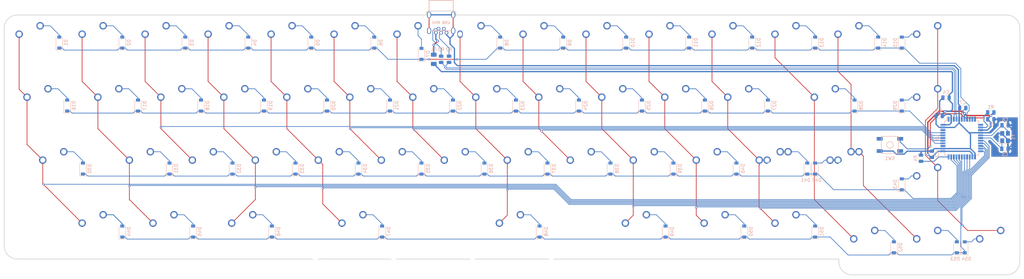
<source format=kicad_pcb>
(kicad_pcb (version 20171130) (host pcbnew "(5.0.1)-4")
  (layers (0 F.Cu signal) (31 B.Cu signal) (34 B.Paste user) (35 F.Paste user) (36 B.SilkS user) (37 F.SilkS user) (38 B.Mask user) (39 F.Mask user) (44 Edge.Cuts user))
  (net 0 "")
  (net 1 GND)
  (net 2 +5V)
  (net 3 "Net-(C7-Pad1)")
  (net 4 "Net-(D1-Pad2)")
  (net 5 "Net-(D2-Pad2)")
  (net 6 "Net-(D3-Pad2)")
  (net 7 "Net-(D4-Pad2)")
  (net 8 "Net-(D5-Pad2)")
  (net 9 "Net-(D6-Pad2)")
  (net 10 "Net-(D7-Pad2)")
  (net 11 "Net-(D8-Pad2)")
  (net 12 "Net-(D9-Pad2)")
  (net 13 "Net-(D10-Pad2)")
  (net 14 "Net-(D11-Pad2)")
  (net 15 "Net-(D12-Pad2)")
  (net 16 "Net-(D13-Pad2)")
  (net 17 "Net-(D15-Pad2)")
  (net 18 "Net-(D16-Pad2)")
  (net 19 "Net-(D17-Pad2)")
  (net 20 "Net-(D19-Pad2)")
  (net 21 "Net-(D20-Pad2)")
  (net 22 "Net-(D22-Pad2)")
  (net 23 "Net-(D23-Pad2)")
  (net 24 "Net-(D24-Pad2)")
  (net 25 "Net-(D25-Pad2)")
  (net 26 "Net-(D26-Pad2)")
  (net 27 "Net-(D27-Pad2)")
  (net 28 "Net-(D28-Pad2)")
  (net 29 "Net-(D29-Pad2)")
  (net 30 "Net-(D30-Pad2)")
  (net 31 "Net-(D31-Pad2)")
  (net 32 "Net-(D32-Pad2)")
  (net 33 "Net-(D33-Pad2)")
  (net 34 "Net-(D34-Pad2)")
  (net 35 "Net-(D35-Pad2)")
  (net 36 "Net-(D36-Pad2)")
  (net 37 "Net-(D37-Pad2)")
  (net 38 "Net-(D38-Pad2)")
  (net 39 "Net-(D39-Pad2)")
  (net 40 "Net-(D41-Pad2)")
  (net 41 "Net-(D42-Pad2)")
  (net 42 "Net-(D43-Pad2)")
  (net 43 "Net-(D45-Pad2)")
  (net 44 "Net-(D46-Pad2)")
  (net 45 "Net-(D47-Pad2)")
  (net 46 "Net-(D48-Pad2)")
  (net 47 "Net-(D49-Pad2)")
  (net 48 "Net-(D50-Pad2)")
  (net 49 "Net-(D51-Pad2)")
  (net 50 VCC)
  (net 51 D-)
  (net 52 D+)
  (net 53 "Net-(R4-Pad2)")
  (net 54 "Net-(D18-Pad2)")
  (net 55 "Net-(D14-Pad2)")
  (net 56 "Net-(D21-Pad2)")
  (net 57 "Net-(D40-Pad2)")
  (net 58 "Net-(U1-Pad42)")
  (net 59 "Net-(U1-Pad36)")
  (net 60 "Net-(U1-Pad12)")
  (net 61 "Net-(U1-Pad11)")
  (net 62 "Net-(U1-Pad10)")
  (net 63 "Net-(U1-Pad1)")
  (net 64 "Net-(USB1-Pad2)")
  (net 65 /MCU_D-)
  (net 66 /MCU_D+)
  (net 67 /XT1)
  (net 68 /XT2)
  (net 69 row0)
  (net 70 row1)
  (net 71 row2)
  (net 72 "Net-(D44-Pad2)")
  (net 73 row3)
  (net 74 "Net-(D52-Pad2)")
  (net 75 "Net-(D53-Pad2)")
  (net 76 "Net-(D54-Pad2)")
  (net 77 colA)
  (net 78 colB)
  (net 79 colC)
  (net 80 colD)
  (net 81 colE)
  (net 82 colF)
  (net 83 colG)
  (net 84 colH)
  (net 85 colI)
  (net 86 colJ)
  (net 87 colK)
  (net 88 colL)
  (net 89 colM)
  (net 90 colN)
  (net 91 colO)
  (net 92 "Net-(R1-Pad2)")
  (net 93 "Net-(U1-Pad9)")
  (module Capacitor_SMD:C_0805_2012Metric (layer B.Cu) (at 303.013824 50.750364 180)
    (fp_text reference C3 (at 0 1.65 180) (layer B.SilkS) (effects (justify mirror)))
    (fp_text value 0.1uF)
    (pad 1 smd roundrect (at -0.9375 0 180) (size 0.975 1.4) (layers B.Cu B.Paste B.Mask) (net 2 +5V))
    (pad 2 smd roundrect (at 0.9375 0 180) (size 0.975 1.4) (layers B.Cu B.Paste B.Mask) (net 1 GND))
  )
  (module "local:USB-Mini-B_ LCSC-C46398" (layer F.Cu) (at 152.4 25.00312 180)
    (fp_text reference USB1 hide)
    (fp_text value "USB Mini" (at 0.02 2.46 180) (layer B.SilkS) (effects (font (size 0.8 0.8)) (justify mirror)))
    (pad 6 thru_hole oval (at 3.65 4.82 180) (size 1.2 1.9) (drill oval 0.8 1.5) (layers *.Cu F.Mask) (net 1 GND))
    (pad 6 thru_hole oval (at -3.65 4.82 180) (size 1.2 1.9) (drill oval 0.8 1.5) (layers *.Cu F.Mask) (net 1 GND))
    (pad 5 thru_hole circle (at 1.6 -0.6 180) (size 1.1 1.1) (drill 0.7) (layers *.Cu F.Mask) (net 50 VCC))
    (pad 4 thru_hole circle (at 0.8 0.6 180) (size 1.1 1.1) (drill 0.7) (layers *.Cu F.Mask) (net 51 D-))
    (pad 3 thru_hole circle (at 0 -0.6 180) (size 1.1 1.1) (drill 0.7) (layers *.Cu F.Mask) (net 52 D+))
    (pad 2 thru_hole circle (at -0.8 0.6 180) (size 1.1 1.1) (drill 0.7) (layers *.Cu F.Mask) (net 64 "Net-(USB1-Pad2)"))
    (pad 1 thru_hole circle (at -1.6 -0.6 180) (size 1.1 1.1) (drill 0.7) (layers *.Cu F.Mask) (net 1 GND))
    (pad 6 thru_hole oval (at -3.65 0 180) (size 1.2 1.9) (drill oval 0.8 1.5) (layers *.Cu F.Mask) (net 1 GND))
    (pad 6 thru_hole oval (at 3.65 0 180) (size 1.2 1.9) (drill oval 0.8 1.5) (layers *.Cu F.Mask) (net 1 GND))
  )
  (module MX_Alps_Hybrid:MXOnly-1U-NoLED (layer F.Cu) (at 195.2625 66.675)
    (fp_text reference MX38)
    (fp_text value MX-1U)
    (pad "" np_thru_hole circle (at 5.08 0 48.0996) (size 1.75 1.75) (drill 1.75) (layers *.Cu *.Mask))
    (pad "" np_thru_hole circle (at -5.08 0 48.0996) (size 1.75 1.75) (drill 1.75) (layers *.Cu *.Mask))
    (pad 1 thru_hole circle (at -3.81 -2.54) (size 2.25 2.25) (drill 1.47) (layers *.Cu B.Mask) (net 85 colI))
    (pad "" np_thru_hole circle (at 0 0) (size 3.9878 3.9878) (drill 3.9878) (layers *.Cu *.Mask))
    (pad 2 thru_hole circle (at 2.54 -5.08) (size 2.25 2.25) (drill 1.47) (layers *.Cu B.Mask) (net 38 "Net-(D38-Pad2)"))
  )
  (module Capacitor_SMD:C_0805_2012Metric (layer B.Cu) (at 318.640764 51.79216)
    (fp_text reference C1 (at 0 1.65) (layer B.SilkS) (effects (justify mirror)))
    (fp_text value 0.1uF)
    (pad 2 smd roundrect (at 0.9375 0) (size 0.975 1.4) (layers B.Cu B.Paste B.Mask) (net 1 GND))
    (pad 1 smd roundrect (at -0.9375 0) (size 0.975 1.4) (layers B.Cu B.Paste B.Mask) (net 2 +5V))
  )
  (module Capacitor_SMD:C_0805_2012Metric (layer B.Cu) (at 300.781404 62.358948 90)
    (fp_text reference C2 (at 0 1.65 90) (layer B.SilkS) (effects (justify mirror)))
    (fp_text value 0.1uF)
    (pad 2 smd roundrect (at 0.9375 0 90) (size 0.975 1.4) (layers B.Cu B.Paste B.Mask) (net 1 GND))
    (pad 1 smd roundrect (at -0.9375 0 90) (size 0.975 1.4) (layers B.Cu B.Paste B.Mask) (net 2 +5V))
  )
  (module Capacitor_SMD:C_0805_2012Metric (layer B.Cu) (at 305.097416 45.243728 180)
    (fp_text reference C4 (at 0 1.65 180) (layer B.SilkS) (effects (justify mirror)))
    (fp_text value 10uF)
    (pad 2 smd roundrect (at 0.9375 0 180) (size 0.975 1.4) (layers B.Cu B.Paste B.Mask) (net 1 GND))
    (pad 1 smd roundrect (at -0.9375 0 180) (size 0.975 1.4) (layers B.Cu B.Paste B.Mask) (net 2 +5V))
  )
  (module Capacitor_SMD:C_0805_2012Metric (layer B.Cu) (at 322.9125 60.721875)
    (fp_text reference C5 (at 0 1.65) (layer B.SilkS) (effects (justify mirror)))
    (fp_text value 22pF)
    (pad 1 smd roundrect (at -0.9375 0) (size 0.975 1.4) (layers B.Cu B.Paste B.Mask) (net 67 /XT1))
    (pad 2 smd roundrect (at 0.9375 0) (size 0.975 1.4) (layers B.Cu B.Paste B.Mask) (net 1 GND))
  )
  (module Capacitor_SMD:C_0805_2012Metric (layer B.Cu) (at 322.956776 53.578096)
    (fp_text reference C6 (at 0 -1.65) (layer B.SilkS) (effects (justify mirror)))
    (fp_text value 22pF)
    (pad 1 smd roundrect (at -0.9375 0) (size 0.975 1.4) (layers B.Cu B.Paste B.Mask) (net 68 /XT2))
    (pad 2 smd roundrect (at 0.9375 0) (size 0.975 1.4) (layers B.Cu B.Paste B.Mask) (net 1 GND))
  )
  (module Capacitor_SMD:C_0805_2012Metric (layer B.Cu) (at 310.157568 48.369116 180)
    (fp_text reference C7 (at 0 1.65 180) (layer B.SilkS) (effects (justify mirror)))
    (fp_text value 1uF)
    (pad 1 smd roundrect (at -0.9375 0 180) (size 0.975 1.4) (layers B.Cu B.Paste B.Mask) (net 3 "Net-(C7-Pad1)"))
    (pad 2 smd roundrect (at 0.9375 0 180) (size 0.975 1.4) (layers B.Cu B.Paste B.Mask) (net 1 GND))
  )
  (module Diode_SMD:D_SOD-123 (layer B.Cu) (at 36.909375 28.575 90)
    (fp_text reference D1 (at 0 2 90) (layer B.SilkS) (effects (justify mirror)))
    (fp_text value D)
    (pad 2 smd rect (at 1.65 0 90) (size 0.9 1.2) (layers B.Cu B.Paste B.Mask) (net 4 "Net-(D1-Pad2)"))
    (pad 1 smd rect (at -1.65 0 90) (size 0.9 1.2) (layers B.Cu B.Paste B.Mask) (net 69 row0))
  )
  (module Diode_SMD:D_SOD-123 (layer B.Cu) (at 55.959375 28.575 90)
    (fp_text reference D2 (at 0 2 90) (layer B.SilkS) (effects (justify mirror)))
    (fp_text value D)
    (pad 1 smd rect (at -1.65 0 90) (size 0.9 1.2) (layers B.Cu B.Paste B.Mask) (net 69 row0))
    (pad 2 smd rect (at 1.65 0 90) (size 0.9 1.2) (layers B.Cu B.Paste B.Mask) (net 5 "Net-(D2-Pad2)"))
  )
  (module Diode_SMD:D_SOD-123 (layer B.Cu) (at 75.009375 28.575 90)
    (fp_text reference D3 (at 0 2 90) (layer B.SilkS) (effects (justify mirror)))
    (fp_text value D)
    (pad 1 smd rect (at -1.65 0 90) (size 0.9 1.2) (layers B.Cu B.Paste B.Mask) (net 69 row0))
    (pad 2 smd rect (at 1.65 0 90) (size 0.9 1.2) (layers B.Cu B.Paste B.Mask) (net 6 "Net-(D3-Pad2)"))
  )
  (module Diode_SMD:D_SOD-123 (layer B.Cu) (at 94.059375 28.575 90)
    (fp_text reference D4 (at 0 2 90) (layer B.SilkS) (effects (justify mirror)))
    (fp_text value D)
    (pad 2 smd rect (at 1.65 0 90) (size 0.9 1.2) (layers B.Cu B.Paste B.Mask) (net 7 "Net-(D4-Pad2)"))
    (pad 1 smd rect (at -1.65 0 90) (size 0.9 1.2) (layers B.Cu B.Paste B.Mask) (net 69 row0))
  )
  (module Diode_SMD:D_SOD-123 (layer B.Cu) (at 113.109375 28.575 90)
    (fp_text reference D5 (at 0 2 90) (layer B.SilkS) (effects (justify mirror)))
    (fp_text value D)
    (pad 1 smd rect (at -1.65 0 90) (size 0.9 1.2) (layers B.Cu B.Paste B.Mask) (net 69 row0))
    (pad 2 smd rect (at 1.65 0 90) (size 0.9 1.2) (layers B.Cu B.Paste B.Mask) (net 8 "Net-(D5-Pad2)"))
  )
  (module Diode_SMD:D_SOD-123 (layer B.Cu) (at 132.159375 28.575 90)
    (fp_text reference D6 (at 0 2 90) (layer B.SilkS) (effects (justify mirror)))
    (fp_text value D)
    (pad 2 smd rect (at 1.65 0 90) (size 0.9 1.2) (layers B.Cu B.Paste B.Mask) (net 9 "Net-(D6-Pad2)"))
    (pad 1 smd rect (at -1.65 0 90) (size 0.9 1.2) (layers B.Cu B.Paste B.Mask) (net 69 row0))
  )
  (module Diode_SMD:D_SOD-123 (layer B.Cu) (at 146.446982 31.985144 90)
    (fp_text reference D7 (at 0 2 90) (layer B.SilkS) (effects (justify mirror)))
    (fp_text value D)
    (pad 1 smd rect (at -1.65 0 90) (size 0.9 1.2) (layers B.Cu B.Paste B.Mask) (net 69 row0))
    (pad 2 smd rect (at 1.65 0 90) (size 0.9 1.2) (layers B.Cu B.Paste B.Mask) (net 10 "Net-(D7-Pad2)"))
  )
  (module Diode_SMD:D_SOD-123 (layer B.Cu) (at 170.259375 28.575 90)
    (fp_text reference D8 (at 0 2 90) (layer B.SilkS) (effects (justify mirror)))
    (fp_text value D)
    (pad 1 smd rect (at -1.65 0 90) (size 0.9 1.2) (layers B.Cu B.Paste B.Mask) (net 69 row0))
    (pad 2 smd rect (at 1.65 0 90) (size 0.9 1.2) (layers B.Cu B.Paste B.Mask) (net 11 "Net-(D8-Pad2)"))
  )
  (module Diode_SMD:D_SOD-123 (layer B.Cu) (at 189.309375 28.575 90)
    (fp_text reference D9 (at 0 2 90) (layer B.SilkS) (effects (justify mirror)))
    (fp_text value D)
    (pad 2 smd rect (at 1.65 0 90) (size 0.9 1.2) (layers B.Cu B.Paste B.Mask) (net 12 "Net-(D9-Pad2)"))
    (pad 1 smd rect (at -1.65 0 90) (size 0.9 1.2) (layers B.Cu B.Paste B.Mask) (net 69 row0))
  )
  (module Diode_SMD:D_SOD-123 (layer B.Cu) (at 208.359375 28.575 90)
    (fp_text reference D10 (at 0 2 90) (layer B.SilkS) (effects (justify mirror)))
    (fp_text value D)
    (pad 1 smd rect (at -1.65 0 90) (size 0.9 1.2) (layers B.Cu B.Paste B.Mask) (net 69 row0))
    (pad 2 smd rect (at 1.65 0 90) (size 0.9 1.2) (layers B.Cu B.Paste B.Mask) (net 13 "Net-(D10-Pad2)"))
  )
  (module Diode_SMD:D_SOD-123 (layer B.Cu) (at 227.409375 28.575 90)
    (fp_text reference D11 (at 0 2 90) (layer B.SilkS) (effects (justify mirror)))
    (fp_text value D)
    (pad 2 smd rect (at 1.65 0 90) (size 0.9 1.2) (layers B.Cu B.Paste B.Mask) (net 14 "Net-(D11-Pad2)"))
    (pad 1 smd rect (at -1.65 0 90) (size 0.9 1.2) (layers B.Cu B.Paste B.Mask) (net 69 row0))
  )
  (module Diode_SMD:D_SOD-123 (layer B.Cu) (at 246.459375 28.575 90)
    (fp_text reference D12 (at 0 2 90) (layer B.SilkS) (effects (justify mirror)))
    (fp_text value D)
    (pad 1 smd rect (at -1.65 0 90) (size 0.9 1.2) (layers B.Cu B.Paste B.Mask) (net 69 row0))
    (pad 2 smd rect (at 1.65 0 90) (size 0.9 1.2) (layers B.Cu B.Paste B.Mask) (net 15 "Net-(D12-Pad2)"))
  )
  (module Diode_SMD:D_SOD-123 (layer B.Cu) (at 265.509375 28.575 90)
    (fp_text reference D13 (at 0 2 90) (layer B.SilkS) (effects (justify mirror)))
    (fp_text value D)
    (pad 2 smd rect (at 1.65 0 90) (size 0.9 1.2) (layers B.Cu B.Paste B.Mask) (net 16 "Net-(D13-Pad2)"))
    (pad 1 smd rect (at -1.65 0 90) (size 0.9 1.2) (layers B.Cu B.Paste B.Mask) (net 69 row0))
  )
  (module Diode_SMD:D_SOD-123 (layer B.Cu) (at 284.559375 28.575 90)
    (fp_text reference D14 (at 0 2 90) (layer B.SilkS) (effects (justify mirror)))
    (fp_text value D)
    (pad 1 smd rect (at -1.65 0 90) (size 0.9 1.2) (layers B.Cu B.Paste B.Mask) (net 69 row0))
    (pad 2 smd rect (at 1.65 0 90) (size 0.9 1.2) (layers B.Cu B.Paste B.Mask) (net 55 "Net-(D14-Pad2)"))
  )
  (module Diode_SMD:D_SOD-123 (layer B.Cu) (at 291.703125 28.575 90)
    (fp_text reference D15 (at 0 -2 90) (layer B.SilkS) (effects (justify mirror)))
    (fp_text value D)
    (pad 2 smd rect (at 1.65 0 90) (size 0.9 1.2) (layers B.Cu B.Paste B.Mask) (net 17 "Net-(D15-Pad2)"))
    (pad 1 smd rect (at -1.65 0 90) (size 0.9 1.2) (layers B.Cu B.Paste B.Mask) (net 69 row0))
  )
  (module Diode_SMD:D_SOD-123 (layer B.Cu) (at 39.290625 47.625 90)
    (fp_text reference D16 (at 0 2 90) (layer B.SilkS) (effects (justify mirror)))
    (fp_text value D)
    (pad 2 smd rect (at 1.65 0 90) (size 0.9 1.2) (layers B.Cu B.Paste B.Mask) (net 18 "Net-(D16-Pad2)"))
    (pad 1 smd rect (at -1.65 0 90) (size 0.9 1.2) (layers B.Cu B.Paste B.Mask) (net 70 row1))
  )
  (module Diode_SMD:D_SOD-123 (layer B.Cu) (at 60.721875 47.625 90)
    (fp_text reference D17 (at 0 2 90) (layer B.SilkS) (effects (justify mirror)))
    (fp_text value D)
    (pad 2 smd rect (at 1.65 0 90) (size 0.9 1.2) (layers B.Cu B.Paste B.Mask) (net 19 "Net-(D17-Pad2)"))
    (pad 1 smd rect (at -1.65 0 90) (size 0.9 1.2) (layers B.Cu B.Paste B.Mask) (net 70 row1))
  )
  (module Diode_SMD:D_SOD-123 (layer B.Cu) (at 79.771875 47.625 90)
    (fp_text reference D18 (at 0 2 90) (layer B.SilkS) (effects (justify mirror)))
    (fp_text value D)
    (pad 1 smd rect (at -1.65 0 90) (size 0.9 1.2) (layers B.Cu B.Paste B.Mask) (net 70 row1))
    (pad 2 smd rect (at 1.65 0 90) (size 0.9 1.2) (layers B.Cu B.Paste B.Mask) (net 54 "Net-(D18-Pad2)"))
  )
  (module Diode_SMD:D_SOD-123 (layer B.Cu) (at 98.821875 47.625 90)
    (fp_text reference D19 (at 0 2 90) (layer B.SilkS) (effects (justify mirror)))
    (fp_text value D)
    (pad 1 smd rect (at -1.65 0 90) (size 0.9 1.2) (layers B.Cu B.Paste B.Mask) (net 70 row1))
    (pad 2 smd rect (at 1.65 0 90) (size 0.9 1.2) (layers B.Cu B.Paste B.Mask) (net 20 "Net-(D19-Pad2)"))
  )
  (module Diode_SMD:D_SOD-123 (layer B.Cu) (at 117.871875 47.625 90)
    (fp_text reference D20 (at 0 2 90) (layer B.SilkS) (effects (justify mirror)))
    (fp_text value D)
    (pad 2 smd rect (at 1.65 0 90) (size 0.9 1.2) (layers B.Cu B.Paste B.Mask) (net 21 "Net-(D20-Pad2)"))
    (pad 1 smd rect (at -1.65 0 90) (size 0.9 1.2) (layers B.Cu B.Paste B.Mask) (net 70 row1))
  )
  (module Diode_SMD:D_SOD-123 (layer B.Cu) (at 136.921875 47.625 90)
    (fp_text reference D21 (at 0 2 90) (layer B.SilkS) (effects (justify mirror)))
    (fp_text value D)
    (pad 2 smd rect (at 1.65 0 90) (size 0.9 1.2) (layers B.Cu B.Paste B.Mask) (net 56 "Net-(D21-Pad2)"))
    (pad 1 smd rect (at -1.65 0 90) (size 0.9 1.2) (layers B.Cu B.Paste B.Mask) (net 70 row1))
  )
  (module Diode_SMD:D_SOD-123 (layer B.Cu) (at 155.971875 47.625 90)
    (fp_text reference D22 (at 0 2 90) (layer B.SilkS) (effects (justify mirror)))
    (fp_text value D)
    (pad 1 smd rect (at -1.65 0 90) (size 0.9 1.2) (layers B.Cu B.Paste B.Mask) (net 70 row1))
    (pad 2 smd rect (at 1.65 0 90) (size 0.9 1.2) (layers B.Cu B.Paste B.Mask) (net 22 "Net-(D22-Pad2)"))
  )
  (module Diode_SMD:D_SOD-123 (layer B.Cu) (at 175.021875 47.625 90)
    (fp_text reference D23 (at 0 2 90) (layer B.SilkS) (effects (justify mirror)))
    (fp_text value D)
    (pad 1 smd rect (at -1.65 0 90) (size 0.9 1.2) (layers B.Cu B.Paste B.Mask) (net 70 row1))
    (pad 2 smd rect (at 1.65 0 90) (size 0.9 1.2) (layers B.Cu B.Paste B.Mask) (net 23 "Net-(D23-Pad2)"))
  )
  (module Diode_SMD:D_SOD-123 (layer B.Cu) (at 194.071875 47.625 90)
    (fp_text reference D24 (at 0 2 90) (layer B.SilkS) (effects (justify mirror)))
    (fp_text value D)
    (pad 2 smd rect (at 1.65 0 90) (size 0.9 1.2) (layers B.Cu B.Paste B.Mask) (net 24 "Net-(D24-Pad2)"))
    (pad 1 smd rect (at -1.65 0 90) (size 0.9 1.2) (layers B.Cu B.Paste B.Mask) (net 70 row1))
  )
  (module Diode_SMD:D_SOD-123 (layer B.Cu) (at 213.121875 47.625 90)
    (fp_text reference D25 (at 0 2 90) (layer B.SilkS) (effects (justify mirror)))
    (fp_text value D)
    (pad 2 smd rect (at 1.65 0 90) (size 0.9 1.2) (layers B.Cu B.Paste B.Mask) (net 25 "Net-(D25-Pad2)"))
    (pad 1 smd rect (at -1.65 0 90) (size 0.9 1.2) (layers B.Cu B.Paste B.Mask) (net 70 row1))
  )
  (module Diode_SMD:D_SOD-123 (layer B.Cu) (at 232.171875 47.625 90)
    (fp_text reference D26 (at 0 2 90) (layer B.SilkS) (effects (justify mirror)))
    (fp_text value D)
    (pad 2 smd rect (at 1.65 0 90) (size 0.9 1.2) (layers B.Cu B.Paste B.Mask) (net 26 "Net-(D26-Pad2)"))
    (pad 1 smd rect (at -1.65 0 90) (size 0.9 1.2) (layers B.Cu B.Paste B.Mask) (net 70 row1))
  )
  (module Diode_SMD:D_SOD-123 (layer B.Cu) (at 251.221875 47.625 90)
    (fp_text reference D27 (at 0 2 90) (layer B.SilkS) (effects (justify mirror)))
    (fp_text value D)
    (pad 2 smd rect (at 1.65 0 90) (size 0.9 1.2) (layers B.Cu B.Paste B.Mask) (net 27 "Net-(D27-Pad2)"))
    (pad 1 smd rect (at -1.65 0 90) (size 0.9 1.2) (layers B.Cu B.Paste B.Mask) (net 70 row1))
  )
  (module Diode_SMD:D_SOD-123 (layer B.Cu) (at 277.415625 47.625 90)
    (fp_text reference D28 (at 0 2 90) (layer B.SilkS) (effects (justify mirror)))
    (fp_text value D)
    (pad 1 smd rect (at -1.65 0 90) (size 0.9 1.2) (layers B.Cu B.Paste B.Mask) (net 70 row1))
    (pad 2 smd rect (at 1.65 0 90) (size 0.9 1.2) (layers B.Cu B.Paste B.Mask) (net 28 "Net-(D28-Pad2)"))
  )
  (module Diode_SMD:D_SOD-123 (layer B.Cu) (at 291.703125 47.625 90)
    (fp_text reference D29 (at 0 -2 90) (layer B.SilkS) (effects (justify mirror)))
    (fp_text value D)
    (pad 1 smd rect (at -1.65 0 90) (size 0.9 1.2) (layers B.Cu B.Paste B.Mask) (net 70 row1))
    (pad 2 smd rect (at 1.65 0 90) (size 0.9 1.2) (layers B.Cu B.Paste B.Mask) (net 29 "Net-(D29-Pad2)"))
  )
  (module Diode_SMD:D_SOD-123 (layer B.Cu) (at 44.053125 66.675 90)
    (fp_text reference D30 (at 0 2 90) (layer B.SilkS) (effects (justify mirror)))
    (fp_text value D)
    (pad 2 smd rect (at 1.65 0 90) (size 0.9 1.2) (layers B.Cu B.Paste B.Mask) (net 30 "Net-(D30-Pad2)"))
    (pad 1 smd rect (at -1.65 0 90) (size 0.9 1.2) (layers B.Cu B.Paste B.Mask) (net 71 row2))
  )
  (module Diode_SMD:D_SOD-123 (layer B.Cu) (at 70.246875 66.675 90)
    (fp_text reference D31 (at 0 2 90) (layer B.SilkS) (effects (justify mirror)))
    (fp_text value D)
    (pad 1 smd rect (at -1.65 0 90) (size 0.9 1.2) (layers B.Cu B.Paste B.Mask) (net 71 row2))
    (pad 2 smd rect (at 1.65 0 90) (size 0.9 1.2) (layers B.Cu B.Paste B.Mask) (net 31 "Net-(D31-Pad2)"))
  )
  (module Diode_SMD:D_SOD-123 (layer B.Cu) (at 89.296875 66.675 90)
    (fp_text reference D32 (at 0 2 90) (layer B.SilkS) (effects (justify mirror)))
    (fp_text value D)
    (pad 1 smd rect (at -1.65 0 90) (size 0.9 1.2) (layers B.Cu B.Paste B.Mask) (net 71 row2))
    (pad 2 smd rect (at 1.65 0 90) (size 0.9 1.2) (layers B.Cu B.Paste B.Mask) (net 32 "Net-(D32-Pad2)"))
  )
  (module Diode_SMD:D_SOD-123 (layer B.Cu) (at 108.346875 66.675 90)
    (fp_text reference D33 (at 0 2 90) (layer B.SilkS) (effects (justify mirror)))
    (fp_text value D)
    (pad 2 smd rect (at 1.65 0 90) (size 0.9 1.2) (layers B.Cu B.Paste B.Mask) (net 33 "Net-(D33-Pad2)"))
    (pad 1 smd rect (at -1.65 0 90) (size 0.9 1.2) (layers B.Cu B.Paste B.Mask) (net 71 row2))
  )
  (module Diode_SMD:D_SOD-123 (layer B.Cu) (at 127.396875 66.675 90)
    (fp_text reference D34 (at 0 2 90) (layer B.SilkS) (effects (justify mirror)))
    (fp_text value D)
    (pad 2 smd rect (at 1.65 0 90) (size 0.9 1.2) (layers B.Cu B.Paste B.Mask) (net 34 "Net-(D34-Pad2)"))
    (pad 1 smd rect (at -1.65 0 90) (size 0.9 1.2) (layers B.Cu B.Paste B.Mask) (net 71 row2))
  )
  (module Diode_SMD:D_SOD-123 (layer B.Cu) (at 146.446875 66.675 90)
    (fp_text reference D35 (at 0 2 90) (layer B.SilkS) (effects (justify mirror)))
    (fp_text value D)
    (pad 1 smd rect (at -1.65 0 90) (size 0.9 1.2) (layers B.Cu B.Paste B.Mask) (net 71 row2))
    (pad 2 smd rect (at 1.65 0 90) (size 0.9 1.2) (layers B.Cu B.Paste B.Mask) (net 35 "Net-(D35-Pad2)"))
  )
  (module Diode_SMD:D_SOD-123 (layer B.Cu) (at 165.496875 66.675 90)
    (fp_text reference D36 (at 0 2 90) (layer B.SilkS) (effects (justify mirror)))
    (fp_text value D)
    (pad 2 smd rect (at 1.65 0 90) (size 0.9 1.2) (layers B.Cu B.Paste B.Mask) (net 36 "Net-(D36-Pad2)"))
    (pad 1 smd rect (at -1.65 0 90) (size 0.9 1.2) (layers B.Cu B.Paste B.Mask) (net 71 row2))
  )
  (module Diode_SMD:D_SOD-123 (layer B.Cu) (at 184.546875 66.675 90)
    (fp_text reference D37 (at 0 2 90) (layer B.SilkS) (effects (justify mirror)))
    (fp_text value D)
    (pad 1 smd rect (at -1.65 0 90) (size 0.9 1.2) (layers B.Cu B.Paste B.Mask) (net 71 row2))
    (pad 2 smd rect (at 1.65 0 90) (size 0.9 1.2) (layers B.Cu B.Paste B.Mask) (net 37 "Net-(D37-Pad2)"))
  )
  (module Diode_SMD:D_SOD-123 (layer B.Cu) (at 203.596875 66.675 90)
    (fp_text reference D38 (at 0 2 90) (layer B.SilkS) (effects (justify mirror)))
    (fp_text value D)
    (pad 2 smd rect (at 1.65 0 90) (size 0.9 1.2) (layers B.Cu B.Paste B.Mask) (net 38 "Net-(D38-Pad2)"))
    (pad 1 smd rect (at -1.65 0 90) (size 0.9 1.2) (layers B.Cu B.Paste B.Mask) (net 71 row2))
  )
  (module Diode_SMD:D_SOD-123 (layer B.Cu) (at 222.646875 66.675 90)
    (fp_text reference D39 (at 0 2 90) (layer B.SilkS) (effects (justify mirror)))
    (fp_text value D)
    (pad 2 smd rect (at 1.65 0 90) (size 0.9 1.2) (layers B.Cu B.Paste B.Mask) (net 39 "Net-(D39-Pad2)"))
    (pad 1 smd rect (at -1.65 0 90) (size 0.9 1.2) (layers B.Cu B.Paste B.Mask) (net 71 row2))
  )
  (module Diode_SMD:D_SOD-123 (layer B.Cu) (at 241.696875 66.675 90)
    (fp_text reference D40 (at 0 2 90) (layer B.SilkS) (effects (justify mirror)))
    (fp_text value D)
    (pad 1 smd rect (at -1.65 0 90) (size 0.9 1.2) (layers B.Cu B.Paste B.Mask) (net 71 row2))
    (pad 2 smd rect (at 1.65 0 90) (size 0.9 1.2) (layers B.Cu B.Paste B.Mask) (net 57 "Net-(D40-Pad2)"))
  )
  (module Diode_SMD:D_SOD-123 (layer B.Cu) (at 263.128125 66.675 90)
    (fp_text reference D41 (at -3.5 -0.5 180) (layer B.SilkS) (effects (justify mirror)))
    (fp_text value D)
    (pad 1 smd rect (at -1.65 0 90) (size 0.9 1.2) (layers B.Cu B.Paste B.Mask) (net 71 row2))
    (pad 2 smd rect (at 1.65 0 90) (size 0.9 1.2) (layers B.Cu B.Paste B.Mask) (net 40 "Net-(D41-Pad2)"))
  )
  (module Diode_SMD:D_SOD-123 (layer B.Cu) (at 265.509375 66.675 90)
    (fp_text reference D42 (at -3.5 0.5 180) (layer B.SilkS) (effects (justify mirror)))
    (fp_text value D)
    (pad 1 smd rect (at -1.65 0 90) (size 0.9 1.2) (layers B.Cu B.Paste B.Mask) (net 71 row2))
    (pad 2 smd rect (at 1.65 0 90) (size 0.9 1.2) (layers B.Cu B.Paste B.Mask) (net 41 "Net-(D42-Pad2)"))
  )
  (module Diode_SMD:D_SOD-123 (layer B.Cu) (at 291.703125 71.4375 90)
    (fp_text reference D43 (at 0 -2 90) (layer B.SilkS) (effects (justify mirror)))
    (fp_text value D)
    (pad 2 smd rect (at 1.65 0 90) (size 0.9 1.2) (layers B.Cu B.Paste B.Mask) (net 42 "Net-(D43-Pad2)"))
    (pad 1 smd rect (at -1.65 0 90) (size 0.9 1.2) (layers B.Cu B.Paste B.Mask) (net 71 row2))
  )
  (module Diode_SMD:D_SOD-123 (layer B.Cu) (at 55.959375 85.725 90)
    (fp_text reference D44 (at 0 2 90) (layer B.SilkS) (effects (justify mirror)))
    (fp_text value D)
    (pad 2 smd rect (at 1.65 0 90) (size 0.9 1.2) (layers B.Cu B.Paste B.Mask) (net 72 "Net-(D44-Pad2)"))
    (pad 1 smd rect (at -1.65 0 90) (size 0.9 1.2) (layers B.Cu B.Paste B.Mask) (net 73 row3))
  )
  (module Diode_SMD:D_SOD-123 (layer B.Cu) (at 77.390625 85.725 90)
    (fp_text reference D45 (at 0 2 90) (layer B.SilkS) (effects (justify mirror)))
    (fp_text value D)
    (pad 1 smd rect (at -1.65 0 90) (size 0.9 1.2) (layers B.Cu B.Paste B.Mask) (net 73 row3))
    (pad 2 smd rect (at 1.65 0 90) (size 0.9 1.2) (layers B.Cu B.Paste B.Mask) (net 43 "Net-(D45-Pad2)"))
  )
  (module Diode_SMD:D_SOD-123 (layer B.Cu) (at 101.203125 85.725 90)
    (fp_text reference D46 (at 0 2 90) (layer B.SilkS) (effects (justify mirror)))
    (fp_text value D)
    (pad 2 smd rect (at 1.65 0 90) (size 0.9 1.2) (layers B.Cu B.Paste B.Mask) (net 44 "Net-(D46-Pad2)"))
    (pad 1 smd rect (at -1.65 0 90) (size 0.9 1.2) (layers B.Cu B.Paste B.Mask) (net 73 row3))
  )
  (module Diode_SMD:D_SOD-123 (layer B.Cu) (at 134.540625 85.725 90)
    (fp_text reference D47 (at 0 2 90) (layer B.SilkS) (effects (justify mirror)))
    (fp_text value D)
    (pad 1 smd rect (at -1.65 0 90) (size 0.9 1.2) (layers B.Cu B.Paste B.Mask) (net 73 row3))
    (pad 2 smd rect (at 1.65 0 90) (size 0.9 1.2) (layers B.Cu B.Paste B.Mask) (net 45 "Net-(D47-Pad2)"))
  )
  (module Diode_SMD:D_SOD-123 (layer B.Cu) (at 182.165625 85.725 90)
    (fp_text reference D48 (at 0 2 90) (layer B.SilkS) (effects (justify mirror)))
    (fp_text value D)
    (pad 2 smd rect (at 1.65 0 90) (size 0.9 1.2) (layers B.Cu B.Paste B.Mask) (net 46 "Net-(D48-Pad2)"))
    (pad 1 smd rect (at -1.65 0 90) (size 0.9 1.2) (layers B.Cu B.Paste B.Mask) (net 73 row3))
  )
  (module Diode_SMD:D_SOD-123 (layer B.Cu) (at 220.265625 85.725 90)
    (fp_text reference D49 (at 0 2 90) (layer B.SilkS) (effects (justify mirror)))
    (fp_text value D)
    (pad 1 smd rect (at -1.65 0 90) (size 0.9 1.2) (layers B.Cu B.Paste B.Mask) (net 73 row3))
    (pad 2 smd rect (at 1.65 0 90) (size 0.9 1.2) (layers B.Cu B.Paste B.Mask) (net 47 "Net-(D49-Pad2)"))
  )
  (module Diode_SMD:D_SOD-123 (layer B.Cu) (at 244.078125 85.725 90)
    (fp_text reference D50 (at 0 2 90) (layer B.SilkS) (effects (justify mirror)))
    (fp_text value D)
    (pad 2 smd rect (at 1.65 0 90) (size 0.9 1.2) (layers B.Cu B.Paste B.Mask) (net 48 "Net-(D50-Pad2)"))
    (pad 1 smd rect (at -1.65 0 90) (size 0.9 1.2) (layers B.Cu B.Paste B.Mask) (net 73 row3))
  )
  (module Diode_SMD:D_SOD-123 (layer B.Cu) (at 265.509375 85.725 90)
    (fp_text reference D51 (at 0 2 90) (layer B.SilkS) (effects (justify mirror)))
    (fp_text value D)
    (pad 1 smd rect (at -1.65 0 90) (size 0.9 1.2) (layers B.Cu B.Paste B.Mask) (net 73 row3))
    (pad 2 smd rect (at 1.65 0 90) (size 0.9 1.2) (layers B.Cu B.Paste B.Mask) (net 49 "Net-(D51-Pad2)"))
  )
  (module Diode_SMD:D_SOD-123 (layer B.Cu) (at 289.321875 90.4875 90)
    (fp_text reference D52 (at 0 2 90) (layer B.SilkS) (effects (justify mirror)))
    (fp_text value D)
    (pad 2 smd rect (at 1.65 0 90) (size 0.9 1.2) (layers B.Cu B.Paste B.Mask) (net 74 "Net-(D52-Pad2)"))
    (pad 1 smd rect (at -1.65 0 90) (size 0.9 1.2) (layers B.Cu B.Paste B.Mask) (net 73 row3))
  )
  (module Diode_SMD:D_SOD-123 (layer B.Cu) (at 308.371875 90.4875 90)
    (fp_text reference D53 (at -3.5 -0.5 180) (layer B.SilkS) (effects (justify mirror)))
    (fp_text value D)
    (pad 1 smd rect (at -1.65 0 90) (size 0.9 1.2) (layers B.Cu B.Paste B.Mask) (net 73 row3))
    (pad 2 smd rect (at 1.65 0 90) (size 0.9 1.2) (layers B.Cu B.Paste B.Mask) (net 75 "Net-(D53-Pad2)"))
  )
  (module Diode_SMD:D_SOD-123 (layer B.Cu) (at 310.753125 90.4875 90)
    (fp_text reference D54 (at -3.5 0.5 180) (layer B.SilkS) (effects (justify mirror)))
    (fp_text value D)
    (pad 1 smd rect (at -1.65 0 90) (size 0.9 1.2) (layers B.Cu B.Paste B.Mask) (net 73 row3))
    (pad 2 smd rect (at 1.65 0 90) (size 0.9 1.2) (layers B.Cu B.Paste B.Mask) (net 76 "Net-(D54-Pad2)"))
  )
  (module Fuse:Fuse_1206_3216Metric (layer B.Cu) (at 150.167468 33.635144 90)
    (fp_text reference F1 (at 2.976565 0 180) (layer B.SilkS) (effects (justify mirror)))
    (fp_text value 500mA)
    (pad 1 smd roundrect (at -1.4 0 90) (size 1.25 1.75) (layers B.Cu B.Paste B.Mask) (roundrect_rratio 0.2) (net 2 +5V))
    (pad 2 smd roundrect (at 1.4 0 90) (size 1.25 1.75) (layers B.Cu B.Paste B.Mask) (roundrect_rratio 0.2) (net 50 VCC))
  )
  (module MX_Alps_Hybrid:MXOnly-1U-NoLED (layer F.Cu) (at 28.575 28.575)
    (fp_text reference MX1)
    (fp_text value MX-1U)
    (pad 2 thru_hole circle (at 2.54 -5.08) (size 2.25 2.25) (drill 1.47) (layers *.Cu B.Mask) (net 4 "Net-(D1-Pad2)"))
    (pad "" np_thru_hole circle (at 0 0) (size 3.9878 3.9878) (drill 3.9878) (layers *.Cu *.Mask))
    (pad 1 thru_hole circle (at -3.81 -2.54) (size 2.25 2.25) (drill 1.47) (layers *.Cu B.Mask) (net 77 colA))
    (pad "" np_thru_hole circle (at -5.08 0 48.0996) (size 1.75 1.75) (drill 1.75) (layers *.Cu *.Mask))
    (pad "" np_thru_hole circle (at 5.08 0 48.0996) (size 1.75 1.75) (drill 1.75) (layers *.Cu *.Mask))
  )
  (module MX_Alps_Hybrid:MXOnly-1U-NoLED (layer F.Cu) (at 47.625 28.575)
    (fp_text reference MX2)
    (fp_text value MX-1U)
    (pad "" np_thru_hole circle (at 5.08 0 48.0996) (size 1.75 1.75) (drill 1.75) (layers *.Cu *.Mask))
    (pad "" np_thru_hole circle (at -5.08 0 48.0996) (size 1.75 1.75) (drill 1.75) (layers *.Cu *.Mask))
    (pad 1 thru_hole circle (at -3.81 -2.54) (size 2.25 2.25) (drill 1.47) (layers *.Cu B.Mask) (net 78 colB))
    (pad "" np_thru_hole circle (at 0 0) (size 3.9878 3.9878) (drill 3.9878) (layers *.Cu *.Mask))
    (pad 2 thru_hole circle (at 2.54 -5.08) (size 2.25 2.25) (drill 1.47) (layers *.Cu B.Mask) (net 5 "Net-(D2-Pad2)"))
  )
  (module MX_Alps_Hybrid:MXOnly-1U-NoLED (layer F.Cu) (at 66.675 28.575)
    (fp_text reference MX3)
    (fp_text value MX-1U)
    (pad 2 thru_hole circle (at 2.54 -5.08) (size 2.25 2.25) (drill 1.47) (layers *.Cu B.Mask) (net 6 "Net-(D3-Pad2)"))
    (pad "" np_thru_hole circle (at 0 0) (size 3.9878 3.9878) (drill 3.9878) (layers *.Cu *.Mask))
    (pad 1 thru_hole circle (at -3.81 -2.54) (size 2.25 2.25) (drill 1.47) (layers *.Cu B.Mask) (net 79 colC))
    (pad "" np_thru_hole circle (at -5.08 0 48.0996) (size 1.75 1.75) (drill 1.75) (layers *.Cu *.Mask))
    (pad "" np_thru_hole circle (at 5.08 0 48.0996) (size 1.75 1.75) (drill 1.75) (layers *.Cu *.Mask))
  )
  (module MX_Alps_Hybrid:MXOnly-1U-NoLED (layer F.Cu) (at 85.725 28.575)
    (fp_text reference MX4)
    (fp_text value MX-1U)
    (pad 2 thru_hole circle (at 2.54 -5.08) (size 2.25 2.25) (drill 1.47) (layers *.Cu B.Mask) (net 7 "Net-(D4-Pad2)"))
    (pad "" np_thru_hole circle (at 0 0) (size 3.9878 3.9878) (drill 3.9878) (layers *.Cu *.Mask))
    (pad 1 thru_hole circle (at -3.81 -2.54) (size 2.25 2.25) (drill 1.47) (layers *.Cu B.Mask) (net 80 colD))
    (pad "" np_thru_hole circle (at -5.08 0 48.0996) (size 1.75 1.75) (drill 1.75) (layers *.Cu *.Mask))
    (pad "" np_thru_hole circle (at 5.08 0 48.0996) (size 1.75 1.75) (drill 1.75) (layers *.Cu *.Mask))
  )
  (module MX_Alps_Hybrid:MXOnly-1U-NoLED (layer F.Cu) (at 104.775 28.575)
    (fp_text reference MX5)
    (fp_text value MX-1U)
    (pad "" np_thru_hole circle (at 5.08 0 48.0996) (size 1.75 1.75) (drill 1.75) (layers *.Cu *.Mask))
    (pad "" np_thru_hole circle (at -5.08 0 48.0996) (size 1.75 1.75) (drill 1.75) (layers *.Cu *.Mask))
    (pad 1 thru_hole circle (at -3.81 -2.54) (size 2.25 2.25) (drill 1.47) (layers *.Cu B.Mask) (net 81 colE))
    (pad "" np_thru_hole circle (at 0 0) (size 3.9878 3.9878) (drill 3.9878) (layers *.Cu *.Mask))
    (pad 2 thru_hole circle (at 2.54 -5.08) (size 2.25 2.25) (drill 1.47) (layers *.Cu B.Mask) (net 8 "Net-(D5-Pad2)"))
  )
  (module MX_Alps_Hybrid:MXOnly-1U-NoLED (layer F.Cu) (at 123.825 28.575)
    (fp_text reference MX6)
    (fp_text value MX-1U)
    (pad 2 thru_hole circle (at 2.54 -5.08) (size 2.25 2.25) (drill 1.47) (layers *.Cu B.Mask) (net 9 "Net-(D6-Pad2)"))
    (pad "" np_thru_hole circle (at 0 0) (size 3.9878 3.9878) (drill 3.9878) (layers *.Cu *.Mask))
    (pad 1 thru_hole circle (at -3.81 -2.54) (size 2.25 2.25) (drill 1.47) (layers *.Cu B.Mask) (net 82 colF))
    (pad "" np_thru_hole circle (at -5.08 0 48.0996) (size 1.75 1.75) (drill 1.75) (layers *.Cu *.Mask))
    (pad "" np_thru_hole circle (at 5.08 0 48.0996) (size 1.75 1.75) (drill 1.75) (layers *.Cu *.Mask))
  )
  (module MX_Alps_Hybrid:MXOnly-1U-NoLED (layer F.Cu) (at 142.875 28.575)
    (fp_text reference MX7)
    (fp_text value MX-1U)
    (pad "" np_thru_hole circle (at 5.08 0 48.0996) (size 1.75 1.75) (drill 1.75) (layers *.Cu *.Mask))
    (pad "" np_thru_hole circle (at -5.08 0 48.0996) (size 1.75 1.75) (drill 1.75) (layers *.Cu *.Mask))
    (pad 1 thru_hole circle (at -3.81 -2.54) (size 2.25 2.25) (drill 1.47) (layers *.Cu B.Mask) (net 83 colG))
    (pad "" np_thru_hole circle (at 0 0) (size 3.9878 3.9878) (drill 3.9878) (layers *.Cu *.Mask))
    (pad 2 thru_hole circle (at 2.54 -5.08) (size 2.25 2.25) (drill 1.47) (layers *.Cu B.Mask) (net 10 "Net-(D7-Pad2)"))
  )
  (module MX_Alps_Hybrid:MXOnly-1U-NoLED (layer F.Cu) (at 161.925 28.575)
    (fp_text reference MX8)
    (fp_text value MX-1U)
    (pad 2 thru_hole circle (at 2.54 -5.08) (size 2.25 2.25) (drill 1.47) (layers *.Cu B.Mask) (net 11 "Net-(D8-Pad2)"))
    (pad "" np_thru_hole circle (at 0 0) (size 3.9878 3.9878) (drill 3.9878) (layers *.Cu *.Mask))
    (pad 1 thru_hole oval (at -3.81 -2.54) (size 1.6 2.25) (drill oval 1.22 1.47) (layers *.Cu B.Mask) (net 84 colH))
    (pad "" np_thru_hole circle (at -5.08 0 48.0996) (size 1.75 1.75) (drill 1.75) (layers *.Cu *.Mask))
    (pad "" np_thru_hole circle (at 5.08 0 48.0996) (size 1.75 1.75) (drill 1.75) (layers *.Cu *.Mask))
  )
  (module MX_Alps_Hybrid:MXOnly-1U-NoLED (layer F.Cu) (at 180.975 28.575)
    (fp_text reference MX9)
    (fp_text value MX-1U)
    (pad "" np_thru_hole circle (at 5.08 0 48.0996) (size 1.75 1.75) (drill 1.75) (layers *.Cu *.Mask))
    (pad "" np_thru_hole circle (at -5.08 0 48.0996) (size 1.75 1.75) (drill 1.75) (layers *.Cu *.Mask))
    (pad 1 thru_hole circle (at -3.81 -2.54) (size 2.25 2.25) (drill 1.47) (layers *.Cu B.Mask) (net 85 colI))
    (pad "" np_thru_hole circle (at 0 0) (size 3.9878 3.9878) (drill 3.9878) (layers *.Cu *.Mask))
    (pad 2 thru_hole circle (at 2.54 -5.08) (size 2.25 2.25) (drill 1.47) (layers *.Cu B.Mask) (net 12 "Net-(D9-Pad2)"))
  )
  (module MX_Alps_Hybrid:MXOnly-1U-NoLED (layer F.Cu) (at 200.025 28.575)
    (fp_text reference MX10)
    (fp_text value MX-1U)
    (pad "" np_thru_hole circle (at 5.08 0 48.0996) (size 1.75 1.75) (drill 1.75) (layers *.Cu *.Mask))
    (pad "" np_thru_hole circle (at -5.08 0 48.0996) (size 1.75 1.75) (drill 1.75) (layers *.Cu *.Mask))
    (pad 1 thru_hole circle (at -3.81 -2.54) (size 2.25 2.25) (drill 1.47) (layers *.Cu B.Mask) (net 86 colJ))
    (pad "" np_thru_hole circle (at 0 0) (size 3.9878 3.9878) (drill 3.9878) (layers *.Cu *.Mask))
    (pad 2 thru_hole circle (at 2.54 -5.08) (size 2.25 2.25) (drill 1.47) (layers *.Cu B.Mask) (net 13 "Net-(D10-Pad2)"))
  )
  (module MX_Alps_Hybrid:MXOnly-1U-NoLED (layer F.Cu) (at 219.075 28.575)
    (fp_text reference MX11)
    (fp_text value MX-1U)
    (pad 2 thru_hole circle (at 2.54 -5.08) (size 2.25 2.25) (drill 1.47) (layers *.Cu B.Mask) (net 14 "Net-(D11-Pad2)"))
    (pad "" np_thru_hole circle (at 0 0) (size 3.9878 3.9878) (drill 3.9878) (layers *.Cu *.Mask))
    (pad 1 thru_hole circle (at -3.81 -2.54) (size 2.25 2.25) (drill 1.47) (layers *.Cu B.Mask) (net 87 colK))
    (pad "" np_thru_hole circle (at -5.08 0 48.0996) (size 1.75 1.75) (drill 1.75) (layers *.Cu *.Mask))
    (pad "" np_thru_hole circle (at 5.08 0 48.0996) (size 1.75 1.75) (drill 1.75) (layers *.Cu *.Mask))
  )
  (module MX_Alps_Hybrid:MXOnly-1U-NoLED (layer F.Cu) (at 238.125 28.575)
    (fp_text reference MX12)
    (fp_text value MX-1U)
    (pad "" np_thru_hole circle (at 5.08 0 48.0996) (size 1.75 1.75) (drill 1.75) (layers *.Cu *.Mask))
    (pad "" np_thru_hole circle (at -5.08 0 48.0996) (size 1.75 1.75) (drill 1.75) (layers *.Cu *.Mask))
    (pad 1 thru_hole circle (at -3.81 -2.54) (size 2.25 2.25) (drill 1.47) (layers *.Cu B.Mask) (net 88 colL))
    (pad "" np_thru_hole circle (at 0 0) (size 3.9878 3.9878) (drill 3.9878) (layers *.Cu *.Mask))
    (pad 2 thru_hole circle (at 2.54 -5.08) (size 2.25 2.25) (drill 1.47) (layers *.Cu B.Mask) (net 15 "Net-(D12-Pad2)"))
  )
  (module MX_Alps_Hybrid:MXOnly-1U-NoLED (layer F.Cu) (at 257.175 28.575)
    (fp_text reference MX13)
    (fp_text value MX-1U)
    (pad "" np_thru_hole circle (at 5.08 0 48.0996) (size 1.75 1.75) (drill 1.75) (layers *.Cu *.Mask))
    (pad "" np_thru_hole circle (at -5.08 0 48.0996) (size 1.75 1.75) (drill 1.75) (layers *.Cu *.Mask))
    (pad 1 thru_hole circle (at -3.81 -2.54) (size 2.25 2.25) (drill 1.47) (layers *.Cu B.Mask) (net 89 colM))
    (pad "" np_thru_hole circle (at 0 0) (size 3.9878 3.9878) (drill 3.9878) (layers *.Cu *.Mask))
    (pad 2 thru_hole circle (at 2.54 -5.08) (size 2.25 2.25) (drill 1.47) (layers *.Cu B.Mask) (net 16 "Net-(D13-Pad2)"))
  )
  (module MX_Alps_Hybrid:MXOnly-1U-NoLED (layer F.Cu) (at 276.225 28.575)
    (fp_text reference MX14)
    (fp_text value MX-1U)
    (pad "" np_thru_hole circle (at 5.08 0 48.0996) (size 1.75 1.75) (drill 1.75) (layers *.Cu *.Mask))
    (pad "" np_thru_hole circle (at -5.08 0 48.0996) (size 1.75 1.75) (drill 1.75) (layers *.Cu *.Mask))
    (pad 1 thru_hole circle (at -3.81 -2.54) (size 2.25 2.25) (drill 1.47) (layers *.Cu B.Mask) (net 90 colN))
    (pad "" np_thru_hole circle (at 0 0) (size 3.9878 3.9878) (drill 3.9878) (layers *.Cu *.Mask))
    (pad 2 thru_hole circle (at 2.54 -5.08) (size 2.25 2.25) (drill 1.47) (layers *.Cu B.Mask) (net 55 "Net-(D14-Pad2)"))
  )
  (module MX_Alps_Hybrid:MXOnly-1U-NoLED (layer F.Cu) (at 300.0375 28.575)
    (fp_text reference MX15)
    (fp_text value MX-1U)
    (pad 2 thru_hole circle (at 2.54 -5.08) (size 2.25 2.25) (drill 1.47) (layers *.Cu B.Mask) (net 91 colO))
    (pad "" np_thru_hole circle (at 0 0) (size 3.9878 3.9878) (drill 3.9878) (layers *.Cu *.Mask))
    (pad 1 thru_hole circle (at -3.81 -2.54) (size 2.25 2.25) (drill 1.47) (layers *.Cu B.Mask) (net 17 "Net-(D15-Pad2)"))
    (pad "" np_thru_hole circle (at -5.08 0 48.0996) (size 1.75 1.75) (drill 1.75) (layers *.Cu *.Mask))
    (pad "" np_thru_hole circle (at 5.08 0 48.0996) (size 1.75 1.75) (drill 1.75) (layers *.Cu *.Mask))
  )
  (module MX_Alps_Hybrid:MXOnly-1.25U-NoLED (layer F.Cu) (at 30.95625 47.625)
    (fp_text reference MX16)
    (fp_text value MX-1.25U)
    (pad "" np_thru_hole circle (at 5.08 0 48.0996) (size 1.75 1.75) (drill 1.75) (layers *.Cu *.Mask))
    (pad "" np_thru_hole circle (at -5.08 0 48.0996) (size 1.75 1.75) (drill 1.75) (layers *.Cu *.Mask))
    (pad 1 thru_hole circle (at -3.81 -2.54) (size 2.25 2.25) (drill 1.47) (layers *.Cu B.Mask) (net 77 colA))
    (pad "" np_thru_hole circle (at 0 0) (size 3.9878 3.9878) (drill 3.9878) (layers *.Cu *.Mask))
    (pad 2 thru_hole circle (at 2.54 -5.08) (size 2.25 2.25) (drill 1.47) (layers *.Cu B.Mask) (net 18 "Net-(D16-Pad2)"))
  )
  (module MX_Alps_Hybrid:MXOnly-1U-NoLED (layer F.Cu) (at 52.3875 47.625)
    (fp_text reference MX17)
    (fp_text value MX-1U)
    (pad 2 thru_hole circle (at 2.54 -5.08) (size 2.25 2.25) (drill 1.47) (layers *.Cu B.Mask) (net 19 "Net-(D17-Pad2)"))
    (pad "" np_thru_hole circle (at 0 0) (size 3.9878 3.9878) (drill 3.9878) (layers *.Cu *.Mask))
    (pad 1 thru_hole circle (at -3.81 -2.54) (size 2.25 2.25) (drill 1.47) (layers *.Cu B.Mask) (net 78 colB))
    (pad "" np_thru_hole circle (at -5.08 0 48.0996) (size 1.75 1.75) (drill 1.75) (layers *.Cu *.Mask))
    (pad "" np_thru_hole circle (at 5.08 0 48.0996) (size 1.75 1.75) (drill 1.75) (layers *.Cu *.Mask))
  )
  (module MX_Alps_Hybrid:MXOnly-1U-NoLED (layer F.Cu) (at 71.4375 47.625)
    (fp_text reference MX18)
    (fp_text value MX-1U)
    (pad "" np_thru_hole circle (at 5.08 0 48.0996) (size 1.75 1.75) (drill 1.75) (layers *.Cu *.Mask))
    (pad "" np_thru_hole circle (at -5.08 0 48.0996) (size 1.75 1.75) (drill 1.75) (layers *.Cu *.Mask))
    (pad 1 thru_hole circle (at -3.81 -2.54) (size 2.25 2.25) (drill 1.47) (layers *.Cu B.Mask) (net 79 colC))
    (pad "" np_thru_hole circle (at 0 0) (size 3.9878 3.9878) (drill 3.9878) (layers *.Cu *.Mask))
    (pad 2 thru_hole circle (at 2.54 -5.08) (size 2.25 2.25) (drill 1.47) (layers *.Cu B.Mask) (net 54 "Net-(D18-Pad2)"))
  )
  (module MX_Alps_Hybrid:MXOnly-1U-NoLED (layer F.Cu) (at 90.4875 47.625)
    (fp_text reference MX19)
    (fp_text value MX-1U)
    (pad 2 thru_hole circle (at 2.54 -5.08) (size 2.25 2.25) (drill 1.47) (layers *.Cu B.Mask) (net 20 "Net-(D19-Pad2)"))
    (pad "" np_thru_hole circle (at 0 0) (size 3.9878 3.9878) (drill 3.9878) (layers *.Cu *.Mask))
    (pad 1 thru_hole circle (at -3.81 -2.54) (size 2.25 2.25) (drill 1.47) (layers *.Cu B.Mask) (net 80 colD))
    (pad "" np_thru_hole circle (at -5.08 0 48.0996) (size 1.75 1.75) (drill 1.75) (layers *.Cu *.Mask))
    (pad "" np_thru_hole circle (at 5.08 0 48.0996) (size 1.75 1.75) (drill 1.75) (layers *.Cu *.Mask))
  )
  (module MX_Alps_Hybrid:MXOnly-1U-NoLED (layer F.Cu) (at 109.5375 47.625)
    (fp_text reference MX20)
    (fp_text value MX-1U)
    (pad "" np_thru_hole circle (at 5.08 0 48.0996) (size 1.75 1.75) (drill 1.75) (layers *.Cu *.Mask))
    (pad "" np_thru_hole circle (at -5.08 0 48.0996) (size 1.75 1.75) (drill 1.75) (layers *.Cu *.Mask))
    (pad 1 thru_hole circle (at -3.81 -2.54) (size 2.25 2.25) (drill 1.47) (layers *.Cu B.Mask) (net 81 colE))
    (pad "" np_thru_hole circle (at 0 0) (size 3.9878 3.9878) (drill 3.9878) (layers *.Cu *.Mask))
    (pad 2 thru_hole circle (at 2.54 -5.08) (size 2.25 2.25) (drill 1.47) (layers *.Cu B.Mask) (net 21 "Net-(D20-Pad2)"))
  )
  (module MX_Alps_Hybrid:MXOnly-1U-NoLED (layer F.Cu) (at 128.5875 47.625)
    (fp_text reference MX21)
    (fp_text value MX-1U)
    (pad 2 thru_hole circle (at 2.54 -5.08) (size 2.25 2.25) (drill 1.47) (layers *.Cu B.Mask) (net 56 "Net-(D21-Pad2)"))
    (pad "" np_thru_hole circle (at 0 0) (size 3.9878 3.9878) (drill 3.9878) (layers *.Cu *.Mask))
    (pad 1 thru_hole circle (at -3.81 -2.54) (size 2.25 2.25) (drill 1.47) (layers *.Cu B.Mask) (net 82 colF))
    (pad "" np_thru_hole circle (at -5.08 0 48.0996) (size 1.75 1.75) (drill 1.75) (layers *.Cu *.Mask))
    (pad "" np_thru_hole circle (at 5.08 0 48.0996) (size 1.75 1.75) (drill 1.75) (layers *.Cu *.Mask))
  )
  (module MX_Alps_Hybrid:MXOnly-1U-NoLED (layer F.Cu) (at 147.6375 47.625)
    (fp_text reference MX22)
    (fp_text value MX-1U)
    (pad 2 thru_hole circle (at 2.54 -5.08) (size 2.25 2.25) (drill 1.47) (layers *.Cu B.Mask) (net 22 "Net-(D22-Pad2)"))
    (pad "" np_thru_hole circle (at 0 0) (size 3.9878 3.9878) (drill 3.9878) (layers *.Cu *.Mask))
    (pad 1 thru_hole circle (at -3.81 -2.54) (size 2.25 2.25) (drill 1.47) (layers *.Cu B.Mask) (net 83 colG))
    (pad "" np_thru_hole circle (at -5.08 0 48.0996) (size 1.75 1.75) (drill 1.75) (layers *.Cu *.Mask))
    (pad "" np_thru_hole circle (at 5.08 0 48.0996) (size 1.75 1.75) (drill 1.75) (layers *.Cu *.Mask))
  )
  (module MX_Alps_Hybrid:MXOnly-1U-NoLED (layer F.Cu) (at 166.6875 47.625)
    (fp_text reference MX23)
    (fp_text value MX-1U)
    (pad "" np_thru_hole circle (at 5.08 0 48.0996) (size 1.75 1.75) (drill 1.75) (layers *.Cu *.Mask))
    (pad "" np_thru_hole circle (at -5.08 0 48.0996) (size 1.75 1.75) (drill 1.75) (layers *.Cu *.Mask))
    (pad 1 thru_hole circle (at -3.81 -2.54) (size 2.25 2.25) (drill 1.47) (layers *.Cu B.Mask) (net 84 colH))
    (pad "" np_thru_hole circle (at 0 0) (size 3.9878 3.9878) (drill 3.9878) (layers *.Cu *.Mask))
    (pad 2 thru_hole circle (at 2.54 -5.08) (size 2.25 2.25) (drill 1.47) (layers *.Cu B.Mask) (net 23 "Net-(D23-Pad2)"))
  )
  (module MX_Alps_Hybrid:MXOnly-1U-NoLED (layer F.Cu) (at 185.7375 47.625)
    (fp_text reference MX24)
    (fp_text value MX-1U)
    (pad 2 thru_hole circle (at 2.54 -5.08) (size 2.25 2.25) (drill 1.47) (layers *.Cu B.Mask) (net 24 "Net-(D24-Pad2)"))
    (pad "" np_thru_hole circle (at 0 0) (size 3.9878 3.9878) (drill 3.9878) (layers *.Cu *.Mask))
    (pad 1 thru_hole circle (at -3.81 -2.54) (size 2.25 2.25) (drill 1.47) (layers *.Cu B.Mask) (net 85 colI))
    (pad "" np_thru_hole circle (at -5.08 0 48.0996) (size 1.75 1.75) (drill 1.75) (layers *.Cu *.Mask))
    (pad "" np_thru_hole circle (at 5.08 0 48.0996) (size 1.75 1.75) (drill 1.75) (layers *.Cu *.Mask))
  )
  (module MX_Alps_Hybrid:MXOnly-1U-NoLED (layer F.Cu) (at 204.7875 47.625)
    (fp_text reference MX25)
    (fp_text value MX-1U)
    (pad "" np_thru_hole circle (at 5.08 0 48.0996) (size 1.75 1.75) (drill 1.75) (layers *.Cu *.Mask))
    (pad "" np_thru_hole circle (at -5.08 0 48.0996) (size 1.75 1.75) (drill 1.75) (layers *.Cu *.Mask))
    (pad 1 thru_hole circle (at -3.81 -2.54) (size 2.25 2.25) (drill 1.47) (layers *.Cu B.Mask) (net 86 colJ))
    (pad "" np_thru_hole circle (at 0 0) (size 3.9878 3.9878) (drill 3.9878) (layers *.Cu *.Mask))
    (pad 2 thru_hole circle (at 2.54 -5.08) (size 2.25 2.25) (drill 1.47) (layers *.Cu B.Mask) (net 25 "Net-(D25-Pad2)"))
  )
  (module MX_Alps_Hybrid:MXOnly-1U-NoLED (layer F.Cu) (at 242.8875 47.625)
    (fp_text reference MX27)
    (fp_text value MX-1U)
    (pad "" np_thru_hole circle (at 5.08 0 48.0996) (size 1.75 1.75) (drill 1.75) (layers *.Cu *.Mask))
    (pad "" np_thru_hole circle (at -5.08 0 48.0996) (size 1.75 1.75) (drill 1.75) (layers *.Cu *.Mask))
    (pad 1 thru_hole circle (at -3.81 -2.54) (size 2.25 2.25) (drill 1.47) (layers *.Cu B.Mask) (net 88 colL))
    (pad "" np_thru_hole circle (at 0 0) (size 3.9878 3.9878) (drill 3.9878) (layers *.Cu *.Mask))
    (pad 2 thru_hole circle (at 2.54 -5.08) (size 2.25 2.25) (drill 1.47) (layers *.Cu B.Mask) (net 27 "Net-(D27-Pad2)"))
  )
  (module MX_Alps_Hybrid:MXOnly-1.75U-NoLED (layer F.Cu) (at 269.08125 47.625)
    (fp_text reference MX28)
    (fp_text value MX-1.75U)
    (pad 2 thru_hole circle (at 2.54 -5.08) (size 2.25 2.25) (drill 1.47) (layers *.Cu B.Mask) (net 28 "Net-(D28-Pad2)"))
    (pad "" np_thru_hole circle (at 0 0) (size 3.9878 3.9878) (drill 3.9878) (layers *.Cu *.Mask))
    (pad 1 thru_hole circle (at -3.81 -2.54) (size 2.25 2.25) (drill 1.47) (layers *.Cu B.Mask) (net 89 colM))
    (pad "" np_thru_hole circle (at -5.08 0 48.0996) (size 1.75 1.75) (drill 1.75) (layers *.Cu *.Mask))
    (pad "" np_thru_hole circle (at 5.08 0 48.0996) (size 1.75 1.75) (drill 1.75) (layers *.Cu *.Mask))
  )
  (module MX_Alps_Hybrid:MXOnly-1U-NoLED (layer F.Cu) (at 300.0375 47.625)
    (fp_text reference MX29)
    (fp_text value MX-1U)
    (pad "" np_thru_hole circle (at 5.08 0 48.0996) (size 1.75 1.75) (drill 1.75) (layers *.Cu *.Mask))
    (pad "" np_thru_hole circle (at -5.08 0 48.0996) (size 1.75 1.75) (drill 1.75) (layers *.Cu *.Mask))
    (pad 1 thru_hole circle (at -3.81 -2.54) (size 2.25 2.25) (drill 1.47) (layers *.Cu B.Mask) (net 29 "Net-(D29-Pad2)"))
    (pad "" np_thru_hole circle (at 0 0) (size 3.9878 3.9878) (drill 3.9878) (layers *.Cu *.Mask))
    (pad 2 thru_hole circle (at 2.54 -5.08) (size 2.25 2.25) (drill 1.47) (layers *.Cu B.Mask) (net 91 colO))
  )
  (module MX_Alps_Hybrid:MXOnly-1.75U-NoLED (layer F.Cu) (at 35.71875 66.675)
    (fp_text reference MX30)
    (fp_text value MX-1.75U)
    (pad "" np_thru_hole circle (at 5.08 0 48.0996) (size 1.75 1.75) (drill 1.75) (layers *.Cu *.Mask))
    (pad "" np_thru_hole circle (at -5.08 0 48.0996) (size 1.75 1.75) (drill 1.75) (layers *.Cu *.Mask))
    (pad 1 thru_hole circle (at -3.81 -2.54) (size 2.25 2.25) (drill 1.47) (layers *.Cu B.Mask) (net 77 colA))
    (pad "" np_thru_hole circle (at 0 0) (size 3.9878 3.9878) (drill 3.9878) (layers *.Cu *.Mask))
    (pad 2 thru_hole circle (at 2.54 -5.08) (size 2.25 2.25) (drill 1.47) (layers *.Cu B.Mask) (net 30 "Net-(D30-Pad2)"))
  )
  (module MX_Alps_Hybrid:MXOnly-1U-NoLED (layer F.Cu) (at 61.9125 66.675)
    (fp_text reference MX31)
    (fp_text value MX-1U)
    (pad 2 thru_hole circle (at 2.54 -5.08) (size 2.25 2.25) (drill 1.47) (layers *.Cu B.Mask) (net 31 "Net-(D31-Pad2)"))
    (pad "" np_thru_hole circle (at 0 0) (size 3.9878 3.9878) (drill 3.9878) (layers *.Cu *.Mask))
    (pad 1 thru_hole circle (at -3.81 -2.54) (size 2.25 2.25) (drill 1.47) (layers *.Cu B.Mask) (net 78 colB))
    (pad "" np_thru_hole circle (at -5.08 0 48.0996) (size 1.75 1.75) (drill 1.75) (layers *.Cu *.Mask))
    (pad "" np_thru_hole circle (at 5.08 0 48.0996) (size 1.75 1.75) (drill 1.75) (layers *.Cu *.Mask))
  )
  (module MX_Alps_Hybrid:MXOnly-1U-NoLED (layer F.Cu) (at 80.9625 66.675)
    (fp_text reference MX32)
    (fp_text value MX-1U)
    (pad "" np_thru_hole circle (at 5.08 0 48.0996) (size 1.75 1.75) (drill 1.75) (layers *.Cu *.Mask))
    (pad "" np_thru_hole circle (at -5.08 0 48.0996) (size 1.75 1.75) (drill 1.75) (layers *.Cu *.Mask))
    (pad 1 thru_hole circle (at -3.81 -2.54) (size 2.25 2.25) (drill 1.47) (layers *.Cu B.Mask) (net 79 colC))
    (pad "" np_thru_hole circle (at 0 0) (size 3.9878 3.9878) (drill 3.9878) (layers *.Cu *.Mask))
    (pad 2 thru_hole circle (at 2.54 -5.08) (size 2.25 2.25) (drill 1.47) (layers *.Cu B.Mask) (net 32 "Net-(D32-Pad2)"))
  )
  (module MX_Alps_Hybrid:MXOnly-1U-NoLED (layer F.Cu) (at 100.0125 66.675)
    (fp_text reference MX33)
    (fp_text value MX-1U)
    (pad "" np_thru_hole circle (at 5.08 0 48.0996) (size 1.75 1.75) (drill 1.75) (layers *.Cu *.Mask))
    (pad "" np_thru_hole circle (at -5.08 0 48.0996) (size 1.75 1.75) (drill 1.75) (layers *.Cu *.Mask))
    (pad 1 thru_hole circle (at -3.81 -2.54) (size 2.25 2.25) (drill 1.47) (layers *.Cu B.Mask) (net 80 colD))
    (pad "" np_thru_hole circle (at 0 0) (size 3.9878 3.9878) (drill 3.9878) (layers *.Cu *.Mask))
    (pad 2 thru_hole circle (at 2.54 -5.08) (size 2.25 2.25) (drill 1.47) (layers *.Cu B.Mask) (net 33 "Net-(D33-Pad2)"))
  )
  (module MX_Alps_Hybrid:MXOnly-1U-NoLED (layer F.Cu) (at 119.0625 66.675)
    (fp_text reference MX34)
    (fp_text value MX-1U)
    (pad "" np_thru_hole circle (at 5.08 0 48.0996) (size 1.75 1.75) (drill 1.75) (layers *.Cu *.Mask))
    (pad "" np_thru_hole circle (at -5.08 0 48.0996) (size 1.75 1.75) (drill 1.75) (layers *.Cu *.Mask))
    (pad 1 thru_hole circle (at -3.81 -2.54) (size 2.25 2.25) (drill 1.47) (layers *.Cu B.Mask) (net 81 colE))
    (pad "" np_thru_hole circle (at 0 0) (size 3.9878 3.9878) (drill 3.9878) (layers *.Cu *.Mask))
    (pad 2 thru_hole circle (at 2.54 -5.08) (size 2.25 2.25) (drill 1.47) (layers *.Cu B.Mask) (net 34 "Net-(D34-Pad2)"))
  )
  (module MX_Alps_Hybrid:MXOnly-1U-NoLED (layer F.Cu) (at 138.1125 66.675)
    (fp_text reference MX35)
    (fp_text value MX-1U)
    (pad 2 thru_hole circle (at 2.54 -5.08) (size 2.25 2.25) (drill 1.47) (layers *.Cu B.Mask) (net 35 "Net-(D35-Pad2)"))
    (pad "" np_thru_hole circle (at 0 0) (size 3.9878 3.9878) (drill 3.9878) (layers *.Cu *.Mask))
    (pad 1 thru_hole circle (at -3.81 -2.54) (size 2.25 2.25) (drill 1.47) (layers *.Cu B.Mask) (net 82 colF))
    (pad "" np_thru_hole circle (at -5.08 0 48.0996) (size 1.75 1.75) (drill 1.75) (layers *.Cu *.Mask))
    (pad "" np_thru_hole circle (at 5.08 0 48.0996) (size 1.75 1.75) (drill 1.75) (layers *.Cu *.Mask))
  )
  (module MX_Alps_Hybrid:MXOnly-1U-NoLED (layer F.Cu) (at 157.1625 66.675)
    (fp_text reference MX36)
    (fp_text value MX-1U)
    (pad "" np_thru_hole circle (at 5.08 0 48.0996) (size 1.75 1.75) (drill 1.75) (layers *.Cu *.Mask))
    (pad "" np_thru_hole circle (at -5.08 0 48.0996) (size 1.75 1.75) (drill 1.75) (layers *.Cu *.Mask))
    (pad 1 thru_hole circle (at -3.81 -2.54) (size 2.25 2.25) (drill 1.47) (layers *.Cu B.Mask) (net 83 colG))
    (pad "" np_thru_hole circle (at 0 0) (size 3.9878 3.9878) (drill 3.9878) (layers *.Cu *.Mask))
    (pad 2 thru_hole circle (at 2.54 -5.08) (size 2.25 2.25) (drill 1.47) (layers *.Cu B.Mask) (net 36 "Net-(D36-Pad2)"))
  )
  (module MX_Alps_Hybrid:MXOnly-1U-NoLED (layer F.Cu) (at 176.2125 66.675)
    (fp_text reference MX37)
    (fp_text value MX-1U)
    (pad 2 thru_hole circle (at 2.54 -5.08) (size 2.25 2.25) (drill 1.47) (layers *.Cu B.Mask) (net 37 "Net-(D37-Pad2)"))
    (pad "" np_thru_hole circle (at 0 0) (size 3.9878 3.9878) (drill 3.9878) (layers *.Cu *.Mask))
    (pad 1 thru_hole circle (at -3.81 -2.54) (size 2.25 2.25) (drill 1.47) (layers *.Cu B.Mask) (net 84 colH))
    (pad "" np_thru_hole circle (at -5.08 0 48.0996) (size 1.75 1.75) (drill 1.75) (layers *.Cu *.Mask))
    (pad "" np_thru_hole circle (at 5.08 0 48.0996) (size 1.75 1.75) (drill 1.75) (layers *.Cu *.Mask))
  )
  (module MX_Alps_Hybrid:MXOnly-1U-NoLED (layer F.Cu) (at 214.3125 66.675)
    (fp_text reference MX39)
    (fp_text value MX-1U)
    (pad 2 thru_hole circle (at 2.54 -5.08) (size 2.25 2.25) (drill 1.47) (layers *.Cu B.Mask) (net 39 "Net-(D39-Pad2)"))
    (pad "" np_thru_hole circle (at 0 0) (size 3.9878 3.9878) (drill 3.9878) (layers *.Cu *.Mask))
    (pad 1 thru_hole circle (at -3.81 -2.54) (size 2.25 2.25) (drill 1.47) (layers *.Cu B.Mask) (net 86 colJ))
    (pad "" np_thru_hole circle (at -5.08 0 48.0996) (size 1.75 1.75) (drill 1.75) (layers *.Cu *.Mask))
    (pad "" np_thru_hole circle (at 5.08 0 48.0996) (size 1.75 1.75) (drill 1.75) (layers *.Cu *.Mask))
  )
  (module MX_Alps_Hybrid:MXOnly-1U-NoLED (layer F.Cu) (at 233.3625 66.675)
    (fp_text reference MX40)
    (fp_text value MX-1U)
    (pad "" np_thru_hole circle (at 5.08 0 48.0996) (size 1.75 1.75) (drill 1.75) (layers *.Cu *.Mask))
    (pad "" np_thru_hole circle (at -5.08 0 48.0996) (size 1.75 1.75) (drill 1.75) (layers *.Cu *.Mask))
    (pad 1 thru_hole circle (at -3.81 -2.54) (size 2.25 2.25) (drill 1.47) (layers *.Cu B.Mask) (net 87 colK))
    (pad "" np_thru_hole circle (at 0 0) (size 3.9878 3.9878) (drill 3.9878) (layers *.Cu *.Mask))
    (pad 2 thru_hole circle (at 2.54 -5.08) (size 2.25 2.25) (drill 1.47) (layers *.Cu B.Mask) (net 57 "Net-(D40-Pad2)"))
  )
  (module MX_Alps_Hybrid:MXOnly-1U-NoLED (layer F.Cu) (at 252.4125 66.675)
    (fp_text reference MX41)
    (fp_text value MX-1U)
    (pad 2 thru_hole circle (at 2.54 -5.08) (size 2.25 2.25) (drill 1.47) (layers *.Cu B.Mask) (net 40 "Net-(D41-Pad2)"))
    (pad "" np_thru_hole circle (at 0 0) (size 3.9878 3.9878) (drill 3.9878) (layers *.Cu *.Mask))
    (pad 1 thru_hole circle (at -3.81 -2.54) (size 2.25 2.25) (drill 1.47) (layers *.Cu B.Mask) (net 88 colL))
    (pad "" np_thru_hole circle (at -5.08 0 48.0996) (size 1.75 1.75) (drill 1.75) (layers *.Cu *.Mask))
    (pad "" np_thru_hole circle (at 5.08 0 48.0996) (size 1.75 1.75) (drill 1.75) (layers *.Cu *.Mask))
  )
  (module MX_Alps_Hybrid:MXOnly-1U-NoLED (layer F.Cu) (at 300.0375 71.4375)
    (fp_text reference MX43)
    (fp_text value MX-1U)
    (pad 2 thru_hole circle (at 2.54 -5.08) (size 2.25 2.25) (drill 1.47) (layers *.Cu B.Mask) (net 91 colO))
    (pad "" np_thru_hole circle (at 0 0) (size 3.9878 3.9878) (drill 3.9878) (layers *.Cu *.Mask))
    (pad 1 thru_hole circle (at -3.81 -2.54) (size 2.25 2.25) (drill 1.47) (layers *.Cu B.Mask) (net 42 "Net-(D43-Pad2)"))
    (pad "" np_thru_hole circle (at -5.08 0 48.0996) (size 1.75 1.75) (drill 1.75) (layers *.Cu *.Mask))
    (pad "" np_thru_hole circle (at 5.08 0 48.0996) (size 1.75 1.75) (drill 1.75) (layers *.Cu *.Mask))
  )
  (module MX_Alps_Hybrid:MXOnly-1U-NoLED (layer F.Cu) (at 47.625 85.725)
    (fp_text reference MX44)
    (fp_text value MX-1U)
    (pad 2 thru_hole circle (at 2.54 -5.08) (size 2.25 2.25) (drill 1.47) (layers *.Cu B.Mask) (net 72 "Net-(D44-Pad2)"))
    (pad "" np_thru_hole circle (at 0 0) (size 3.9878 3.9878) (drill 3.9878) (layers *.Cu *.Mask))
    (pad 1 thru_hole circle (at -3.81 -2.54) (size 2.25 2.25) (drill 1.47) (layers *.Cu B.Mask) (net 77 colA))
    (pad "" np_thru_hole circle (at -5.08 0 48.0996) (size 1.75 1.75) (drill 1.75) (layers *.Cu *.Mask))
    (pad "" np_thru_hole circle (at 5.08 0 48.0996) (size 1.75 1.75) (drill 1.75) (layers *.Cu *.Mask))
  )
  (module MX_Alps_Hybrid:MXOnly-1.25U-NoLED (layer F.Cu) (at 69.05625 85.725)
    (fp_text reference MX45)
    (fp_text value MX-1.25U)
    (pad "" np_thru_hole circle (at 5.08 0 48.0996) (size 1.75 1.75) (drill 1.75) (layers *.Cu *.Mask))
    (pad "" np_thru_hole circle (at -5.08 0 48.0996) (size 1.75 1.75) (drill 1.75) (layers *.Cu *.Mask))
    (pad 1 thru_hole circle (at -3.81 -2.54) (size 2.25 2.25) (drill 1.47) (layers *.Cu B.Mask) (net 78 colB))
    (pad "" np_thru_hole circle (at 0 0) (size 3.9878 3.9878) (drill 3.9878) (layers *.Cu *.Mask))
    (pad 2 thru_hole circle (at 2.54 -5.08) (size 2.25 2.25) (drill 1.47) (layers *.Cu B.Mask) (net 43 "Net-(D45-Pad2)"))
  )
  (module MX_Alps_Hybrid:MXOnly-1.25U-NoLED (layer F.Cu) (at 92.86875 85.725)
    (fp_text reference MX46)
    (fp_text value MX-1.25U)
    (pad 2 thru_hole circle (at 2.54 -5.08) (size 2.25 2.25) (drill 1.47) (layers *.Cu B.Mask) (net 44 "Net-(D46-Pad2)"))
    (pad "" np_thru_hole circle (at 0 0) (size 3.9878 3.9878) (drill 3.9878) (layers *.Cu *.Mask))
    (pad 1 thru_hole circle (at -3.81 -2.54) (size 2.25 2.25) (drill 1.47) (layers *.Cu B.Mask) (net 80 colD))
    (pad "" np_thru_hole circle (at -5.08 0 48.0996) (size 1.75 1.75) (drill 1.75) (layers *.Cu *.Mask))
    (pad "" np_thru_hole circle (at 5.08 0 48.0996) (size 1.75 1.75) (drill 1.75) (layers *.Cu *.Mask))
  )
  (module MX_Alps_Hybrid:MXOnly-1.25U-NoLED (layer F.Cu) (at 211.93125 85.725)
    (fp_text reference MX49)
    (fp_text value MX-1.25U)
    (pad 2 thru_hole circle (at 2.54 -5.08) (size 2.25 2.25) (drill 1.47) (layers *.Cu B.Mask) (net 47 "Net-(D49-Pad2)"))
    (pad "" np_thru_hole circle (at 0 0) (size 3.9878 3.9878) (drill 3.9878) (layers *.Cu *.Mask))
    (pad 1 thru_hole circle (at -3.81 -2.54) (size 2.25 2.25) (drill 1.47) (layers *.Cu B.Mask) (net 86 colJ))
    (pad "" np_thru_hole circle (at -5.08 0 48.0996) (size 1.75 1.75) (drill 1.75) (layers *.Cu *.Mask))
    (pad "" np_thru_hole circle (at 5.08 0 48.0996) (size 1.75 1.75) (drill 1.75) (layers *.Cu *.Mask))
  )
  (module MX_Alps_Hybrid:MXOnly-1.25U-NoLED (layer F.Cu) (at 235.74375 85.725)
    (fp_text reference MX50)
    (fp_text value MX-1.25U)
    (pad "" np_thru_hole circle (at 5.08 0 48.0996) (size 1.75 1.75) (drill 1.75) (layers *.Cu *.Mask))
    (pad "" np_thru_hole circle (at -5.08 0 48.0996) (size 1.75 1.75) (drill 1.75) (layers *.Cu *.Mask))
    (pad 1 thru_hole circle (at -3.81 -2.54) (size 2.25 2.25) (drill 1.47) (layers *.Cu B.Mask) (net 87 colK))
    (pad "" np_thru_hole circle (at 0 0) (size 3.9878 3.9878) (drill 3.9878) (layers *.Cu *.Mask))
    (pad 2 thru_hole circle (at 2.54 -5.08) (size 2.25 2.25) (drill 1.47) (layers *.Cu B.Mask) (net 48 "Net-(D50-Pad2)"))
  )
  (module MX_Alps_Hybrid:MXOnly-1U-NoLED (layer F.Cu) (at 257.175 85.725)
    (fp_text reference MX51)
    (fp_text value MX-1U)
    (pad "" np_thru_hole circle (at 5.08 0 48.0996) (size 1.75 1.75) (drill 1.75) (layers *.Cu *.Mask))
    (pad "" np_thru_hole circle (at -5.08 0 48.0996) (size 1.75 1.75) (drill 1.75) (layers *.Cu *.Mask))
    (pad 1 thru_hole circle (at -3.81 -2.54) (size 2.25 2.25) (drill 1.47) (layers *.Cu B.Mask) (net 88 colL))
    (pad "" np_thru_hole circle (at 0 0) (size 3.9878 3.9878) (drill 3.9878) (layers *.Cu *.Mask))
    (pad 2 thru_hole circle (at 2.54 -5.08) (size 2.25 2.25) (drill 1.47) (layers *.Cu B.Mask) (net 49 "Net-(D51-Pad2)"))
  )
  (module MX_Alps_Hybrid:MXOnly-1U-NoLED (layer F.Cu) (at 280.9875 90.4875)
    (fp_text reference MX52)
    (fp_text value MX-1U)
    (pad 2 thru_hole circle (at 2.54 -5.08) (size 2.25 2.25) (drill 1.47) (layers *.Cu B.Mask) (net 74 "Net-(D52-Pad2)"))
    (pad "" np_thru_hole circle (at 0 0) (size 3.9878 3.9878) (drill 3.9878) (layers *.Cu *.Mask))
    (pad 1 thru_hole circle (at -3.81 -2.54) (size 2.25 2.25) (drill 1.47) (layers *.Cu B.Mask) (net 89 colM))
    (pad "" np_thru_hole circle (at -5.08 0 48.0996) (size 1.75 1.75) (drill 1.75) (layers *.Cu *.Mask))
    (pad "" np_thru_hole circle (at 5.08 0 48.0996) (size 1.75 1.75) (drill 1.75) (layers *.Cu *.Mask))
  )
  (module MX_Alps_Hybrid:MXOnly-1U-NoLED (layer F.Cu) (at 300.0375 90.4875)
    (fp_text reference MX53)
    (fp_text value MX-1U)
    (pad "" np_thru_hole circle (at 5.08 0 48.0996) (size 1.75 1.75) (drill 1.75) (layers *.Cu *.Mask))
    (pad "" np_thru_hole circle (at -5.08 0 48.0996) (size 1.75 1.75) (drill 1.75) (layers *.Cu *.Mask))
    (pad 1 thru_hole circle (at -3.81 -2.54) (size 2.25 2.25) (drill 1.47) (layers *.Cu B.Mask) (net 90 colN))
    (pad "" np_thru_hole circle (at 0 0) (size 3.9878 3.9878) (drill 3.9878) (layers *.Cu *.Mask))
    (pad 2 thru_hole circle (at 2.54 -5.08) (size 2.25 2.25) (drill 1.47) (layers *.Cu B.Mask) (net 75 "Net-(D53-Pad2)"))
  )
  (module MX_Alps_Hybrid:MXOnly-1U-NoLED (layer F.Cu) (at 319.0875 90.4875)
    (fp_text reference MX54)
    (fp_text value MX-1U)
    (pad 2 thru_hole circle (at 2.54 -5.08) (size 2.25 2.25) (drill 1.47) (layers *.Cu B.Mask) (net 91 colO))
    (pad "" np_thru_hole circle (at 0 0) (size 3.9878 3.9878) (drill 3.9878) (layers *.Cu *.Mask))
    (pad 1 thru_hole circle (at -3.81 -2.54) (size 2.25 2.25) (drill 1.47) (layers *.Cu B.Mask) (net 76 "Net-(D54-Pad2)"))
    (pad "" np_thru_hole circle (at -5.08 0 48.0996) (size 1.75 1.75) (drill 1.75) (layers *.Cu *.Mask))
    (pad "" np_thru_hole circle (at 5.08 0 48.0996) (size 1.75 1.75) (drill 1.75) (layers *.Cu *.Mask))
  )
  (module Resistor_SMD:R_0805_2012Metric (layer B.Cu) (at 318.640764 49.708568 180)
    (fp_text reference R1 (at 0 1.65 180) (layer B.SilkS) (effects (justify mirror)))
    (fp_text value 10k)
    (pad 2 smd roundrect (at 0.9375 0 180) (size 0.975 1.4) (layers B.Cu B.Paste B.Mask) (net 92 "Net-(R1-Pad2)"))
    (pad 1 smd roundrect (at -0.9375 0 180) (size 0.975 1.4) (layers B.Cu B.Paste B.Mask) (net 2 +5V))
  )
  (module Resistor_SMD:R_0805_2012Metric (layer B.Cu) (at 154.781364 33.635144 90)
    (fp_text reference R2 (at 2.976565 0 180) (layer B.SilkS) (effects (justify mirror)))
    (fp_text value 22)
    (pad 1 smd roundrect (at -0.9375 0 90) (size 0.975 1.4) (layers B.Cu B.Paste B.Mask) (net 66 /MCU_D+))
    (pad 2 smd roundrect (at 0.9375 0 90) (size 0.975 1.4) (layers B.Cu B.Paste B.Mask) (net 52 D+))
  )
  (module Resistor_SMD:R_0805_2012Metric (layer B.Cu) (at 152.399888 33.635144 90)
    (fp_text reference R3 (at 2.976565 0 180) (layer B.SilkS) (effects (justify mirror)))
    (fp_text value 22)
    (pad 2 smd roundrect (at 0.9375 0 90) (size 0.975 1.4) (layers B.Cu B.Paste B.Mask) (net 51 D-))
    (pad 1 smd roundrect (at -0.9375 0 90) (size 0.975 1.4) (layers B.Cu B.Paste B.Mask) (net 65 /MCU_D-))
  )
  (module Resistor_SMD:R_0805_2012Metric (layer B.Cu) (at 297.507188 63.549572 270)
    (fp_text reference R4 (at 0 1.65 270) (layer B.SilkS) (effects (justify mirror)))
    (fp_text value 10k)
    (pad 1 smd roundrect (at -0.9375 0 270) (size 0.975 1.4) (layers B.Cu B.Paste B.Mask) (net 1 GND))
    (pad 2 smd roundrect (at 0.9375 0 270) (size 0.975 1.4) (layers B.Cu B.Paste B.Mask) (net 53 "Net-(R4-Pad2)"))
  )
  (module random-keyboard-parts:SKQG-1155865 (layer B.Cu) (at 288.13125 59.53125 180)
    (fp_text reference SW1 (at 0 -4.064 180) (layer B.SilkS) (effects (justify mirror)))
    (fp_text value SW_Push)
    (pad 1 smd rect (at 3.1 -1.85 180) (size 1.8 1.1) (layers B.Cu B.Paste B.Mask) (net 1 GND))
    (pad 2 smd rect (at -3.1 1.85 180) (size 1.8 1.1) (layers B.Cu B.Paste B.Mask) (net 92 "Net-(R1-Pad2)"))
    (pad 3 smd rect (at 3.1 1.85 180) (size 1.8 1.1) (layers B.Cu B.Paste B.Mask))
    (pad 4 smd rect (at -3.1 -1.85 180) (size 1.8 1.1) (layers B.Cu B.Paste B.Mask))
  )
  (module Package_QFP:TQFP-44_10x10mm_P0.8mm (layer B.Cu) (at 309.859912 57.447624 270)
    (fp_text reference U1 (at 0 7.45 270) (layer B.SilkS) (effects (justify mirror)))
    (fp_text value ATmega32U4-AU)
    (pad 1 smd rect (at -5.7 4 270) (size 1.5 0.55) (layers B.Cu B.Paste B.Mask) (net 63 "Net-(U1-Pad1)"))
    (pad 2 smd rect (at -5.7 3.2 270) (size 1.5 0.55) (layers B.Cu B.Paste B.Mask) (net 2 +5V))
    (pad 3 smd rect (at -5.7 2.4 270) (size 1.5 0.55) (layers B.Cu B.Paste B.Mask) (net 65 /MCU_D-))
    (pad 4 smd rect (at -5.7 1.6 270) (size 1.5 0.55) (layers B.Cu B.Paste B.Mask) (net 66 /MCU_D+))
    (pad 5 smd rect (at -5.7 0.8 270) (size 1.5 0.55) (layers B.Cu B.Paste B.Mask) (net 1 GND))
    (pad 6 smd rect (at -5.7 0 270) (size 1.5 0.55) (layers B.Cu B.Paste B.Mask) (net 3 "Net-(C7-Pad1)"))
    (pad 7 smd rect (at -5.7 -0.8 270) (size 1.5 0.55) (layers B.Cu B.Paste B.Mask) (net 2 +5V))
    (pad 8 smd rect (at -5.7 -1.6 270) (size 1.5 0.55) (layers B.Cu B.Paste B.Mask) (net 69 row0))
    (pad 9 smd rect (at -5.7 -2.4 270) (size 1.5 0.55) (layers B.Cu B.Paste B.Mask) (net 93 "Net-(U1-Pad9)"))
    (pad 10 smd rect (at -5.7 -3.2 270) (size 1.5 0.55) (layers B.Cu B.Paste B.Mask) (net 62 "Net-(U1-Pad10)"))
    (pad 11 smd rect (at -5.7 -4 270) (size 1.5 0.55) (layers B.Cu B.Paste B.Mask) (net 61 "Net-(U1-Pad11)"))
    (pad 12 smd rect (at -4 -5.7 180) (size 1.5 0.55) (layers B.Cu B.Paste B.Mask) (net 60 "Net-(U1-Pad12)"))
    (pad 13 smd rect (at -3.2 -5.7 180) (size 1.5 0.55) (layers B.Cu B.Paste B.Mask) (net 92 "Net-(R1-Pad2)"))
    (pad 14 smd rect (at -2.4 -5.7 180) (size 1.5 0.55) (layers B.Cu B.Paste B.Mask) (net 2 +5V))
    (pad 15 smd rect (at -1.6 -5.7 180) (size 1.5 0.55) (layers B.Cu B.Paste B.Mask) (net 1 GND))
    (pad 16 smd rect (at -0.8 -5.7 180) (size 1.5 0.55) (layers B.Cu B.Paste B.Mask) (net 68 /XT2))
    (pad 17 smd rect (at 0 -5.7 180) (size 1.5 0.55) (layers B.Cu B.Paste B.Mask) (net 67 /XT1))
    (pad 18 smd rect (at 0.8 -5.7 180) (size 1.5 0.55) (layers B.Cu B.Paste B.Mask) (net 91 colO))
    (pad 19 smd rect (at 1.6 -5.7 180) (size 1.5 0.55) (layers B.Cu B.Paste B.Mask) (net 73 row3))
    (pad 20 smd rect (at 2.4 -5.7 180) (size 1.5 0.55) (layers B.Cu B.Paste B.Mask) (net 90 colN))
    (pad 21 smd rect (at 3.2 -5.7 180) (size 1.5 0.55) (layers B.Cu B.Paste B.Mask) (net 89 colM))
    (pad 22 smd rect (at 4 -5.7 180) (size 1.5 0.55) (layers B.Cu B.Paste B.Mask) (net 88 colL))
    (pad 23 smd rect (at 5.7 -4 270) (size 1.5 0.55) (layers B.Cu B.Paste B.Mask) (net 1 GND))
    (pad 24 smd rect (at 5.7 -3.2 270) (size 1.5 0.55) (layers B.Cu B.Paste B.Mask) (net 2 +5V))
    (pad 25 smd rect (at 5.7 -2.4 270) (size 1.5 0.55) (layers B.Cu B.Paste B.Mask) (net 87 colK))
    (pad 26 smd rect (at 5.7 -1.6 270) (size 1.5 0.55) (layers B.Cu B.Paste B.Mask) (net 86 colJ))
    (pad 27 smd rect (at 5.7 -0.8 270) (size 1.5 0.55) (layers B.Cu B.Paste B.Mask) (net 84 colH))
    (pad 28 smd rect (at 5.7 0 270) (size 1.5 0.55) (layers B.Cu B.Paste B.Mask) (net 81 colE))
    (pad 29 smd rect (at 5.7 0.8 270) (size 1.5 0.55) (layers B.Cu B.Paste B.Mask) (net 80 colD))
    (pad 30 smd rect (at 5.7 1.6 270) (size 1.5 0.55) (layers B.Cu B.Paste B.Mask) (net 78 colB))
    (pad 31 smd rect (at 5.7 2.4 270) (size 1.5 0.55) (layers B.Cu B.Paste B.Mask) (net 77 colA))
    (pad 32 smd rect (at 5.7 3.2 270) (size 1.5 0.55) (layers B.Cu B.Paste B.Mask) (net 71 row2))
    (pad 33 smd rect (at 5.7 4 270) (size 1.5 0.55) (layers B.Cu B.Paste B.Mask) (net 53 "Net-(R4-Pad2)"))
    (pad 34 smd rect (at 4 5.7 180) (size 1.5 0.55) (layers B.Cu B.Paste B.Mask) (net 2 +5V))
    (pad 35 smd rect (at 3.2 5.7 180) (size 1.5 0.55) (layers B.Cu B.Paste B.Mask) (net 1 GND))
    (pad 36 smd rect (at 2.4 5.7 180) (size 1.5 0.55) (layers B.Cu B.Paste B.Mask) (net 59 "Net-(U1-Pad36)"))
    (pad 37 smd rect (at 1.6 5.7 180) (size 1.5 0.55) (layers B.Cu B.Paste B.Mask) (net 85 colI))
    (pad 38 smd rect (at 0.8 5.7 180) (size 1.5 0.55) (layers B.Cu B.Paste B.Mask) (net 83 colG))
    (pad 39 smd rect (at 0 5.7 180) (size 1.5 0.55) (layers B.Cu B.Paste B.Mask) (net 82 colF))
    (pad 40 smd rect (at -0.8 5.7 180) (size 1.5 0.55) (layers B.Cu B.Paste B.Mask) (net 79 colC))
    (pad 41 smd rect (at -1.6 5.7 180) (size 1.5 0.55) (layers B.Cu B.Paste B.Mask) (net 70 row1))
    (pad 42 smd rect (at -2.4 5.7 180) (size 1.5 0.55) (layers B.Cu B.Paste B.Mask) (net 58 "Net-(U1-Pad42)"))
    (pad 43 smd rect (at -3.2 5.7 180) (size 1.5 0.55) (layers B.Cu B.Paste B.Mask) (net 1 GND))
    (pad 44 smd rect (at -4 5.7 180) (size 1.5 0.55) (layers B.Cu B.Paste B.Mask) (net 2 +5V))
  )
  (module Crystal:Crystal_SMD_3225-4Pin_3.2x2.5mm (layer B.Cu) (at 322.956776 57.149968 90)
    (fp_text reference Y1 (at 0 2.45 90) (layer B.SilkS) (effects (justify mirror)))
    (fp_text value 16MHz)
    (pad 1 smd rect (at -1.1 -0.85 90) (size 1.4 1.2) (layers B.Cu B.Paste B.Mask) (net 67 /XT1))
    (pad 2 smd rect (at 1.1 -0.85 90) (size 1.4 1.2) (layers B.Cu B.Paste B.Mask) (net 1 GND))
    (pad 3 smd rect (at 1.1 0.85 90) (size 1.4 1.2) (layers B.Cu B.Paste B.Mask) (net 68 /XT2))
    (pad 4 smd rect (at -1.1 0.85 90) (size 1.4 1.2) (layers B.Cu B.Paste B.Mask) (net 1 GND))
  )
  (module MX_Alps_Hybrid:MXOnly-1U-NoLED (layer F.Cu) (at 223.8375 47.625)
    (fp_text reference MX26)
    (fp_text value MX-1U)
    (pad "" np_thru_hole circle (at 5.08 0 48.0996) (size 1.75 1.75) (drill 1.75) (layers *.Cu *.Mask))
    (pad "" np_thru_hole circle (at -5.08 0 48.0996) (size 1.75 1.75) (drill 1.75) (layers *.Cu *.Mask))
    (pad 1 thru_hole circle (at -3.81 -2.54) (size 2.25 2.25) (drill 1.47) (layers *.Cu B.Mask) (net 87 colK))
    (pad "" np_thru_hole circle (at 0 0) (size 3.9878 3.9878) (drill 3.9878) (layers *.Cu *.Mask))
    (pad 2 thru_hole circle (at 2.54 -5.08) (size 2.25 2.25) (drill 1.47) (layers *.Cu B.Mask) (net 26 "Net-(D26-Pad2)"))
  )
  (module MX_Alps_Hybrid:MXOnly-1U-NoLED (layer F.Cu) (at 276.225 66.675)
    (fp_text reference MX42-1)
    (fp_text value MX-1U)
    (pad "" np_thru_hole circle (at 5.08 0 48.0996) (size 1.75 1.75) (drill 1.75) (layers *.Cu *.Mask))
    (pad "" np_thru_hole circle (at -5.08 0 48.0996) (size 1.75 1.75) (drill 1.75) (layers *.Cu *.Mask))
    (pad 1 thru_hole circle (at -3.81 -2.54) (size 2.25 2.25) (drill 1.47) (layers *.Cu B.Mask) (net 41 "Net-(D42-Pad2)"))
    (pad "" np_thru_hole circle (at 0 0) (size 3.9878 3.9878) (drill 3.9878) (layers *.Cu *.Mask))
    (pad 2 thru_hole circle (at 2.54 -5.08) (size 2.25 2.25) (drill 1.47) (layers *.Cu B.Mask) (net 90 colN))
  )
  (module MX_Alps_Hybrid:MXOnly-1.25U-NoLED (layer F.Cu) (at 273.84375 66.675)
    (fp_text reference MX42)
    (fp_text value MX-1.25U)
    (pad "" np_thru_hole circle (at 5.08 0 48.0996) (size 1.75 1.75) (drill 1.75) (layers *.Cu *.Mask))
    (pad "" np_thru_hole circle (at -5.08 0 48.0996) (size 1.75 1.75) (drill 1.75) (layers *.Cu *.Mask))
    (pad 1 thru_hole circle (at -3.81 -2.54) (size 2.25 2.25) (drill 1.47) (layers *.Cu B.Mask) (net 41 "Net-(D42-Pad2)"))
    (pad "" np_thru_hole circle (at 0 0) (size 3.9878 3.9878) (drill 3.9878) (layers *.Cu *.Mask))
    (pad 2 thru_hole circle (at 2.54 -5.08) (size 2.25 2.25) (drill 1.47) (layers *.Cu B.Mask) (net 90 colN))
  )
  (module MX_Alps_Hybrid:MXOnly-1.25U-NoLED (layer F.Cu) (at 254.79375 66.675)
    (fp_text reference MX41-1)
    (fp_text value MX-1.25U)
    (pad "" np_thru_hole circle (at 5.08 0 48.0996) (size 1.75 1.75) (drill 1.75) (layers *.Cu *.Mask))
    (pad "" np_thru_hole circle (at -5.08 0 48.0996) (size 1.75 1.75) (drill 1.75) (layers *.Cu *.Mask))
    (pad 1 thru_hole circle (at -3.81 -2.54) (size 2.25 2.25) (drill 1.47) (layers *.Cu B.Mask) (net 88 colL))
    (pad "" np_thru_hole circle (at 0 0) (size 3.9878 3.9878) (drill 3.9878) (layers *.Cu *.Mask))
    (pad 2 thru_hole circle (at 2.54 -5.08) (size 2.25 2.25) (drill 1.47) (layers *.Cu B.Mask) (net 40 "Net-(D41-Pad2)"))
  )
  (module MX_Alps_Hybrid:MXOnly-2.25U-ReversedStabilizers-NoLED (layer F.Cu) (at 126.20625 85.725)
    (fp_text reference MX47)
    (fp_text value MX-2.25U)
    (pad "" np_thru_hole circle (at 11.90625 -8.255) (size 3.9878 3.9878) (drill 3.9878) (layers *.Cu *.Mask))
    (pad "" np_thru_hole circle (at -11.90625 -8.255) (size 3.9878 3.9878) (drill 3.9878) (layers *.Cu *.Mask))
    (pad "" np_thru_hole circle (at 11.90625 6.985) (size 3.048 3.048) (drill 3.048) (layers *.Cu *.Mask))
    (pad "" np_thru_hole circle (at -11.90625 6.985) (size 3.048 3.048) (drill 3.048) (layers *.Cu *.Mask))
    (pad "" np_thru_hole circle (at 5.08 0 48.0996) (size 1.75 1.75) (drill 1.75) (layers *.Cu *.Mask))
    (pad "" np_thru_hole circle (at -5.08 0 48.0996) (size 1.75 1.75) (drill 1.75) (layers *.Cu *.Mask))
    (pad 1 thru_hole circle (at -3.81 -2.54) (size 2.25 2.25) (drill 1.47) (layers *.Cu B.Mask) (net 81 colE))
    (pad "" np_thru_hole circle (at 0 0) (size 3.9878 3.9878) (drill 3.9878) (layers *.Cu *.Mask))
    (pad 2 thru_hole circle (at 2.54 -5.08) (size 2.25 2.25) (drill 1.47) (layers *.Cu B.Mask) (net 45 "Net-(D47-Pad2)"))
  )
  (module MX_Alps_Hybrid:MXOnly-2.75U-ReversedStabilizers-NoLED (layer F.Cu) (at 173.83125 85.725)
    (fp_text reference MX48)
    (fp_text value MX-2.75U)
    (pad "" np_thru_hole circle (at 11.90625 -8.255) (size 3.9878 3.9878) (drill 3.9878) (layers *.Cu *.Mask))
    (pad "" np_thru_hole circle (at -11.90625 -8.255) (size 3.9878 3.9878) (drill 3.9878) (layers *.Cu *.Mask))
    (pad "" np_thru_hole circle (at 11.90625 6.985) (size 3.048 3.048) (drill 3.048) (layers *.Cu *.Mask))
    (pad "" np_thru_hole circle (at -11.90625 6.985) (size 3.048 3.048) (drill 3.048) (layers *.Cu *.Mask))
    (pad "" np_thru_hole circle (at 5.08 0 48.0996) (size 1.75 1.75) (drill 1.75) (layers *.Cu *.Mask))
    (pad "" np_thru_hole circle (at -5.08 0 48.0996) (size 1.75 1.75) (drill 1.75) (layers *.Cu *.Mask))
    (pad 1 thru_hole circle (at -3.81 -2.54) (size 2.25 2.25) (drill 1.47) (layers *.Cu B.Mask) (net 84 colH))
    (pad "" np_thru_hole circle (at 0 0) (size 3.9878 3.9878) (drill 3.9878) (layers *.Cu *.Mask))
    (pad 2 thru_hole circle (at 2.54 -5.08) (size 2.25 2.25) (drill 1.47) (layers *.Cu B.Mask) (net 46 "Net-(D48-Pad2)"))
  )
  (gr_arc (start 148.435048 19.55) (end 148.435048 19.05) (angle -90) (layer Edge.Cuts) (width 0.2))
  (gr_arc (start 156.364728 19.55) (end 156.864728 19.55) (angle -90) (layer Edge.Cuts) (width 0.2))
  (gr_line (start 24.240624 20.240624) (end 147.935048 20.240624) (layer Edge.Cuts) (width 0.2))
  (gr_line (start 147.935048 19.55) (end 147.935048 20.240624) (layer Edge.Cuts) (width 0.2))
  (gr_line (start 156.864728 19.55) (end 156.864728 20.240624) (layer Edge.Cuts) (width 0.2))
  (gr_line (start 148.435048 19.05) (end 156.364728 19.05) (layer Edge.Cuts) (width 0.2))
  (gr_arc (start 323.421616 24.240624) (end 327.421616 24.240624) (angle -90) (layer Edge.Cuts) (width 0.2))
  (gr_arc (start 323.421616 94.821808) (end 323.421616 98.821808) (angle -90) (layer Edge.Cuts) (width 0.2))
  (gr_arc (start 276.652912 94.821808) (end 272.652912 94.821808) (angle -90) (layer Edge.Cuts) (width 0.2))
  (gr_arc (start 24.240624 90.059312) (end 20.240624 90.059312) (angle -90) (layer Edge.Cuts) (width 0.2))
  (gr_arc (start 24.240624 24.240624) (end 24.240624 20.240624) (angle -90) (layer Edge.Cuts) (width 0.2))
  (gr_line (start 20.240624 90.059312) (end 20.240624 24.240624) (layer Edge.Cuts) (width 0.2))
  (gr_line (start 272.652912 94.059312) (end 24.240624 94.059312) (layer Edge.Cuts) (width 0.2))
  (gr_line (start 272.652912 94.821808) (end 272.652912 94.059312) (layer Edge.Cuts) (width 0.2))
  (gr_line (start 323.421616 98.821808) (end 276.652912 98.821808) (layer Edge.Cuts) (width 0.2))
  (gr_line (start 327.421616 24.240624) (end 327.421616 94.821808) (layer Edge.Cuts) (width 0.2))
  (gr_line (start 156.864728 20.240624) (end 323.421616 20.240624) (layer Edge.Cuts) (width 0.2))
  (segment (start 148.75 25.00312) (end 148.75 20.18312) (width 0.381) (layer F.Cu) (net 1))
  (segment (start 156.05 23.67212) (end 156.05 20.18312) (width 0.381) (layer F.Cu) (net 1))
  (segment (start 156.05 25.00312) (end 156.05 23.67212) (width 0.381) (layer F.Cu) (net 1))
  (segment (start 148.75 20.18312) (end 156.05 20.18312) (width 0.381) (layer B.Cu) (net 1))
  (segment (start 305.290912 54.247624) (end 304.159912 54.247624) (width 0.381) (layer B.Cu) (net 1))
  (segment (start 309.059912 52.878624) (end 307.690912 54.247624) (width 0.381) (layer B.Cu) (net 1))
  (segment (start 307.690912 54.247624) (end 305.290912 54.247624) (width 0.381) (layer B.Cu) (net 1))
  (segment (start 309.059912 51.747624) (end 309.059912 52.878624) (width 0.381) (layer B.Cu) (net 1))
  (segment (start 313.859912 62.016624) (end 313.859912 63.147624) (width 0.381) (layer B.Cu) (net 1))
  (segment (start 312.490912 60.647624) (end 313.859912 62.016624) (width 0.381) (layer B.Cu) (net 1))
  (segment (start 304.159912 60.647624) (end 312.490912 60.647624) (width 0.381) (layer B.Cu) (net 1))
  (segment (start 312.028912 55.847624) (end 309.059912 52.878624) (width 0.381) (layer B.Cu) (net 1))
  (segment (start 315.559912 55.847624) (end 312.028912 55.847624) (width 0.381) (layer B.Cu) (net 1))
  (segment (start 312.490912 56.309624) (end 312.028912 55.847624) (width 0.381) (layer B.Cu) (net 1))
  (segment (start 312.490912 60.647624) (end 312.490912 56.309624) (width 0.381) (layer B.Cu) (net 1))
  (segment (start 318.19428 55.847624) (end 315.559912 55.847624) (width 0.381) (layer B.Cu) (net 1))
  (segment (start 319.087248 55.215204) (end 318.454828 55.847624) (width 0.381) (layer B.Cu) (net 1))
  (segment (start 318.454828 55.847624) (end 318.19428 55.847624) (width 0.381) (layer B.Cu) (net 1))
  (segment (start 319.578264 54.724188) (end 319.087248 55.215204) (width 0.381) (layer B.Cu) (net 1))
  (segment (start 319.578264 51.79216) (end 319.578264 54.724188) (width 0.381) (layer B.Cu) (net 1))
  (segment (start 301.555228 60.647624) (end 300.781404 61.421448) (width 0.381) (layer B.Cu) (net 1))
  (segment (start 304.159912 60.647624) (end 301.555228 60.647624) (width 0.381) (layer B.Cu) (net 1))
  (segment (start 309.059912 48.529272) (end 309.220068 48.369116) (width 0.381) (layer B.Cu) (net 1))
  (segment (start 309.059912 51.747624) (end 309.059912 48.529272) (width 0.381) (layer B.Cu) (net 1))
  (segment (start 302.076324 53.295036) (end 302.076324 50.750364) (width 0.381) (layer B.Cu) (net 1))
  (segment (start 304.159912 54.247624) (end 303.028912 54.247624) (width 0.381) (layer B.Cu) (net 1))
  (segment (start 303.028912 54.247624) (end 302.076324 53.295036) (width 0.381) (layer B.Cu) (net 1))
  (segment (start 309.220068 47.569116) (end 308.818116 47.167164) (width 0.381) (layer B.Cu) (net 1))
  (segment (start 157.311212 35.569908) (end 156.418244 34.67694) (width 0.381) (layer B.Cu) (net 1))
  (segment (start 307.627492 35.569908) (end 157.311212 35.569908) (width 0.381) (layer B.Cu) (net 1))
  (segment (start 308.818116 36.760532) (end 307.627492 35.569908) (width 0.381) (layer B.Cu) (net 1))
  (segment (start 308.818116 47.167164) (end 308.818116 36.760532) (width 0.381) (layer B.Cu) (net 1))
  (segment (start 309.220068 48.369116) (end 309.220068 47.569116) (width 0.381) (layer B.Cu) (net 1))
  (segment (start 302.632561 50.194127) (end 302.076324 50.750364) (width 0.381) (layer B.Cu) (net 1))
  (segment (start 304.159916 45.243728) (end 303.162652 46.240992) (width 0.381) (layer B.Cu) (net 1))
  (segment (start 303.162652 46.240992) (end 303.162652 49.664036) (width 0.381) (layer B.Cu) (net 1))
  (segment (start 303.162652 49.664036) (end 302.632561 50.194127) (width 0.381) (layer B.Cu) (net 1))
  (segment (start 289.096348 61.38125) (end 285.03125 61.38125) (width 0.381) (layer B.Cu) (net 1))
  (segment (start 290.026849 62.311751) (end 289.096348 61.38125) (width 0.381) (layer B.Cu) (net 1))
  (segment (start 292.435651 62.311751) (end 290.026849 62.311751) (width 0.381) (layer B.Cu) (net 1))
  (segment (start 293.325954 61.421448) (end 292.435651 62.311751) (width 0.381) (layer B.Cu) (net 1))
  (segment (start 297.953672 61.421448) (end 293.325954 61.421448) (width 0.381) (layer B.Cu) (net 1))
  (segment (start 297.507188 61.867932) (end 297.953672 61.421448) (width 0.381) (layer B.Cu) (net 1))
  (segment (start 297.507188 62.612072) (end 297.507188 61.867932) (width 0.381) (layer B.Cu) (net 1))
  (segment (start 300.781404 61.421448) (end 297.953672 61.421448) (width 0.381) (layer B.Cu) (net 1))
  (segment (start 323.806776 57.965066) (end 323.806776 58.249968) (width 0.381) (layer B.Cu) (net 1))
  (segment (start 322.106776 56.265066) (end 323.806776 57.965066) (width 0.381) (layer B.Cu) (net 1))
  (segment (start 322.106776 56.049968) (end 322.106776 56.265066) (width 0.381) (layer B.Cu) (net 1))
  (segment (start 323.806776 60.678651) (end 323.85 60.721875) (width 0.381) (layer B.Cu) (net 1))
  (segment (start 323.806776 58.249968) (end 323.806776 60.678651) (width 0.381) (layer B.Cu) (net 1))
  (segment (start 323.894276 53.578096) (end 325.189196 54.873016) (width 0.381) (layer B.Cu) (net 1))
  (segment (start 325.189196 59.382679) (end 323.85 60.721875) (width 0.381) (layer B.Cu) (net 1))
  (segment (start 325.189196 54.873016) (end 325.189196 59.382679) (width 0.381) (layer B.Cu) (net 1))
  (segment (start 322.90834 51.79216) (end 322.361464 51.79216) (width 0.381) (layer B.Cu) (net 1))
  (segment (start 323.894276 52.778096) (end 322.90834 51.79216) (width 0.381) (layer B.Cu) (net 1))
  (segment (start 323.894276 53.578096) (end 323.894276 52.778096) (width 0.381) (layer B.Cu) (net 1))
  (segment (start 319.578264 51.79216) (end 322.361464 51.79216) (width 0.381) (layer B.Cu) (net 1))
  (segment (start 156.418244 34.67694) (end 156.418244 30.360928) (width 0.381) (layer B.Cu) (net 1))
  (segment (start 156.418244 30.360928) (end 155.078792 29.021476) (width 0.381) (layer B.Cu) (net 1))
  (segment (start 156.05 26.33412) (end 156.05 25.00312) (width 0.381) (layer B.Cu) (net 1))
  (segment (start 155.078792 27.305328) (end 156.05 26.33412) (width 0.381) (layer B.Cu) (net 1))
  (segment (start 155.078792 29.021476) (end 155.078792 27.305328) (width 0.381) (layer B.Cu) (net 1))
  (segment (start 154 25.60312) (end 154 26.226536) (width 0.381) (layer B.Cu) (net 1))
  (segment (start 154 26.226536) (end 155.078792 27.305328) (width 0.381) (layer B.Cu) (net 1))
  (segment (start 315.559912 55.047624) (end 317.61772 55.047624) (width 0.381) (layer B.Cu) (net 2))
  (segment (start 317.61772 55.047624) (end 318.640764 54.02458) (width 0.381) (layer B.Cu) (net 2))
  (segment (start 318.259501 52.348397) (end 317.703264 51.79216) (width 0.381) (layer B.Cu) (net 2))
  (segment (start 318.640764 52.72966) (end 318.259501 52.348397) (width 0.381) (layer B.Cu) (net 2))
  (segment (start 318.640764 54.02458) (end 318.640764 52.72966) (width 0.381) (layer B.Cu) (net 2))
  (segment (start 317.703264 51.79216) (end 317.703264 51.583568) (width 0.381) (layer B.Cu) (net 2))
  (segment (start 302.630228 61.447624) (end 300.781404 63.296448) (width 0.381) (layer B.Cu) (net 2))
  (segment (start 304.159912 61.447624) (end 302.630228 61.447624) (width 0.381) (layer B.Cu) (net 2))
  (segment (start 306.659912 52.878624) (end 306.659912 51.747624) (width 0.381) (layer B.Cu) (net 2))
  (segment (start 306.090912 53.447624) (end 306.659912 52.878624) (width 0.381) (layer B.Cu) (net 2))
  (segment (start 304.159912 53.447624) (end 306.090912 53.447624) (width 0.381) (layer B.Cu) (net 2))
  (segment (start 310.659912 51.747624) (end 310.659912 50.006224) (width 0.381) (layer B.Cu) (net 2))
  (via (at 310.659912 50.006224) (size 0.8) (drill 0.4) (layers F.Cu B.Cu) (net 2))
  (via (at 318.640764 50.646068) (size 0.8) (drill 0.4) (layers F.Cu B.Cu) (net 2))
  (segment (start 317.703264 51.583568) (end 318.640764 50.646068) (width 0.381) (layer B.Cu) (net 2))
  (segment (start 318.640764 50.646068) (end 319.578264 49.708568) (width 0.381) (layer B.Cu) (net 2))
  (segment (start 313.059912 62.237722) (end 313.059912 63.147624) (width 0.381) (layer B.Cu) (net 2))
  (segment (start 312.269814 61.447624) (end 313.059912 62.237722) (width 0.381) (layer B.Cu) (net 2))
  (segment (start 304.159912 61.447624) (end 312.269814 61.447624) (width 0.381) (layer B.Cu) (net 2))
  (via (at 299.59078 62.358948) (size 0.8) (drill 0.4) (layers F.Cu B.Cu) (net 2))
  (segment (start 299.59078 52.685128) (end 299.59078 62.358948) (width 0.381) (layer F.Cu) (net 2))
  (segment (start 300.52828 63.296448) (end 299.59078 62.358948) (width 0.381) (layer B.Cu) (net 2))
  (segment (start 300.781404 63.296448) (end 300.52828 63.296448) (width 0.381) (layer B.Cu) (net 2))
  (segment (start 310.020068 49.36638) (end 310.659912 50.006224) (width 0.381) (layer F.Cu) (net 2))
  (segment (start 302.909528 49.36638) (end 301.972028 50.30388) (width 0.381) (layer F.Cu) (net 2))
  (segment (start 303.951324 49.36638) (end 302.909528 49.36638) (width 0.381) (layer F.Cu) (net 2))
  (segment (start 301.972028 50.30388) (end 299.59078 52.685128) (width 0.381) (layer F.Cu) (net 2))
  (segment (start 311.299756 50.646068) (end 310.659912 50.006224) (width 0.381) (layer F.Cu) (net 2))
  (segment (start 306.659912 50.616624) (end 306.659912 51.747624) (width 0.381) (layer B.Cu) (net 2))
  (segment (start 306.347168 50.30388) (end 306.659912 50.616624) (width 0.381) (layer B.Cu) (net 2))
  (segment (start 304.985308 50.30388) (end 306.347168 50.30388) (width 0.381) (layer B.Cu) (net 2))
  (segment (start 304.538824 50.750364) (end 304.985308 50.30388) (width 0.381) (layer B.Cu) (net 2))
  (segment (start 303.951324 50.750364) (end 304.538824 50.750364) (width 0.381) (layer B.Cu) (net 2))
  (via (at 304.79976 49.36638) (size 0.8) (drill 0.4) (layers F.Cu B.Cu) (net 2))
  (segment (start 303.951324 50.214816) (end 304.79976 49.36638) (width 0.381) (layer B.Cu) (net 2))
  (segment (start 303.951324 50.750364) (end 303.951324 50.214816) (width 0.381) (layer B.Cu) (net 2))
  (segment (start 303.951324 49.36638) (end 304.79976 49.36638) (width 0.381) (layer F.Cu) (net 2))
  (segment (start 304.79976 49.36638) (end 306.585696 49.36638) (width 0.381) (layer F.Cu) (net 2))
  (segment (start 306.585696 49.36638) (end 310.020068 49.36638) (width 0.381) (layer F.Cu) (net 2))
  (segment (start 306.034916 45.243728) (end 306.034916 46.043728) (width 0.381) (layer B.Cu) (net 2))
  (segment (start 306.034916 44.443728) (end 306.034916 45.243728) (width 0.381) (layer B.Cu) (net 2))
  (segment (start 307.03218 43.446464) (end 306.034916 44.443728) (width 0.381) (layer B.Cu) (net 2))
  (segment (start 307.03218 37.6535) (end 307.03218 43.446464) (width 0.381) (layer B.Cu) (net 2))
  (segment (start 306.734524 37.355844) (end 307.03218 37.6535) (width 0.381) (layer B.Cu) (net 2))
  (segment (start 152.488168 37.355844) (end 306.734524 37.355844) (width 0.381) (layer B.Cu) (net 2))
  (segment (start 150.167468 35.035144) (end 152.488168 37.355844) (width 0.381) (layer B.Cu) (net 2))
  (segment (start 306.034916 46.043728) (end 307.03218 47.040992) (width 0.381) (layer B.Cu) (net 2))
  (segment (start 307.03218 47.040992) (end 307.03218 48.8156) (width 0.381) (layer B.Cu) (net 2))
  (segment (start 306.4814 49.36638) (end 305.5439 49.36638) (width 0.381) (layer B.Cu) (net 2))
  (segment (start 307.03218 48.8156) (end 306.4814 49.36638) (width 0.381) (layer B.Cu) (net 2))
  (segment (start 304.79976 49.36638) (end 305.5439 49.36638) (width 0.381) (layer B.Cu) (net 2))
  (segment (start 318.640764 50.646068) (end 311.299756 50.646068) (width 0.381) (layer F.Cu) (net 2))
  (segment (start 309.859912 49.604272) (end 311.095068 48.369116) (width 0.25) (layer B.Cu) (net 3))
  (segment (start 309.859912 51.747624) (end 309.859912 49.604272) (width 0.25) (layer B.Cu) (net 3))
  (segment (start 36.909375 26.2718) (end 36.909375 26.925) (width 0.2032) (layer B.Cu) (net 4))
  (segment (start 34.132575 23.495) (end 36.909375 26.2718) (width 0.2032) (layer B.Cu) (net 4))
  (segment (start 31.115 23.495) (end 34.132575 23.495) (width 0.2032) (layer B.Cu) (net 4))
  (segment (start 55.959375 26.2718) (end 55.959375 26.925) (width 0.2032) (layer B.Cu) (net 5))
  (segment (start 53.182575 23.495) (end 55.959375 26.2718) (width 0.2032) (layer B.Cu) (net 5))
  (segment (start 50.165 23.495) (end 53.182575 23.495) (width 0.2032) (layer B.Cu) (net 5))
  (segment (start 75.009375 26.2718) (end 75.009375 26.925) (width 0.2032) (layer B.Cu) (net 6))
  (segment (start 72.232575 23.495) (end 75.009375 26.2718) (width 0.2032) (layer B.Cu) (net 6))
  (segment (start 69.215 23.495) (end 72.232575 23.495) (width 0.2032) (layer B.Cu) (net 6))
  (segment (start 94.059375 26.2718) (end 94.059375 26.925) (width 0.2032) (layer B.Cu) (net 7))
  (segment (start 91.282575 23.495) (end 94.059375 26.2718) (width 0.2032) (layer B.Cu) (net 7))
  (segment (start 88.265 23.495) (end 91.282575 23.495) (width 0.2032) (layer B.Cu) (net 7))
  (segment (start 113.109375 26.2718) (end 113.109375 26.925) (width 0.2032) (layer B.Cu) (net 8))
  (segment (start 110.332575 23.495) (end 113.109375 26.2718) (width 0.2032) (layer B.Cu) (net 8))
  (segment (start 107.315 23.495) (end 110.332575 23.495) (width 0.2032) (layer B.Cu) (net 8))
  (segment (start 132.159375 26.2718) (end 132.159375 26.925) (width 0.2032) (layer B.Cu) (net 9))
  (segment (start 129.382575 23.495) (end 132.159375 26.2718) (width 0.2032) (layer B.Cu) (net 9))
  (segment (start 126.365 23.495) (end 129.382575 23.495) (width 0.2032) (layer B.Cu) (net 9))
  (segment (start 146.446982 27.523382) (end 145.415 26.4914) (width 0.2032) (layer B.Cu) (net 10))
  (segment (start 146.446982 30.335144) (end 146.446982 27.523382) (width 0.2032) (layer B.Cu) (net 10))
  (segment (start 145.415 23.495) (end 145.415 26.4914) (width 0.2032) (layer B.Cu) (net 10))
  (segment (start 170.259375 26.2718) (end 170.259375 26.925) (width 0.2032) (layer B.Cu) (net 11))
  (segment (start 167.482575 23.495) (end 170.259375 26.2718) (width 0.2032) (layer B.Cu) (net 11))
  (segment (start 164.465 23.495) (end 167.482575 23.495) (width 0.2032) (layer B.Cu) (net 11))
  (segment (start 189.309375 26.2718) (end 189.309375 26.925) (width 0.2032) (layer B.Cu) (net 12))
  (segment (start 186.532575 23.495) (end 189.309375 26.2718) (width 0.2032) (layer B.Cu) (net 12))
  (segment (start 183.515 23.495) (end 186.532575 23.495) (width 0.2032) (layer B.Cu) (net 12))
  (segment (start 208.359375 26.2718) (end 208.359375 26.925) (width 0.2032) (layer B.Cu) (net 13))
  (segment (start 205.582575 23.495) (end 208.359375 26.2718) (width 0.2032) (layer B.Cu) (net 13))
  (segment (start 202.565 23.495) (end 205.582575 23.495) (width 0.2032) (layer B.Cu) (net 13))
  (segment (start 227.409375 26.2718) (end 227.409375 26.925) (width 0.2032) (layer B.Cu) (net 14))
  (segment (start 224.632575 23.495) (end 227.409375 26.2718) (width 0.2032) (layer B.Cu) (net 14))
  (segment (start 221.615 23.495) (end 224.632575 23.495) (width 0.2032) (layer B.Cu) (net 14))
  (segment (start 246.459375 26.2718) (end 246.459375 26.925) (width 0.2032) (layer B.Cu) (net 15))
  (segment (start 243.682575 23.495) (end 246.459375 26.2718) (width 0.2032) (layer B.Cu) (net 15))
  (segment (start 240.665 23.495) (end 243.682575 23.495) (width 0.2032) (layer B.Cu) (net 15))
  (segment (start 265.509375 26.2718) (end 265.509375 26.925) (width 0.2032) (layer B.Cu) (net 16))
  (segment (start 262.732575 23.495) (end 265.509375 26.2718) (width 0.2032) (layer B.Cu) (net 16))
  (segment (start 259.715 23.495) (end 262.732575 23.495) (width 0.2032) (layer B.Cu) (net 16))
  (segment (start 293.74651 26.925) (end 292.89398 26.925) (width 0.2032) (layer B.Cu) (net 17))
  (segment (start 294.63651 26.035) (end 293.74651 26.925) (width 0.2032) (layer B.Cu) (net 17))
  (segment (start 296.2275 26.035) (end 294.63651 26.035) (width 0.2032) (layer B.Cu) (net 17))
  (segment (start 291.703125 26.925) (end 292.89398 26.925) (width 0.2032) (layer B.Cu) (net 17))
  (segment (start 39.290625 45.3218) (end 39.290625 45.975) (width 0.2032) (layer B.Cu) (net 18))
  (segment (start 36.513825 42.545) (end 39.290625 45.3218) (width 0.2032) (layer B.Cu) (net 18))
  (segment (start 33.49625 42.545) (end 36.513825 42.545) (width 0.2032) (layer B.Cu) (net 18))
  (segment (start 60.721875 45.3218) (end 60.721875 45.975) (width 0.2032) (layer B.Cu) (net 19))
  (segment (start 57.945075 42.545) (end 60.721875 45.3218) (width 0.2032) (layer B.Cu) (net 19))
  (segment (start 54.9275 42.545) (end 57.945075 42.545) (width 0.2032) (layer B.Cu) (net 19))
  (segment (start 98.821875 45.3218) (end 98.821875 45.975) (width 0.2032) (layer B.Cu) (net 20))
  (segment (start 96.045075 42.545) (end 98.821875 45.3218) (width 0.2032) (layer B.Cu) (net 20))
  (segment (start 93.0275 42.545) (end 96.045075 42.545) (width 0.2032) (layer B.Cu) (net 20))
  (segment (start 117.871875 45.3218) (end 117.871875 45.975) (width 0.2032) (layer B.Cu) (net 21))
  (segment (start 115.095075 42.545) (end 117.871875 45.3218) (width 0.2032) (layer B.Cu) (net 21))
  (segment (start 112.0775 42.545) (end 115.095075 42.545) (width 0.2032) (layer B.Cu) (net 21))
  (segment (start 155.971875 45.3218) (end 155.971875 45.975) (width 0.2032) (layer B.Cu) (net 22))
  (segment (start 153.195075 42.545) (end 155.971875 45.3218) (width 0.2032) (layer B.Cu) (net 22))
  (segment (start 150.1775 42.545) (end 153.195075 42.545) (width 0.2032) (layer B.Cu) (net 22))
  (segment (start 175.021875 45.3218) (end 175.021875 45.975) (width 0.2032) (layer B.Cu) (net 23))
  (segment (start 172.245075 42.545) (end 175.021875 45.3218) (width 0.2032) (layer B.Cu) (net 23))
  (segment (start 169.2275 42.545) (end 172.245075 42.545) (width 0.2032) (layer B.Cu) (net 23))
  (segment (start 194.071875 45.3218) (end 194.071875 45.975) (width 0.2032) (layer B.Cu) (net 24))
  (segment (start 191.295075 42.545) (end 194.071875 45.3218) (width 0.2032) (layer B.Cu) (net 24))
  (segment (start 188.2775 42.545) (end 191.295075 42.545) (width 0.2032) (layer B.Cu) (net 24))
  (segment (start 213.121875 45.3218) (end 213.121875 45.975) (width 0.2032) (layer B.Cu) (net 25))
  (segment (start 210.345075 42.545) (end 213.121875 45.3218) (width 0.2032) (layer B.Cu) (net 25))
  (segment (start 207.3275 42.545) (end 210.345075 42.545) (width 0.2032) (layer B.Cu) (net 25))
  (segment (start 232.171875 45.3218) (end 232.171875 45.975) (width 0.2032) (layer B.Cu) (net 26))
  (segment (start 229.395075 42.545) (end 232.171875 45.3218) (width 0.2032) (layer B.Cu) (net 26))
  (segment (start 226.3775 42.545) (end 229.395075 42.545) (width 0.2032) (layer B.Cu) (net 26))
  (segment (start 251.221875 45.3218) (end 251.221875 45.975) (width 0.2032) (layer B.Cu) (net 27))
  (segment (start 248.445075 42.545) (end 251.221875 45.3218) (width 0.2032) (layer B.Cu) (net 27))
  (segment (start 245.4275 42.545) (end 248.445075 42.545) (width 0.2032) (layer B.Cu) (net 27))
  (segment (start 277.415625 45.3218) (end 277.415625 45.975) (width 0.2032) (layer B.Cu) (net 28))
  (segment (start 274.638825 42.545) (end 277.415625 45.3218) (width 0.2032) (layer B.Cu) (net 28))
  (segment (start 271.62125 42.545) (end 274.638825 42.545) (width 0.2032) (layer B.Cu) (net 28))
  (segment (start 293.74651 45.975) (end 292.89398 45.975) (width 0.2032) (layer B.Cu) (net 29))
  (segment (start 294.63651 45.085) (end 293.74651 45.975) (width 0.2032) (layer B.Cu) (net 29))
  (segment (start 296.2275 45.085) (end 294.63651 45.085) (width 0.2032) (layer B.Cu) (net 29))
  (segment (start 291.703125 45.975) (end 292.89398 45.975) (width 0.2032) (layer B.Cu) (net 29))
  (segment (start 44.053125 64.3718) (end 44.053125 65.025) (width 0.2032) (layer B.Cu) (net 30))
  (segment (start 41.276325 61.595) (end 44.053125 64.3718) (width 0.2032) (layer B.Cu) (net 30))
  (segment (start 38.25875 61.595) (end 41.276325 61.595) (width 0.2032) (layer B.Cu) (net 30))
  (segment (start 70.246875 64.3718) (end 70.246875 65.025) (width 0.2032) (layer B.Cu) (net 31))
  (segment (start 67.470075 61.595) (end 70.246875 64.3718) (width 0.2032) (layer B.Cu) (net 31))
  (segment (start 64.4525 61.595) (end 67.470075 61.595) (width 0.2032) (layer B.Cu) (net 31))
  (segment (start 89.296875 64.3718) (end 89.296875 65.025) (width 0.2032) (layer B.Cu) (net 32))
  (segment (start 86.520075 61.595) (end 89.296875 64.3718) (width 0.2032) (layer B.Cu) (net 32))
  (segment (start 83.5025 61.595) (end 86.520075 61.595) (width 0.2032) (layer B.Cu) (net 32))
  (segment (start 108.346875 64.3718) (end 108.346875 65.025) (width 0.2032) (layer B.Cu) (net 33))
  (segment (start 105.570075 61.595) (end 108.346875 64.3718) (width 0.2032) (layer B.Cu) (net 33))
  (segment (start 102.5525 61.595) (end 105.570075 61.595) (width 0.2032) (layer B.Cu) (net 33))
  (segment (start 127.396875 64.3718) (end 127.396875 65.025) (width 0.2032) (layer B.Cu) (net 34))
  (segment (start 124.620075 61.595) (end 127.396875 64.3718) (width 0.2032) (layer B.Cu) (net 34))
  (segment (start 121.6025 61.595) (end 124.620075 61.595) (width 0.2032) (layer B.Cu) (net 34))
  (segment (start 146.446875 64.3718) (end 146.446875 65.025) (width 0.2032) (layer B.Cu) (net 35))
  (segment (start 143.670075 61.595) (end 146.446875 64.3718) (width 0.2032) (layer B.Cu) (net 35))
  (segment (start 140.6525 61.595) (end 143.670075 61.595) (width 0.2032) (layer B.Cu) (net 35))
  (segment (start 165.496875 64.3718) (end 165.496875 65.025) (width 0.2032) (layer B.Cu) (net 36))
  (segment (start 162.720075 61.595) (end 165.496875 64.3718) (width 0.2032) (layer B.Cu) (net 36))
  (segment (start 159.7025 61.595) (end 162.720075 61.595) (width 0.2032) (layer B.Cu) (net 36))
  (segment (start 184.546875 64.3718) (end 184.546875 65.025) (width 0.2032) (layer B.Cu) (net 37))
  (segment (start 181.770075 61.595) (end 184.546875 64.3718) (width 0.2032) (layer B.Cu) (net 37))
  (segment (start 178.7525 61.595) (end 181.770075 61.595) (width 0.2032) (layer B.Cu) (net 37))
  (segment (start 203.596875 64.3718) (end 203.596875 65.025) (width 0.2032) (layer B.Cu) (net 38))
  (segment (start 200.820075 61.595) (end 203.596875 64.3718) (width 0.2032) (layer B.Cu) (net 38))
  (segment (start 197.8025 61.595) (end 200.820075 61.595) (width 0.2032) (layer B.Cu) (net 38))
  (segment (start 222.646875 64.3718) (end 222.646875 65.025) (width 0.2032) (layer B.Cu) (net 39))
  (segment (start 219.870075 61.595) (end 222.646875 64.3718) (width 0.2032) (layer B.Cu) (net 39))
  (segment (start 216.8525 61.595) (end 219.870075 61.595) (width 0.2032) (layer B.Cu) (net 39))
  (segment (start 263.128125 64.3718) (end 263.128125 65.025) (width 0.2032) (layer B.Cu) (net 40))
  (segment (start 260.351325 61.595) (end 263.128125 64.3718) (width 0.2032) (layer B.Cu) (net 40))
  (segment (start 257.33375 61.595) (end 260.351325 61.595) (width 0.2032) (layer B.Cu) (net 40))
  (segment (start 254.9525 61.595) (end 257.33375 61.595) (width 0.2032) (layer B.Cu) (net 40))
  (segment (start 272.415 64.135) (end 270.03375 64.135) (width 0.2032) (layer B.Cu) (net 41))
  (segment (start 267.55276 65.025) (end 267.295521 65.025) (width 0.2032) (layer B.Cu) (net 41))
  (segment (start 268.44276 64.135) (end 267.55276 65.025) (width 0.2032) (layer B.Cu) (net 41))
  (segment (start 270.03375 64.135) (end 268.44276 64.135) (width 0.2032) (layer B.Cu) (net 41))
  (segment (start 265.509375 65.025) (end 267.295521 65.025) (width 0.2032) (layer B.Cu) (net 41))
  (segment (start 293.74651 69.7875) (end 292.89398 69.7875) (width 0.2032) (layer B.Cu) (net 42))
  (segment (start 294.63651 68.8975) (end 293.74651 69.7875) (width 0.2032) (layer B.Cu) (net 42))
  (segment (start 296.2275 68.8975) (end 294.63651 68.8975) (width 0.2032) (layer B.Cu) (net 42))
  (segment (start 291.703125 69.7875) (end 292.89398 69.7875) (width 0.2032) (layer B.Cu) (net 42))
  (segment (start 77.390625 83.4218) (end 77.390625 84.075) (width 0.2032) (layer B.Cu) (net 43))
  (segment (start 74.613825 80.645) (end 77.390625 83.4218) (width 0.2032) (layer B.Cu) (net 43))
  (segment (start 71.59625 80.645) (end 74.613825 80.645) (width 0.2032) (layer B.Cu) (net 43))
  (segment (start 101.203125 83.4218) (end 101.203125 84.075) (width 0.2032) (layer B.Cu) (net 44))
  (segment (start 98.426325 80.645) (end 101.203125 83.4218) (width 0.2032) (layer B.Cu) (net 44))
  (segment (start 95.40875 80.645) (end 98.426325 80.645) (width 0.2032) (layer B.Cu) (net 44))
  (segment (start 134.540625 83.4218) (end 134.540625 84.075) (width 0.2032) (layer B.Cu) (net 45))
  (segment (start 131.763825 80.645) (end 134.540625 83.4218) (width 0.2032) (layer B.Cu) (net 45))
  (segment (start 128.74625 80.645) (end 131.763825 80.645) (width 0.2032) (layer B.Cu) (net 45))
  (segment (start 182.165625 83.4218) (end 182.165625 84.075) (width 0.2032) (layer B.Cu) (net 46))
  (segment (start 179.388825 80.645) (end 182.165625 83.4218) (width 0.2032) (layer B.Cu) (net 46))
  (segment (start 176.37125 80.645) (end 179.388825 80.645) (width 0.2032) (layer B.Cu) (net 46))
  (segment (start 220.265625 83.4218) (end 220.265625 84.075) (width 0.2032) (layer B.Cu) (net 47))
  (segment (start 217.488825 80.645) (end 220.265625 83.4218) (width 0.2032) (layer B.Cu) (net 47))
  (segment (start 214.47125 80.645) (end 217.488825 80.645) (width 0.2032) (layer B.Cu) (net 47))
  (segment (start 244.078125 83.4218) (end 244.078125 84.075) (width 0.2032) (layer B.Cu) (net 48))
  (segment (start 241.301325 80.645) (end 244.078125 83.4218) (width 0.2032) (layer B.Cu) (net 48))
  (segment (start 238.28375 80.645) (end 241.301325 80.645) (width 0.2032) (layer B.Cu) (net 48))
  (segment (start 265.509375 83.4218) (end 265.509375 84.075) (width 0.2032) (layer B.Cu) (net 49))
  (segment (start 262.732575 80.645) (end 265.509375 83.4218) (width 0.2032) (layer B.Cu) (net 49))
  (segment (start 259.715 80.645) (end 262.732575 80.645) (width 0.2032) (layer B.Cu) (net 49))
  (via (at 150.167468 29.319132) (size 0.8) (drill 0.4) (layers F.Cu B.Cu) (net 50))
  (segment (start 150.167468 32.235144) (end 150.167468 29.319132) (width 0.381) (layer B.Cu) (net 50))
  (via (at 151.358092 28.128508) (size 0.8) (drill 0.4) (layers F.Cu B.Cu) (net 50))
  (segment (start 150.167468 29.319132) (end 151.358092 28.128508) (width 0.381) (layer F.Cu) (net 50))
  (segment (start 150.8 27.570416) (end 151.358092 28.128508) (width 0.381) (layer B.Cu) (net 50))
  (segment (start 150.8 25.60312) (end 150.8 27.570416) (width 0.381) (layer B.Cu) (net 50))
  (segment (start 150.469812 24.40312) (end 151.6 24.40312) (width 0.2032) (layer B.Cu) (net 51))
  (segment (start 149.869812 25.00312) (end 150.469812 24.40312) (width 0.2032) (layer B.Cu) (net 51))
  (segment (start 149.869812 26.193744) (end 149.869812 25.00312) (width 0.2032) (layer B.Cu) (net 51))
  (segment (start 152.399888 30.360928) (end 149.869812 27.830852) (width 0.2032) (layer B.Cu) (net 51))
  (segment (start 152.399888 32.697644) (end 152.399888 30.360928) (width 0.2032) (layer B.Cu) (net 51))
  (segment (start 149.869812 27.830852) (end 149.869812 26.193744) (width 0.2032) (layer B.Cu) (net 51))
  (segment (start 154.781364 31.551552) (end 154.781364 32.697644) (width 0.2032) (layer B.Cu) (net 52))
  (segment (start 154.781364 30.212328) (end 154.781364 31.551552) (width 0.2032) (layer B.Cu) (net 52))
  (segment (start 151.850001 27.280965) (end 154.781364 30.212328) (width 0.2032) (layer B.Cu) (net 52))
  (segment (start 151.850001 26.153119) (end 151.850001 27.280965) (width 0.2032) (layer B.Cu) (net 52))
  (segment (start 152.4 25.60312) (end 151.850001 26.153119) (width 0.2032) (layer B.Cu) (net 52))
  (segment (start 302.864992 63.147624) (end 301.525544 64.487072) (width 0.25) (layer B.Cu) (net 53))
  (segment (start 305.859912 63.147624) (end 302.864992 63.147624) (width 0.25) (layer B.Cu) (net 53))
  (segment (start 297.507188 64.487072) (end 301.525544 64.487072) (width 0.25) (layer B.Cu) (net 53))
  (segment (start 79.771875 45.3218) (end 79.771875 45.975) (width 0.2032) (layer B.Cu) (net 54))
  (segment (start 76.995075 42.545) (end 79.771875 45.3218) (width 0.2032) (layer B.Cu) (net 54))
  (segment (start 73.9775 42.545) (end 76.995075 42.545) (width 0.2032) (layer B.Cu) (net 54))
  (segment (start 284.559375 26.2718) (end 284.559375 26.925) (width 0.2032) (layer B.Cu) (net 55))
  (segment (start 281.782575 23.495) (end 284.559375 26.2718) (width 0.2032) (layer B.Cu) (net 55))
  (segment (start 278.765 23.495) (end 281.782575 23.495) (width 0.2032) (layer B.Cu) (net 55))
  (segment (start 136.921875 45.3218) (end 136.921875 45.975) (width 0.2032) (layer B.Cu) (net 56))
  (segment (start 134.145075 42.545) (end 136.921875 45.3218) (width 0.2032) (layer B.Cu) (net 56))
  (segment (start 131.1275 42.545) (end 134.145075 42.545) (width 0.2032) (layer B.Cu) (net 56))
  (segment (start 241.696875 64.3718) (end 241.696875 65.025) (width 0.2032) (layer B.Cu) (net 57))
  (segment (start 238.920075 61.595) (end 241.696875 64.3718) (width 0.2032) (layer B.Cu) (net 57))
  (segment (start 235.9025 61.595) (end 238.920075 61.595) (width 0.2032) (layer B.Cu) (net 57))
  (segment (start 152.399888 34.572644) (end 153.365626 35.538382) (width 0.2) (layer B.Cu) (net 65))
  (segment (start 153.365626 35.538382) (end 153.365626 36.109706) (width 0.2) (layer B.Cu) (net 65))
  (segment (start 153.365626 36.109706) (end 153.943796 36.687876) (width 0.2) (layer B.Cu) (net 65))
  (segment (start 153.943796 36.687876) (end 307.087808 36.687876) (width 0.2) (layer B.Cu) (net 65))
  (segment (start 307.634912 37.23498) (end 307.634912 50.447623) (width 0.2) (layer B.Cu) (net 65))
  (segment (start 307.087808 36.687876) (end 307.634912 37.23498) (width 0.2) (layer B.Cu) (net 65))
  (segment (start 307.634912 50.447623) (end 307.459912 50.622623) (width 0.2) (layer B.Cu) (net 65))
  (segment (start 307.459912 50.622623) (end 307.459912 51.747624) (width 0.2) (layer B.Cu) (net 65))
  (segment (start 153.815626 35.538382) (end 153.815626 35.923306) (width 0.2) (layer B.Cu) (net 66))
  (segment (start 154.781364 34.572644) (end 153.815626 35.538382) (width 0.2) (layer B.Cu) (net 66))
  (segment (start 153.815626 35.923306) (end 154.130196 36.237876) (width 0.2) (layer B.Cu) (net 66))
  (segment (start 154.130196 36.237876) (end 307.274208 36.237876) (width 0.2) (layer B.Cu) (net 66))
  (segment (start 308.084912 50.447623) (end 308.259912 50.622623) (width 0.2) (layer B.Cu) (net 66))
  (segment (start 308.259912 50.622623) (end 308.259912 51.747624) (width 0.2) (layer B.Cu) (net 66))
  (segment (start 307.274208 36.237876) (end 308.084912 37.04858) (width 0.2) (layer B.Cu) (net 66))
  (segment (start 308.084912 37.04858) (end 308.084912 50.447623) (width 0.2) (layer B.Cu) (net 66))
  (segment (start 318.700749 57.447624) (end 321.975 60.721875) (width 0.2032) (layer B.Cu) (net 67))
  (segment (start 315.559912 57.447624) (end 318.700749 57.447624) (width 0.2032) (layer B.Cu) (net 67))
  (segment (start 321.975 58.381744) (end 322.106776 58.249968) (width 0.2032) (layer B.Cu) (net 67))
  (segment (start 321.975 60.721875) (end 321.975 58.381744) (width 0.2032) (layer B.Cu) (net 67))
  (segment (start 318.949748 56.647624) (end 322.019276 53.578096) (width 0.2032) (layer B.Cu) (net 68))
  (segment (start 315.559912 56.647624) (end 318.949748 56.647624) (width 0.2032) (layer B.Cu) (net 68))
  (segment (start 322.575513 54.134333) (end 322.019276 53.578096) (width 0.2032) (layer B.Cu) (net 68))
  (segment (start 323.806776 55.365596) (end 322.575513 54.134333) (width 0.2032) (layer B.Cu) (net 68))
  (segment (start 323.806776 56.049968) (end 323.806776 55.365596) (width 0.2032) (layer B.Cu) (net 68))
  (segment (start 188.459375 30.225) (end 189.309375 30.225) (width 0.2032) (layer B.Cu) (net 69))
  (segment (start 187.820474 30.863901) (end 188.459375 30.225) (width 0.2032) (layer B.Cu) (net 69))
  (segment (start 171.748276 30.863901) (end 187.820474 30.863901) (width 0.2032) (layer B.Cu) (net 69))
  (segment (start 171.109375 30.225) (end 171.748276 30.863901) (width 0.2032) (layer B.Cu) (net 69))
  (segment (start 170.259375 30.225) (end 171.109375 30.225) (width 0.2032) (layer B.Cu) (net 69))
  (segment (start 207.509375 30.225) (end 208.359375 30.225) (width 0.2032) (layer B.Cu) (net 69))
  (segment (start 206.870474 30.863901) (end 207.509375 30.225) (width 0.2032) (layer B.Cu) (net 69))
  (segment (start 190.798276 30.863901) (end 206.870474 30.863901) (width 0.2032) (layer B.Cu) (net 69))
  (segment (start 190.159375 30.225) (end 190.798276 30.863901) (width 0.2032) (layer B.Cu) (net 69))
  (segment (start 189.309375 30.225) (end 190.159375 30.225) (width 0.2032) (layer B.Cu) (net 69))
  (segment (start 226.559375 30.225) (end 227.409375 30.225) (width 0.2032) (layer B.Cu) (net 69))
  (segment (start 225.920474 30.863901) (end 226.559375 30.225) (width 0.2032) (layer B.Cu) (net 69))
  (segment (start 209.848276 30.863901) (end 225.920474 30.863901) (width 0.2032) (layer B.Cu) (net 69))
  (segment (start 209.209375 30.225) (end 209.848276 30.863901) (width 0.2032) (layer B.Cu) (net 69))
  (segment (start 208.359375 30.225) (end 209.209375 30.225) (width 0.2032) (layer B.Cu) (net 69))
  (segment (start 245.609375 30.225) (end 246.459375 30.225) (width 0.2032) (layer B.Cu) (net 69))
  (segment (start 244.970474 30.863901) (end 245.609375 30.225) (width 0.2032) (layer B.Cu) (net 69))
  (segment (start 228.898276 30.863901) (end 244.970474 30.863901) (width 0.2032) (layer B.Cu) (net 69))
  (segment (start 228.259375 30.225) (end 228.898276 30.863901) (width 0.2032) (layer B.Cu) (net 69))
  (segment (start 227.409375 30.225) (end 228.259375 30.225) (width 0.2032) (layer B.Cu) (net 69))
  (segment (start 264.659375 30.225) (end 265.509375 30.225) (width 0.2032) (layer B.Cu) (net 69))
  (segment (start 264.020474 30.863901) (end 264.659375 30.225) (width 0.2032) (layer B.Cu) (net 69))
  (segment (start 247.948276 30.863901) (end 264.020474 30.863901) (width 0.2032) (layer B.Cu) (net 69))
  (segment (start 247.309375 30.225) (end 247.948276 30.863901) (width 0.2032) (layer B.Cu) (net 69))
  (segment (start 246.459375 30.225) (end 247.309375 30.225) (width 0.2032) (layer B.Cu) (net 69))
  (segment (start 283.709375 30.225) (end 284.559375 30.225) (width 0.2032) (layer B.Cu) (net 69))
  (segment (start 283.070474 30.863901) (end 283.709375 30.225) (width 0.2032) (layer B.Cu) (net 69))
  (segment (start 266.998276 30.863901) (end 283.070474 30.863901) (width 0.2032) (layer B.Cu) (net 69))
  (segment (start 266.359375 30.225) (end 266.998276 30.863901) (width 0.2032) (layer B.Cu) (net 69))
  (segment (start 265.509375 30.225) (end 266.359375 30.225) (width 0.2032) (layer B.Cu) (net 69))
  (segment (start 284.559375 30.225) (end 291.703125 30.225) (width 0.2032) (layer B.Cu) (net 69))
  (segment (start 113.959375 30.225) (end 113.109375 30.225) (width 0.2032) (layer B.Cu) (net 69))
  (segment (start 114.598276 30.863901) (end 113.959375 30.225) (width 0.2032) (layer B.Cu) (net 69))
  (segment (start 130.670474 30.863901) (end 114.598276 30.863901) (width 0.2032) (layer B.Cu) (net 69))
  (segment (start 131.309375 30.225) (end 130.670474 30.863901) (width 0.2032) (layer B.Cu) (net 69))
  (segment (start 132.159375 30.225) (end 131.309375 30.225) (width 0.2032) (layer B.Cu) (net 69))
  (segment (start 94.909375 30.225) (end 94.059375 30.225) (width 0.2032) (layer B.Cu) (net 69))
  (segment (start 95.548276 30.863901) (end 94.909375 30.225) (width 0.2032) (layer B.Cu) (net 69))
  (segment (start 111.620474 30.863901) (end 95.548276 30.863901) (width 0.2032) (layer B.Cu) (net 69))
  (segment (start 112.259375 30.225) (end 111.620474 30.863901) (width 0.2032) (layer B.Cu) (net 69))
  (segment (start 113.109375 30.225) (end 112.259375 30.225) (width 0.2032) (layer B.Cu) (net 69))
  (segment (start 75.859375 30.225) (end 75.009375 30.225) (width 0.2032) (layer B.Cu) (net 69))
  (segment (start 76.498276 30.863901) (end 75.859375 30.225) (width 0.2032) (layer B.Cu) (net 69))
  (segment (start 92.570474 30.863901) (end 76.498276 30.863901) (width 0.2032) (layer B.Cu) (net 69))
  (segment (start 93.209375 30.225) (end 92.570474 30.863901) (width 0.2032) (layer B.Cu) (net 69))
  (segment (start 94.059375 30.225) (end 93.209375 30.225) (width 0.2032) (layer B.Cu) (net 69))
  (segment (start 56.809375 30.225) (end 55.959375 30.225) (width 0.2032) (layer B.Cu) (net 69))
  (segment (start 57.448276 30.863901) (end 56.809375 30.225) (width 0.2032) (layer B.Cu) (net 69))
  (segment (start 73.520474 30.863901) (end 57.448276 30.863901) (width 0.2032) (layer B.Cu) (net 69))
  (segment (start 74.159375 30.225) (end 73.520474 30.863901) (width 0.2032) (layer B.Cu) (net 69))
  (segment (start 75.009375 30.225) (end 74.159375 30.225) (width 0.2032) (layer B.Cu) (net 69))
  (segment (start 37.759375 30.225) (end 36.909375 30.225) (width 0.2032) (layer B.Cu) (net 69))
  (segment (start 38.398276 30.863901) (end 37.759375 30.225) (width 0.2032) (layer B.Cu) (net 69))
  (segment (start 54.470474 30.863901) (end 38.398276 30.863901) (width 0.2032) (layer B.Cu) (net 69))
  (segment (start 55.109375 30.225) (end 54.470474 30.863901) (width 0.2032) (layer B.Cu) (net 69))
  (segment (start 55.959375 30.225) (end 55.109375 30.225) (width 0.2032) (layer B.Cu) (net 69))
  (segment (start 169.456175 30.225) (end 170.259375 30.225) (width 0.2032) (layer B.Cu) (net 69))
  (segment (start 166.046031 33.635144) (end 169.456175 30.225) (width 0.2032) (layer B.Cu) (net 69))
  (segment (start 136.372719 33.635144) (end 137.36826 33.635144) (width 0.2032) (layer B.Cu) (net 69))
  (segment (start 132.962575 30.225) (end 136.372719 33.635144) (width 0.2032) (layer B.Cu) (net 69))
  (segment (start 132.159375 30.225) (end 132.962575 30.225) (width 0.2032) (layer B.Cu) (net 69))
  (segment (start 146.446982 33.635144) (end 137.36826 33.635144) (width 0.2032) (layer B.Cu) (net 69))
  (segment (start 309.562256 45.0949) (end 309.562256 36.462876) (width 0.2032) (layer B.Cu) (net 69))
  (segment (start 309.562256 36.462876) (end 307.925148 34.825768) (width 0.2032) (layer B.Cu) (net 69))
  (segment (start 292.506325 30.225) (end 291.703125 30.225) (width 0.2032) (layer B.Cu) (net 69))
  (segment (start 297.107093 34.825768) (end 292.506325 30.225) (width 0.2032) (layer B.Cu) (net 69))
  (segment (start 307.925148 34.825768) (end 297.107093 34.825768) (width 0.2032) (layer B.Cu) (net 69))
  (segment (start 311.459912 51.747624) (end 311.459912 49.764428) (width 0.2032) (layer B.Cu) (net 69))
  (segment (start 312.092332 47.624976) (end 312.092332 49.132008) (width 0.2032) (layer B.Cu) (net 69))
  (segment (start 311.459912 49.764428) (end 312.092332 49.132008) (width 0.2032) (layer B.Cu) (net 69))
  (segment (start 312.092332 47.624976) (end 309.562256 45.0949) (width 0.2032) (layer B.Cu) (net 69))
  (via (at 157.162384 33.635144) (size 0.6) (drill 0.3) (layers F.Cu B.Cu) (net 69))
  (segment (start 157.311212 33.635144) (end 157.162384 33.635144) (width 0.2032) (layer B.Cu) (net 69))
  (segment (start 157.311212 33.635144) (end 166.046031 33.635144) (width 0.2032) (layer B.Cu) (net 69))
  (via (at 148.679188 33.635144) (size 0.6) (drill 0.3) (layers F.Cu B.Cu) (net 69))
  (segment (start 146.446982 33.635144) (end 148.679188 33.635144) (width 0.2032) (layer B.Cu) (net 69))
  (segment (start 148.679188 33.635144) (end 157.162384 33.635144) (width 0.2032) (layer F.Cu) (net 69))
  (segment (start 59.871875 49.275) (end 60.721875 49.275) (width 0.2032) (layer B.Cu) (net 70))
  (segment (start 59.232974 49.913901) (end 59.871875 49.275) (width 0.2032) (layer B.Cu) (net 70))
  (segment (start 40.779526 49.913901) (end 59.232974 49.913901) (width 0.2032) (layer B.Cu) (net 70))
  (segment (start 40.140625 49.275) (end 40.779526 49.913901) (width 0.2032) (layer B.Cu) (net 70))
  (segment (start 39.290625 49.275) (end 40.140625 49.275) (width 0.2032) (layer B.Cu) (net 70))
  (segment (start 78.921875 49.275) (end 79.771875 49.275) (width 0.2032) (layer B.Cu) (net 70))
  (segment (start 78.282974 49.913901) (end 78.921875 49.275) (width 0.2032) (layer B.Cu) (net 70))
  (segment (start 62.210776 49.913901) (end 78.282974 49.913901) (width 0.2032) (layer B.Cu) (net 70))
  (segment (start 61.571875 49.275) (end 62.210776 49.913901) (width 0.2032) (layer B.Cu) (net 70))
  (segment (start 60.721875 49.275) (end 61.571875 49.275) (width 0.2032) (layer B.Cu) (net 70))
  (segment (start 97.971875 49.275) (end 98.821875 49.275) (width 0.2032) (layer B.Cu) (net 70))
  (segment (start 97.332974 49.913901) (end 97.971875 49.275) (width 0.2032) (layer B.Cu) (net 70))
  (segment (start 81.260776 49.913901) (end 97.332974 49.913901) (width 0.2032) (layer B.Cu) (net 70))
  (segment (start 80.621875 49.275) (end 81.260776 49.913901) (width 0.2032) (layer B.Cu) (net 70))
  (segment (start 79.771875 49.275) (end 80.621875 49.275) (width 0.2032) (layer B.Cu) (net 70))
  (segment (start 117.021875 49.275) (end 117.871875 49.275) (width 0.2032) (layer B.Cu) (net 70))
  (segment (start 116.382974 49.913901) (end 117.021875 49.275) (width 0.2032) (layer B.Cu) (net 70))
  (segment (start 100.310776 49.913901) (end 116.382974 49.913901) (width 0.2032) (layer B.Cu) (net 70))
  (segment (start 99.671875 49.275) (end 100.310776 49.913901) (width 0.2032) (layer B.Cu) (net 70))
  (segment (start 98.821875 49.275) (end 99.671875 49.275) (width 0.2032) (layer B.Cu) (net 70))
  (segment (start 136.071875 49.275) (end 136.921875 49.275) (width 0.2032) (layer B.Cu) (net 70))
  (segment (start 135.432974 49.913901) (end 136.071875 49.275) (width 0.2032) (layer B.Cu) (net 70))
  (segment (start 119.360776 49.913901) (end 135.432974 49.913901) (width 0.2032) (layer B.Cu) (net 70))
  (segment (start 118.721875 49.275) (end 119.360776 49.913901) (width 0.2032) (layer B.Cu) (net 70))
  (segment (start 117.871875 49.275) (end 118.721875 49.275) (width 0.2032) (layer B.Cu) (net 70))
  (segment (start 155.121875 49.275) (end 155.971875 49.275) (width 0.2032) (layer B.Cu) (net 70))
  (segment (start 154.482974 49.913901) (end 155.121875 49.275) (width 0.2032) (layer B.Cu) (net 70))
  (segment (start 138.410776 49.913901) (end 154.482974 49.913901) (width 0.2032) (layer B.Cu) (net 70))
  (segment (start 137.771875 49.275) (end 138.410776 49.913901) (width 0.2032) (layer B.Cu) (net 70))
  (segment (start 136.921875 49.275) (end 137.771875 49.275) (width 0.2032) (layer B.Cu) (net 70))
  (segment (start 174.171875 49.275) (end 175.021875 49.275) (width 0.2032) (layer B.Cu) (net 70))
  (segment (start 155.971875 49.275) (end 156.821875 49.275) (width 0.2032) (layer B.Cu) (net 70))
  (segment (start 156.821875 49.275) (end 157.460776 49.913901) (width 0.2032) (layer B.Cu) (net 70))
  (segment (start 157.460776 49.913901) (end 173.532974 49.913901) (width 0.2032) (layer B.Cu) (net 70))
  (segment (start 173.532974 49.913901) (end 174.171875 49.275) (width 0.2032) (layer B.Cu) (net 70))
  (segment (start 193.221875 49.275) (end 194.071875 49.275) (width 0.2032) (layer B.Cu) (net 70))
  (segment (start 192.582974 49.913901) (end 193.221875 49.275) (width 0.2032) (layer B.Cu) (net 70))
  (segment (start 176.510776 49.913901) (end 192.582974 49.913901) (width 0.2032) (layer B.Cu) (net 70))
  (segment (start 175.871875 49.275) (end 176.510776 49.913901) (width 0.2032) (layer B.Cu) (net 70))
  (segment (start 175.021875 49.275) (end 175.871875 49.275) (width 0.2032) (layer B.Cu) (net 70))
  (segment (start 212.271875 49.275) (end 213.121875 49.275) (width 0.2032) (layer B.Cu) (net 70))
  (segment (start 211.632974 49.913901) (end 212.271875 49.275) (width 0.2032) (layer B.Cu) (net 70))
  (segment (start 195.560776 49.913901) (end 211.632974 49.913901) (width 0.2032) (layer B.Cu) (net 70))
  (segment (start 194.921875 49.275) (end 195.560776 49.913901) (width 0.2032) (layer B.Cu) (net 70))
  (segment (start 194.071875 49.275) (end 194.921875 49.275) (width 0.2032) (layer B.Cu) (net 70))
  (segment (start 231.321875 49.275) (end 232.171875 49.275) (width 0.2032) (layer B.Cu) (net 70))
  (segment (start 230.682974 49.913901) (end 231.321875 49.275) (width 0.2032) (layer B.Cu) (net 70))
  (segment (start 214.610776 49.913901) (end 230.682974 49.913901) (width 0.2032) (layer B.Cu) (net 70))
  (segment (start 213.971875 49.275) (end 214.610776 49.913901) (width 0.2032) (layer B.Cu) (net 70))
  (segment (start 213.121875 49.275) (end 213.971875 49.275) (width 0.2032) (layer B.Cu) (net 70))
  (segment (start 250.371875 49.275) (end 251.221875 49.275) (width 0.2032) (layer B.Cu) (net 70))
  (segment (start 249.732974 49.913901) (end 250.371875 49.275) (width 0.2032) (layer B.Cu) (net 70))
  (segment (start 233.660776 49.913901) (end 249.732974 49.913901) (width 0.2032) (layer B.Cu) (net 70))
  (segment (start 233.021875 49.275) (end 233.660776 49.913901) (width 0.2032) (layer B.Cu) (net 70))
  (segment (start 232.171875 49.275) (end 233.021875 49.275) (width 0.2032) (layer B.Cu) (net 70))
  (segment (start 276.565625 49.275) (end 277.415625 49.275) (width 0.2032) (layer B.Cu) (net 70))
  (segment (start 275.926724 49.913901) (end 276.565625 49.275) (width 0.2032) (layer B.Cu) (net 70))
  (segment (start 252.710776 49.913901) (end 275.926724 49.913901) (width 0.2032) (layer B.Cu) (net 70))
  (segment (start 252.071875 49.275) (end 252.710776 49.913901) (width 0.2032) (layer B.Cu) (net 70))
  (segment (start 251.221875 49.275) (end 252.071875 49.275) (width 0.2032) (layer B.Cu) (net 70))
  (segment (start 277.415625 49.275) (end 291.703125 49.275) (width 0.2032) (layer B.Cu) (net 70))
  (segment (start 304.159912 55.847624) (end 300.655196 55.847624) (width 0.2032) (layer B.Cu) (net 70))
  (segment (start 294.082572 49.275) (end 291.703125 49.275) (width 0.2032) (layer B.Cu) (net 70))
  (segment (start 300.655196 55.847624) (end 294.082572 49.275) (width 0.2032) (layer B.Cu) (net 70))
  (segment (start 69.396875 68.325) (end 70.246875 68.325) (width 0.2032) (layer B.Cu) (net 71))
  (segment (start 68.757974 68.963901) (end 69.396875 68.325) (width 0.2032) (layer B.Cu) (net 71))
  (segment (start 45.542026 68.963901) (end 68.757974 68.963901) (width 0.2032) (layer B.Cu) (net 71))
  (segment (start 44.903125 68.325) (end 45.542026 68.963901) (width 0.2032) (layer B.Cu) (net 71))
  (segment (start 44.053125 68.325) (end 44.903125 68.325) (width 0.2032) (layer B.Cu) (net 71))
  (segment (start 88.446875 68.325) (end 89.296875 68.325) (width 0.2032) (layer B.Cu) (net 71))
  (segment (start 87.807974 68.963901) (end 88.446875 68.325) (width 0.2032) (layer B.Cu) (net 71))
  (segment (start 71.735776 68.963901) (end 87.807974 68.963901) (width 0.2032) (layer B.Cu) (net 71))
  (segment (start 71.096875 68.325) (end 71.735776 68.963901) (width 0.2032) (layer B.Cu) (net 71))
  (segment (start 70.246875 68.325) (end 71.096875 68.325) (width 0.2032) (layer B.Cu) (net 71))
  (segment (start 107.496875 68.325) (end 108.346875 68.325) (width 0.2032) (layer B.Cu) (net 71))
  (segment (start 106.857974 68.963901) (end 107.496875 68.325) (width 0.2032) (layer B.Cu) (net 71))
  (segment (start 90.785776 68.963901) (end 106.857974 68.963901) (width 0.2032) (layer B.Cu) (net 71))
  (segment (start 90.146875 68.325) (end 90.785776 68.963901) (width 0.2032) (layer B.Cu) (net 71))
  (segment (start 89.296875 68.325) (end 90.146875 68.325) (width 0.2032) (layer B.Cu) (net 71))
  (segment (start 126.546875 68.325) (end 127.396875 68.325) (width 0.2032) (layer B.Cu) (net 71))
  (segment (start 125.907974 68.963901) (end 126.546875 68.325) (width 0.2032) (layer B.Cu) (net 71))
  (segment (start 109.835776 68.963901) (end 125.907974 68.963901) (width 0.2032) (layer B.Cu) (net 71))
  (segment (start 109.196875 68.325) (end 109.835776 68.963901) (width 0.2032) (layer B.Cu) (net 71))
  (segment (start 108.346875 68.325) (end 109.196875 68.325) (width 0.2032) (layer B.Cu) (net 71))
  (segment (start 145.596875 68.325) (end 146.446875 68.325) (width 0.2032) (layer B.Cu) (net 71))
  (segment (start 144.957974 68.963901) (end 145.596875 68.325) (width 0.2032) (layer B.Cu) (net 71))
  (segment (start 128.885776 68.963901) (end 144.957974 68.963901) (width 0.2032) (layer B.Cu) (net 71))
  (segment (start 128.246875 68.325) (end 128.885776 68.963901) (width 0.2032) (layer B.Cu) (net 71))
  (segment (start 127.396875 68.325) (end 128.246875 68.325) (width 0.2032) (layer B.Cu) (net 71))
  (segment (start 164.646875 68.325) (end 165.496875 68.325) (width 0.2032) (layer B.Cu) (net 71))
  (segment (start 164.007974 68.963901) (end 164.646875 68.325) (width 0.2032) (layer B.Cu) (net 71))
  (segment (start 147.935776 68.963901) (end 164.007974 68.963901) (width 0.2032) (layer B.Cu) (net 71))
  (segment (start 147.296875 68.325) (end 147.935776 68.963901) (width 0.2032) (layer B.Cu) (net 71))
  (segment (start 146.446875 68.325) (end 147.296875 68.325) (width 0.2032) (layer B.Cu) (net 71))
  (segment (start 183.696875 68.325) (end 184.546875 68.325) (width 0.2032) (layer B.Cu) (net 71))
  (segment (start 183.057974 68.963901) (end 183.696875 68.325) (width 0.2032) (layer B.Cu) (net 71))
  (segment (start 166.985776 68.963901) (end 183.057974 68.963901) (width 0.2032) (layer B.Cu) (net 71))
  (segment (start 166.346875 68.325) (end 166.985776 68.963901) (width 0.2032) (layer B.Cu) (net 71))
  (segment (start 165.496875 68.325) (end 166.346875 68.325) (width 0.2032) (layer B.Cu) (net 71))
  (segment (start 202.746875 68.325) (end 203.596875 68.325) (width 0.2032) (layer B.Cu) (net 71))
  (segment (start 202.107974 68.963901) (end 202.746875 68.325) (width 0.2032) (layer B.Cu) (net 71))
  (segment (start 186.035776 68.963901) (end 202.107974 68.963901) (width 0.2032) (layer B.Cu) (net 71))
  (segment (start 185.396875 68.325) (end 186.035776 68.963901) (width 0.2032) (layer B.Cu) (net 71))
  (segment (start 184.546875 68.325) (end 185.396875 68.325) (width 0.2032) (layer B.Cu) (net 71))
  (segment (start 204.446875 68.325) (end 203.596875 68.325) (width 0.2032) (layer B.Cu) (net 71))
  (segment (start 205.085776 68.963901) (end 204.446875 68.325) (width 0.2032) (layer B.Cu) (net 71))
  (segment (start 221.157974 68.963901) (end 205.085776 68.963901) (width 0.2032) (layer B.Cu) (net 71))
  (segment (start 221.796875 68.325) (end 221.157974 68.963901) (width 0.2032) (layer B.Cu) (net 71))
  (segment (start 222.646875 68.325) (end 221.796875 68.325) (width 0.2032) (layer B.Cu) (net 71))
  (segment (start 240.846875 68.325) (end 241.696875 68.325) (width 0.2032) (layer B.Cu) (net 71))
  (segment (start 240.207974 68.963901) (end 240.846875 68.325) (width 0.2032) (layer B.Cu) (net 71))
  (segment (start 224.135776 68.963901) (end 240.207974 68.963901) (width 0.2032) (layer B.Cu) (net 71))
  (segment (start 223.496875 68.325) (end 224.135776 68.963901) (width 0.2032) (layer B.Cu) (net 71))
  (segment (start 222.646875 68.325) (end 223.496875 68.325) (width 0.2032) (layer B.Cu) (net 71))
  (segment (start 262.278125 68.325) (end 263.128125 68.325) (width 0.2032) (layer B.Cu) (net 71))
  (segment (start 261.639224 68.963901) (end 262.278125 68.325) (width 0.2032) (layer B.Cu) (net 71))
  (segment (start 243.185776 68.963901) (end 261.639224 68.963901) (width 0.2032) (layer B.Cu) (net 71))
  (segment (start 242.546875 68.325) (end 243.185776 68.963901) (width 0.2032) (layer B.Cu) (net 71))
  (segment (start 241.696875 68.325) (end 242.546875 68.325) (width 0.2032) (layer B.Cu) (net 71))
  (segment (start 263.128125 68.325) (end 265.509375 68.325) (width 0.2032) (layer B.Cu) (net 71))
  (segment (start 290.853125 73.0875) (end 291.703125 73.0875) (width 0.2032) (layer B.Cu) (net 71))
  (segment (start 271.121875 73.0875) (end 290.853125 73.0875) (width 0.2032) (layer B.Cu) (net 71))
  (segment (start 266.359375 68.325) (end 271.121875 73.0875) (width 0.2032) (layer B.Cu) (net 71))
  (segment (start 265.509375 68.325) (end 266.359375 68.325) (width 0.2032) (layer B.Cu) (net 71))
  (segment (start 306.659912 64.100824) (end 306.659912 63.147624) (width 0.2032) (layer B.Cu) (net 71))
  (segment (start 291.703125 73.0875) (end 292.506325 73.0875) (width 0.2032) (layer B.Cu) (net 71))
  (segment (start 292.506325 73.0875) (end 295.129379 75.710554) (width 0.2032) (layer B.Cu) (net 71))
  (segment (start 295.129379 75.710554) (end 306.583018 75.710554) (width 0.2032) (layer B.Cu) (net 71))
  (segment (start 306.583018 75.710554) (end 308.396832 73.89674) (width 0.2032) (layer B.Cu) (net 71))
  (segment (start 308.396832 73.89674) (end 308.396832 65.837744) (width 0.2032) (layer B.Cu) (net 71))
  (segment (start 308.396832 65.837744) (end 306.659912 64.100824) (width 0.2032) (layer B.Cu) (net 71))
  (segment (start 55.959375 83.375) (end 55.959375 84.075) (width 0.25) (layer B.Cu) (net 72))
  (segment (start 53.229375 80.645) (end 55.959375 83.375) (width 0.25) (layer B.Cu) (net 72))
  (segment (start 50.165 80.645) (end 53.229375 80.645) (width 0.25) (layer B.Cu) (net 72))
  (segment (start 76.540625 87.375) (end 77.390625 87.375) (width 0.2032) (layer B.Cu) (net 73))
  (segment (start 75.901724 88.013901) (end 76.540625 87.375) (width 0.2032) (layer B.Cu) (net 73))
  (segment (start 57.448276 88.013901) (end 75.901724 88.013901) (width 0.2032) (layer B.Cu) (net 73))
  (segment (start 56.809375 87.375) (end 57.448276 88.013901) (width 0.2032) (layer B.Cu) (net 73))
  (segment (start 55.959375 87.375) (end 56.809375 87.375) (width 0.2032) (layer B.Cu) (net 73))
  (segment (start 100.353125 87.375) (end 101.203125 87.375) (width 0.2032) (layer B.Cu) (net 73))
  (segment (start 99.714224 88.013901) (end 100.353125 87.375) (width 0.2032) (layer B.Cu) (net 73))
  (segment (start 78.879526 88.013901) (end 99.714224 88.013901) (width 0.2032) (layer B.Cu) (net 73))
  (segment (start 78.240625 87.375) (end 78.879526 88.013901) (width 0.2032) (layer B.Cu) (net 73))
  (segment (start 77.390625 87.375) (end 78.240625 87.375) (width 0.2032) (layer B.Cu) (net 73))
  (segment (start 133.690625 87.375) (end 134.540625 87.375) (width 0.2032) (layer B.Cu) (net 73))
  (segment (start 133.051724 88.013901) (end 133.690625 87.375) (width 0.2032) (layer B.Cu) (net 73))
  (segment (start 102.692026 88.013901) (end 133.051724 88.013901) (width 0.2032) (layer B.Cu) (net 73))
  (segment (start 102.053125 87.375) (end 102.692026 88.013901) (width 0.2032) (layer B.Cu) (net 73))
  (segment (start 101.203125 87.375) (end 102.053125 87.375) (width 0.2032) (layer B.Cu) (net 73))
  (segment (start 181.315625 87.375) (end 182.165625 87.375) (width 0.2032) (layer B.Cu) (net 73))
  (segment (start 180.676724 88.013901) (end 181.315625 87.375) (width 0.2032) (layer B.Cu) (net 73))
  (segment (start 136.029526 88.013901) (end 180.676724 88.013901) (width 0.2032) (layer B.Cu) (net 73))
  (segment (start 135.390625 87.375) (end 136.029526 88.013901) (width 0.2032) (layer B.Cu) (net 73))
  (segment (start 134.540625 87.375) (end 135.390625 87.375) (width 0.2032) (layer B.Cu) (net 73))
  (segment (start 219.415625 87.375) (end 220.265625 87.375) (width 0.2032) (layer B.Cu) (net 73))
  (segment (start 218.776724 88.013901) (end 219.415625 87.375) (width 0.2032) (layer B.Cu) (net 73))
  (segment (start 183.654526 88.013901) (end 218.776724 88.013901) (width 0.2032) (layer B.Cu) (net 73))
  (segment (start 183.015625 87.375) (end 183.654526 88.013901) (width 0.2032) (layer B.Cu) (net 73))
  (segment (start 182.165625 87.375) (end 183.015625 87.375) (width 0.2032) (layer B.Cu) (net 73))
  (segment (start 243.228125 87.375) (end 244.078125 87.375) (width 0.2032) (layer B.Cu) (net 73))
  (segment (start 242.589224 88.013901) (end 243.228125 87.375) (width 0.2032) (layer B.Cu) (net 73))
  (segment (start 221.754526 88.013901) (end 242.589224 88.013901) (width 0.2032) (layer B.Cu) (net 73))
  (segment (start 221.115625 87.375) (end 221.754526 88.013901) (width 0.2032) (layer B.Cu) (net 73))
  (segment (start 220.265625 87.375) (end 221.115625 87.375) (width 0.2032) (layer B.Cu) (net 73))
  (segment (start 264.659375 87.375) (end 265.509375 87.375) (width 0.2032) (layer B.Cu) (net 73))
  (segment (start 264.020474 88.013901) (end 264.659375 87.375) (width 0.2032) (layer B.Cu) (net 73))
  (segment (start 245.567026 88.013901) (end 264.020474 88.013901) (width 0.2032) (layer B.Cu) (net 73))
  (segment (start 244.928125 87.375) (end 245.567026 88.013901) (width 0.2032) (layer B.Cu) (net 73))
  (segment (start 244.078125 87.375) (end 244.928125 87.375) (width 0.2032) (layer B.Cu) (net 73))
  (segment (start 288.471875 92.1375) (end 287.771875 92.8375) (width 0.2032) (layer B.Cu) (net 73))
  (segment (start 289.321875 92.1375) (end 288.471875 92.1375) (width 0.2032) (layer B.Cu) (net 73))
  (segment (start 307.521875 92.1375) (end 308.371875 92.1375) (width 0.2032) (layer B.Cu) (net 73))
  (segment (start 306.882974 92.776401) (end 307.521875 92.1375) (width 0.2032) (layer B.Cu) (net 73))
  (segment (start 290.810776 92.776401) (end 306.882974 92.776401) (width 0.2032) (layer B.Cu) (net 73))
  (segment (start 290.171875 92.1375) (end 290.810776 92.776401) (width 0.2032) (layer B.Cu) (net 73))
  (segment (start 289.321875 92.1375) (end 290.171875 92.1375) (width 0.2032) (layer B.Cu) (net 73))
  (segment (start 308.371875 92.1375) (end 310.753125 92.1375) (width 0.2032) (layer B.Cu) (net 73))
  (segment (start 310.753125 91.4843) (end 310.753125 92.1375) (width 0.2032) (layer B.Cu) (net 73))
  (segment (start 309.562256 90.293431) (end 310.753125 91.4843) (width 0.2032) (layer B.Cu) (net 73))
  (segment (start 315.559912 59.047624) (end 316.513112 59.047624) (width 0.2032) (layer B.Cu) (net 73))
  (segment (start 317.80331 60.337822) (end 317.80331 63.23475) (width 0.2032) (layer B.Cu) (net 73))
  (segment (start 317.80331 63.23475) (end 312.420302 68.617758) (width 0.2032) (layer B.Cu) (net 73))
  (segment (start 309.562256 78.421352) (end 309.562256 90.293431) (width 0.2032) (layer B.Cu) (net 73))
  (segment (start 312.420302 68.617758) (end 312.420302 75.563306) (width 0.2032) (layer B.Cu) (net 73))
  (segment (start 316.513112 59.047624) (end 317.80331 60.337822) (width 0.2032) (layer B.Cu) (net 73))
  (segment (start 312.420302 75.563306) (end 309.562256 78.421352) (width 0.2032) (layer B.Cu) (net 73))
  (segment (start 270.018144 87.375) (end 275.480644 92.8375) (width 0.2032) (layer B.Cu) (net 73))
  (segment (start 265.509375 87.375) (end 270.018144 87.375) (width 0.2032) (layer B.Cu) (net 73))
  (segment (start 287.771875 92.8375) (end 275.480644 92.8375) (width 0.2032) (layer B.Cu) (net 73))
  (segment (start 289.321875 88.1375) (end 289.321875 88.8375) (width 0.2032) (layer B.Cu) (net 74))
  (segment (start 286.591875 85.4075) (end 289.321875 88.1375) (width 0.2032) (layer B.Cu) (net 74))
  (segment (start 283.5275 85.4075) (end 286.591875 85.4075) (width 0.2032) (layer B.Cu) (net 74))
  (segment (start 308.371875 88.1375) (end 308.371875 88.8375) (width 0.2032) (layer B.Cu) (net 75))
  (segment (start 305.641875 85.4075) (end 308.371875 88.1375) (width 0.2032) (layer B.Cu) (net 75))
  (segment (start 302.5775 85.4075) (end 305.641875 85.4075) (width 0.2032) (layer B.Cu) (net 75))
  (segment (start 312.79651 88.8375) (end 311.943996 88.8375) (width 0.2032) (layer B.Cu) (net 76))
  (segment (start 313.68651 87.9475) (end 312.79651 88.8375) (width 0.2032) (layer B.Cu) (net 76))
  (segment (start 315.2775 87.9475) (end 313.68651 87.9475) (width 0.2032) (layer B.Cu) (net 76))
  (segment (start 310.753125 88.8375) (end 311.943996 88.8375) (width 0.2032) (layer B.Cu) (net 76))
  (segment (start 24.765 42.70375) (end 27.14625 45.085) (width 0.2032) (layer F.Cu) (net 77))
  (segment (start 24.765 26.035) (end 24.765 42.70375) (width 0.2032) (layer F.Cu) (net 77))
  (segment (start 27.14625 59.3725) (end 31.90875 64.135) (width 0.2032) (layer F.Cu) (net 77))
  (segment (start 27.14625 45.085) (end 27.14625 59.3725) (width 0.2032) (layer F.Cu) (net 77))
  (segment (start 31.90875 64.135) (end 31.90875 71.27875) (width 0.2032) (layer F.Cu) (net 77))
  (segment (start 34.299876 73.669876) (end 43.815 83.185) (width 0.2032) (layer F.Cu) (net 77))
  (via (at 32.067456 71.437456) (size 0.6) (drill 0.3) (layers F.Cu B.Cu) (net 77))
  (segment (start 31.90875 71.27875) (end 32.067456 71.437456) (width 0.2032) (layer F.Cu) (net 77))
  (segment (start 32.067456 71.437456) (end 34.299876 73.669876) (width 0.2032) (layer F.Cu) (net 77))
  (segment (start 187.076812 71.437456) (end 32.067456 71.437456) (width 0.2032) (layer B.Cu) (net 77))
  (segment (start 306.734524 76.076324) (end 191.71568 76.076324) (width 0.2032) (layer B.Cu) (net 77))
  (segment (start 191.71568 76.076324) (end 187.076812 71.437456) (width 0.2032) (layer B.Cu) (net 77))
  (segment (start 307.459912 63.147624) (end 307.459912 64.100824) (width 0.2032) (layer B.Cu) (net 77))
  (segment (start 307.459912 64.100824) (end 308.762602 65.403514) (width 0.2032) (layer B.Cu) (net 77))
  (segment (start 308.762602 74.048246) (end 308.222804 74.588044) (width 0.2032) (layer B.Cu) (net 77))
  (segment (start 308.762602 65.403514) (end 308.762602 74.048246) (width 0.2032) (layer B.Cu) (net 77))
  (segment (start 308.396832 74.414016) (end 308.222804 74.588044) (width 0.2032) (layer B.Cu) (net 77))
  (segment (start 308.222804 74.588044) (end 306.734524 76.076324) (width 0.2032) (layer B.Cu) (net 77))
  (segment (start 43.815 40.3225) (end 48.5775 45.085) (width 0.2032) (layer F.Cu) (net 78))
  (segment (start 43.815 26.035) (end 43.815 40.3225) (width 0.2032) (layer F.Cu) (net 78))
  (segment (start 48.5775 54.61) (end 58.1025 64.135) (width 0.2032) (layer F.Cu) (net 78))
  (segment (start 48.5775 45.085) (end 48.5775 54.61) (width 0.2032) (layer F.Cu) (net 78))
  (segment (start 58.1025 76.04125) (end 65.24625 83.185) (width 0.2032) (layer F.Cu) (net 78))
  (segment (start 58.1025 74.265188) (end 58.1025 76.04125) (width 0.2032) (layer F.Cu) (net 78))
  (via (at 58.1025 72.001616) (size 0.6) (drill 0.3) (layers F.Cu B.Cu) (net 78))
  (segment (start 58.1025 64.135) (end 58.1025 72.001616) (width 0.2032) (layer F.Cu) (net 78))
  (segment (start 58.1025 72.001616) (end 58.1025 74.265188) (width 0.2032) (layer F.Cu) (net 78))
  (segment (start 58.222916 72.001616) (end 58.1025 72.001616) (width 0.2032) (layer B.Cu) (net 78))
  (segment (start 308.259912 64.100824) (end 309.128372 64.969284) (width 0.2032) (layer B.Cu) (net 78))
  (segment (start 58.421306 71.803226) (end 58.222916 72.001616) (width 0.2032) (layer B.Cu) (net 78))
  (segment (start 308.259912 63.147624) (end 308.259912 64.100824) (width 0.2032) (layer B.Cu) (net 78))
  (segment (start 186.925306 71.803226) (end 58.421306 71.803226) (width 0.2032) (layer B.Cu) (net 78))
  (segment (start 309.128372 64.969284) (end 309.128372 74.199752) (width 0.2032) (layer B.Cu) (net 78))
  (segment (start 309.128372 74.199752) (end 306.88603 76.442094) (width 0.2032) (layer B.Cu) (net 78))
  (segment (start 306.88603 76.442094) (end 191.564174 76.442094) (width 0.2032) (layer B.Cu) (net 78))
  (segment (start 191.564174 76.442094) (end 186.925306 71.803226) (width 0.2032) (layer B.Cu) (net 78))
  (segment (start 62.865 40.3225) (end 67.6275 45.085) (width 0.2032) (layer F.Cu) (net 79))
  (segment (start 62.865 26.035) (end 62.865 40.3225) (width 0.2032) (layer F.Cu) (net 79))
  (segment (start 67.6275 54.61) (end 77.1525 64.135) (width 0.2032) (layer F.Cu) (net 79))
  (via (at 67.6275 54.173408) (size 0.6) (drill 0.3) (layers F.Cu B.Cu) (net 79))
  (segment (start 67.6275 45.085) (end 67.6275 54.173408) (width 0.2032) (layer F.Cu) (net 79))
  (segment (start 67.6275 54.173408) (end 67.6275 54.61) (width 0.2032) (layer F.Cu) (net 79))
  (segment (start 304.159912 56.647624) (end 300.93792 56.647624) (width 0.2032) (layer B.Cu) (net 79))
  (segment (start 300.93792 56.647624) (end 298.259362 53.969066) (width 0.2032) (layer B.Cu) (net 79))
  (segment (start 298.259362 53.969066) (end 67.831842 53.969066) (width 0.2032) (layer B.Cu) (net 79))
  (segment (start 67.831842 53.969066) (end 67.6275 54.173408) (width 0.2032) (layer B.Cu) (net 79))
  (segment (start 81.915 40.3225) (end 86.6775 45.085) (width 0.2032) (layer F.Cu) (net 80))
  (segment (start 81.915 26.035) (end 81.915 40.3225) (width 0.2032) (layer F.Cu) (net 80))
  (segment (start 86.6775 54.61) (end 96.2025 64.135) (width 0.2032) (layer F.Cu) (net 80))
  (segment (start 86.6775 45.085) (end 86.6775 54.61) (width 0.2032) (layer F.Cu) (net 80))
  (segment (start 96.2025 76.04125) (end 89.05875 83.185) (width 0.2032) (layer F.Cu) (net 80))
  (segment (start 96.2025 74.711672) (end 96.2025 76.04125) (width 0.2032) (layer F.Cu) (net 80))
  (via (at 96.2025 72.367386) (size 0.6) (drill 0.3) (layers F.Cu B.Cu) (net 80))
  (segment (start 96.2025 64.135) (end 96.2025 72.367386) (width 0.2032) (layer F.Cu) (net 80))
  (segment (start 96.2025 72.367386) (end 96.2025 74.711672) (width 0.2032) (layer F.Cu) (net 80))
  (segment (start 96.25477 72.367386) (end 96.2025 72.367386) (width 0.2032) (layer B.Cu) (net 80))
  (segment (start 96.45316 72.168996) (end 96.25477 72.367386) (width 0.2032) (layer B.Cu) (net 80))
  (segment (start 186.7738 72.168996) (end 96.45316 72.168996) (width 0.2032) (layer B.Cu) (net 80))
  (segment (start 309.059912 64.100824) (end 309.494142 64.535054) (width 0.2032) (layer B.Cu) (net 80))
  (segment (start 309.059912 63.147624) (end 309.059912 64.100824) (width 0.2032) (layer B.Cu) (net 80))
  (segment (start 309.494142 64.535054) (end 309.494142 74.351258) (width 0.2032) (layer B.Cu) (net 80))
  (segment (start 309.494142 74.351258) (end 307.037536 76.807864) (width 0.2032) (layer B.Cu) (net 80))
  (segment (start 307.037536 76.807864) (end 191.412668 76.807864) (width 0.2032) (layer B.Cu) (net 80))
  (segment (start 191.412668 76.807864) (end 186.7738 72.168996) (width 0.2032) (layer B.Cu) (net 80))
  (segment (start 100.965 40.3225) (end 105.7275 45.085) (width 0.2032) (layer F.Cu) (net 81))
  (segment (start 100.965 26.035) (end 100.965 40.3225) (width 0.2032) (layer F.Cu) (net 81))
  (segment (start 105.7275 54.61) (end 115.2525 64.135) (width 0.2032) (layer F.Cu) (net 81))
  (segment (start 105.7275 45.085) (end 105.7275 54.61) (width 0.2032) (layer F.Cu) (net 81))
  (segment (start 121.271251 82.060001) (end 122.39625 83.185) (width 0.2032) (layer F.Cu) (net 81))
  (segment (start 116.588901 77.377651) (end 121.271251 82.060001) (width 0.2032) (layer F.Cu) (net 81))
  (segment (start 115.2525 64.135) (end 116.588901 65.471401) (width 0.2032) (layer F.Cu) (net 81))
  (segment (start 116.588901 75.009328) (end 116.588901 77.377651) (width 0.2032) (layer F.Cu) (net 81))
  (via (at 116.588901 72.733156) (size 0.6) (drill 0.3) (layers F.Cu B.Cu) (net 81))
  (segment (start 116.588901 65.471401) (end 116.588901 72.733156) (width 0.2032) (layer F.Cu) (net 81))
  (segment (start 116.588901 72.733156) (end 116.588901 75.009328) (width 0.2032) (layer F.Cu) (net 81))
  (segment (start 116.588901 72.720347) (end 116.588901 72.733156) (width 0.2032) (layer B.Cu) (net 81))
  (segment (start 309.859912 63.147624) (end 309.859912 74.502764) (width 0.2032) (layer B.Cu) (net 81))
  (segment (start 309.859912 74.502764) (end 307.189042 77.173634) (width 0.2032) (layer B.Cu) (net 81))
  (segment (start 307.189042 77.173634) (end 191.261162 77.173634) (width 0.2032) (layer B.Cu) (net 81))
  (segment (start 191.261162 77.173634) (end 186.622294 72.534766) (width 0.2032) (layer B.Cu) (net 81))
  (segment (start 186.622294 72.534766) (end 116.774482 72.534766) (width 0.2032) (layer B.Cu) (net 81))
  (segment (start 116.774482 72.534766) (end 116.588901 72.720347) (width 0.2032) (layer B.Cu) (net 81))
  (segment (start 120.015 40.3225) (end 124.7775 45.085) (width 0.2032) (layer F.Cu) (net 82))
  (segment (start 120.015 26.035) (end 120.015 40.3225) (width 0.2032) (layer F.Cu) (net 82))
  (segment (start 124.7775 45.085) (end 124.7775 54.61) (width 0.2032) (layer F.Cu) (net 82))
  (segment (start 304.159912 57.447624) (end 301.220644 57.447624) (width 0.2032) (layer B.Cu) (net 82))
  (via (at 124.866708 54.699208) (size 0.6) (drill 0.3) (layers F.Cu B.Cu) (net 82))
  (segment (start 125.23108 54.334836) (end 124.866708 54.699208) (width 0.2032) (layer B.Cu) (net 82))
  (segment (start 298.107856 54.334836) (end 125.23108 54.334836) (width 0.2032) (layer B.Cu) (net 82))
  (segment (start 301.220644 57.447624) (end 298.107856 54.334836) (width 0.2032) (layer B.Cu) (net 82))
  (segment (start 124.7775 54.61) (end 124.866708 54.699208) (width 0.2032) (layer F.Cu) (net 82))
  (segment (start 124.866708 54.699208) (end 134.3025 64.135) (width 0.2032) (layer F.Cu) (net 82))
  (segment (start 139.065 40.3225) (end 143.8275 45.085) (width 0.2032) (layer F.Cu) (net 83))
  (segment (start 139.065 26.035) (end 139.065 40.3225) (width 0.2032) (layer F.Cu) (net 83))
  (segment (start 143.8275 45.085) (end 143.8275 54.61) (width 0.2032) (layer F.Cu) (net 83))
  (segment (start 304.159912 58.247624) (end 301.503368 58.247624) (width 0.2032) (layer B.Cu) (net 83))
  (via (at 144.135048 54.917548) (size 0.6) (drill 0.3) (layers F.Cu B.Cu) (net 83))
  (segment (start 144.35199 54.700606) (end 144.135048 54.917548) (width 0.2032) (layer B.Cu) (net 83))
  (segment (start 297.95635 54.700606) (end 144.35199 54.700606) (width 0.2032) (layer B.Cu) (net 83))
  (segment (start 301.503368 58.247624) (end 297.95635 54.700606) (width 0.2032) (layer B.Cu) (net 83))
  (segment (start 143.8275 54.61) (end 144.135048 54.917548) (width 0.2032) (layer F.Cu) (net 83))
  (segment (start 144.135048 54.917548) (end 153.3525 64.135) (width 0.2032) (layer F.Cu) (net 83))
  (segment (start 158.115 40.3225) (end 162.8775 45.085) (width 0.2032) (layer F.Cu) (net 84))
  (segment (start 158.115 26.035) (end 158.115 40.3225) (width 0.2032) (layer F.Cu) (net 84))
  (segment (start 162.8775 54.61) (end 172.4025 64.135) (width 0.2032) (layer F.Cu) (net 84))
  (segment (start 162.8775 45.085) (end 162.8775 54.61) (width 0.2032) (layer F.Cu) (net 84))
  (segment (start 172.4025 80.80375) (end 170.02125 83.185) (width 0.2032) (layer F.Cu) (net 84))
  (segment (start 172.4025 75.158156) (end 172.4025 75.455812) (width 0.2032) (layer F.Cu) (net 84))
  (segment (start 172.4025 75.455812) (end 172.4025 80.80375) (width 0.2032) (layer F.Cu) (net 84))
  (via (at 172.4025 73.098926) (size 0.6) (drill 0.3) (layers F.Cu B.Cu) (net 84))
  (segment (start 172.4025 64.135) (end 172.4025 73.098926) (width 0.2032) (layer F.Cu) (net 84))
  (segment (start 172.4025 73.098926) (end 172.4025 75.158156) (width 0.2032) (layer F.Cu) (net 84))
  (segment (start 307.340548 77.539404) (end 191.109656 77.539404) (width 0.2032) (layer B.Cu) (net 84))
  (segment (start 191.109656 77.539404) (end 186.470788 72.900536) (width 0.2032) (layer B.Cu) (net 84))
  (segment (start 186.470788 72.900536) (end 172.665696 72.900536) (width 0.2032) (layer B.Cu) (net 84))
  (segment (start 172.665696 72.900536) (end 172.467306 73.098926) (width 0.2032) (layer B.Cu) (net 84))
  (segment (start 172.467306 73.098926) (end 172.4025 73.098926) (width 0.2032) (layer B.Cu) (net 84))
  (segment (start 309.859912 75.02004) (end 309.721796 75.158156) (width 0.2032) (layer B.Cu) (net 84))
  (segment (start 309.721796 75.158156) (end 307.340548 77.539404) (width 0.2032) (layer B.Cu) (net 84))
  (segment (start 310.225682 74.65427) (end 309.721796 75.158156) (width 0.2032) (layer B.Cu) (net 84))
  (segment (start 310.225682 67.708722) (end 310.225682 74.65427) (width 0.2032) (layer B.Cu) (net 84))
  (segment (start 310.659912 67.274492) (end 310.225682 67.708722) (width 0.2032) (layer B.Cu) (net 84))
  (segment (start 310.659912 63.147624) (end 310.659912 67.274492) (width 0.2032) (layer B.Cu) (net 84))
  (segment (start 177.165 40.3225) (end 181.9275 45.085) (width 0.2032) (layer F.Cu) (net 85))
  (segment (start 177.165 26.035) (end 177.165 40.3225) (width 0.2032) (layer F.Cu) (net 85))
  (segment (start 181.9275 45.085) (end 181.9275 54.61) (width 0.2032) (layer F.Cu) (net 85))
  (segment (start 304.159912 59.047624) (end 301.786092 59.047624) (width 0.2032) (layer B.Cu) (net 85))
  (segment (start 301.786092 59.047624) (end 297.804844 55.066376) (width 0.2032) (layer B.Cu) (net 85))
  (segment (start 181.9275 54.61) (end 182.532704 55.215204) (width 0.2032) (layer F.Cu) (net 85))
  (via (at 182.7608 55.4433) (size 0.6) (drill 0.3) (layers F.Cu B.Cu) (net 85))
  (segment (start 182.532704 55.215204) (end 182.7608 55.4433) (width 0.2032) (layer F.Cu) (net 85))
  (segment (start 182.7608 55.4433) (end 191.4525 64.135) (width 0.2032) (layer F.Cu) (net 85))
  (segment (start 183.137724 55.066376) (end 182.7608 55.4433) (width 0.2032) (layer B.Cu) (net 85))
  (segment (start 183.802596 55.066376) (end 183.137724 55.066376) (width 0.2032) (layer B.Cu) (net 85))
  (segment (start 297.804844 55.066376) (end 183.802596 55.066376) (width 0.2032) (layer B.Cu) (net 85))
  (segment (start 196.215 40.3225) (end 200.9775 45.085) (width 0.2032) (layer F.Cu) (net 86))
  (segment (start 196.215 26.035) (end 196.215 40.3225) (width 0.2032) (layer F.Cu) (net 86))
  (segment (start 200.9775 54.61) (end 210.5025 64.135) (width 0.2032) (layer F.Cu) (net 86))
  (segment (start 200.9775 45.085) (end 200.9775 54.61) (width 0.2032) (layer F.Cu) (net 86))
  (segment (start 210.5025 80.80375) (end 208.12125 83.185) (width 0.2032) (layer F.Cu) (net 86))
  (via (at 210.5025 78.103564) (size 0.6) (drill 0.3) (layers F.Cu B.Cu) (net 86))
  (segment (start 210.5025 64.135) (end 210.5025 78.103564) (width 0.2032) (layer F.Cu) (net 86))
  (segment (start 210.5025 78.103564) (end 210.5025 80.80375) (width 0.2032) (layer F.Cu) (net 86))
  (segment (start 210.70089 77.905174) (end 210.5025 78.103564) (width 0.2032) (layer B.Cu) (net 86))
  (segment (start 307.492054 77.905174) (end 210.70089 77.905174) (width 0.2032) (layer B.Cu) (net 86))
  (segment (start 310.225682 75.171546) (end 309.941416 75.455812) (width 0.2032) (layer B.Cu) (net 86))
  (segment (start 309.941416 75.455812) (end 307.492054 77.905174) (width 0.2032) (layer B.Cu) (net 86))
  (segment (start 311.459912 66.991768) (end 311.459912 63.147624) (width 0.2032) (layer B.Cu) (net 86))
  (segment (start 310.591452 67.860228) (end 311.459912 66.991768) (width 0.2032) (layer B.Cu) (net 86))
  (segment (start 310.591452 74.805776) (end 310.591452 67.860228) (width 0.2032) (layer B.Cu) (net 86))
  (segment (start 309.941416 75.455812) (end 310.591452 74.805776) (width 0.2032) (layer B.Cu) (net 86))
  (segment (start 215.265 40.3225) (end 220.0275 45.085) (width 0.2032) (layer F.Cu) (net 87))
  (segment (start 215.265 26.035) (end 215.265 40.3225) (width 0.2032) (layer F.Cu) (net 87))
  (segment (start 220.0275 54.61) (end 229.5525 64.135) (width 0.2032) (layer F.Cu) (net 87))
  (segment (start 220.0275 45.085) (end 220.0275 54.61) (width 0.2032) (layer F.Cu) (net 87))
  (segment (start 229.5525 80.80375) (end 231.93375 83.185) (width 0.2032) (layer F.Cu) (net 87))
  (via (at 229.5525 78.469334) (size 0.6) (drill 0.3) (layers F.Cu B.Cu) (net 87))
  (segment (start 229.5525 64.135) (end 229.5525 78.469334) (width 0.2032) (layer F.Cu) (net 87))
  (segment (start 229.5525 78.469334) (end 229.5525 80.80375) (width 0.2032) (layer F.Cu) (net 87))
  (segment (start 229.75089 78.270944) (end 229.5525 78.469334) (width 0.2032) (layer B.Cu) (net 87))
  (segment (start 307.64356 78.270944) (end 229.75089 78.270944) (width 0.2032) (layer B.Cu) (net 87))
  (segment (start 310.591452 75.323052) (end 310.458692 75.455812) (width 0.2032) (layer B.Cu) (net 87))
  (segment (start 310.458692 75.455812) (end 307.64356 78.270944) (width 0.2032) (layer B.Cu) (net 87))
  (segment (start 310.957222 74.957282) (end 310.458692 75.455812) (width 0.2032) (layer B.Cu) (net 87))
  (segment (start 310.957222 68.011734) (end 310.957222 74.957282) (width 0.2032) (layer B.Cu) (net 87))
  (segment (start 312.259912 66.709044) (end 310.957222 68.011734) (width 0.2032) (layer B.Cu) (net 87))
  (segment (start 312.259912 63.147624) (end 312.259912 66.709044) (width 0.2032) (layer B.Cu) (net 87))
  (segment (start 248.6025 64.135) (end 250.98375 64.135) (width 0.2032) (layer B.Cu) (net 88))
  (segment (start 234.315 40.3225) (end 239.0775 45.085) (width 0.2032) (layer F.Cu) (net 88))
  (segment (start 234.315 26.035) (end 234.315 40.3225) (width 0.2032) (layer F.Cu) (net 88))
  (segment (start 239.0775 54.61) (end 248.6025 64.135) (width 0.2032) (layer F.Cu) (net 88))
  (segment (start 239.0775 45.085) (end 239.0775 54.61) (width 0.2032) (layer F.Cu) (net 88))
  (segment (start 252.240001 82.060001) (end 253.365 83.185) (width 0.2032) (layer F.Cu) (net 88))
  (segment (start 248.543749 65.784741) (end 248.543749 78.363749) (width 0.2032) (layer F.Cu) (net 88))
  (segment (start 248.6025 65.72599) (end 248.543749 65.784741) (width 0.2032) (layer F.Cu) (net 88))
  (segment (start 248.6025 64.135) (end 248.6025 65.72599) (width 0.2032) (layer F.Cu) (net 88))
  (via (at 249.058856 78.878856) (size 0.6) (drill 0.3) (layers F.Cu B.Cu) (net 88))
  (segment (start 248.543749 78.363749) (end 249.058856 78.878856) (width 0.2032) (layer F.Cu) (net 88))
  (segment (start 249.058856 78.878856) (end 252.240001 82.060001) (width 0.2032) (layer F.Cu) (net 88))
  (segment (start 307.795066 78.636714) (end 249.300998 78.636714) (width 0.2032) (layer B.Cu) (net 88))
  (segment (start 249.300998 78.636714) (end 249.058856 78.878856) (width 0.2032) (layer B.Cu) (net 88))
  (segment (start 310.957222 75.474558) (end 310.82714 75.60464) (width 0.2032) (layer B.Cu) (net 88))
  (segment (start 310.82714 75.60464) (end 307.795066 78.636714) (width 0.2032) (layer B.Cu) (net 88))
  (segment (start 311.322992 75.108788) (end 310.82714 75.60464) (width 0.2032) (layer B.Cu) (net 88))
  (segment (start 311.322992 68.16324) (end 311.322992 75.108788) (width 0.2032) (layer B.Cu) (net 88))
  (segment (start 316.706 62.780232) (end 311.322992 68.16324) (width 0.2032) (layer B.Cu) (net 88))
  (segment (start 316.706 61.640512) (end 316.706 62.780232) (width 0.2032) (layer B.Cu) (net 88))
  (segment (start 316.513112 61.447624) (end 316.706 61.640512) (width 0.2032) (layer B.Cu) (net 88))
  (segment (start 315.559912 61.447624) (end 316.513112 61.447624) (width 0.2032) (layer B.Cu) (net 88))
  (segment (start 253.365 33.17875) (end 265.27125 45.085) (width 0.2032) (layer F.Cu) (net 89))
  (segment (start 253.365 26.035) (end 253.365 33.17875) (width 0.2032) (layer F.Cu) (net 89))
  (segment (start 265.27125 76.04125) (end 277.1775 87.9475) (width 0.2032) (layer F.Cu) (net 89))
  (segment (start 265.27125 45.085) (end 265.27125 76.04125) (width 0.2032) (layer F.Cu) (net 89))
  (segment (start 317.07177 61.206282) (end 317.07177 61.489006) (width 0.2032) (layer B.Cu) (net 89))
  (segment (start 315.559912 60.647624) (end 316.513112 60.647624) (width 0.2032) (layer B.Cu) (net 89))
  (segment (start 316.513112 60.647624) (end 317.07177 61.206282) (width 0.2032) (layer B.Cu) (net 89))
  (segment (start 317.07177 62.931738) (end 311.688762 68.314746) (width 0.2032) (layer B.Cu) (net 89))
  (segment (start 317.07177 61.489006) (end 317.07177 62.931738) (width 0.2032) (layer B.Cu) (net 89))
  (segment (start 311.688762 75.260294) (end 307.946572 79.002484) (width 0.2032) (layer B.Cu) (net 89))
  (segment (start 311.688762 68.314746) (end 311.688762 75.260294) (width 0.2032) (layer B.Cu) (net 89))
  (via (at 268.485728 79.200874) (size 0.6) (drill 0.3) (layers F.Cu B.Cu) (net 89))
  (segment (start 307.946572 79.002484) (end 268.684118 79.002484) (width 0.2032) (layer B.Cu) (net 89))
  (segment (start 268.684118 79.002484) (end 268.485728 79.200874) (width 0.2032) (layer B.Cu) (net 89))
  (segment (start 276.38375 61.595) (end 278.765 61.595) (width 0.2032) (layer B.Cu) (net 90))
  (segment (start 272.415 26.035) (end 272.415 37.266365) (width 0.2032) (layer F.Cu) (net 90))
  (segment (start 276.38375 41.235115) (end 276.38375 61.595) (width 0.2032) (layer F.Cu) (net 90))
  (segment (start 272.415 37.266365) (end 276.38375 41.235115) (width 0.2032) (layer F.Cu) (net 90))
  (segment (start 279.889999 62.719999) (end 278.765 61.595) (width 0.2032) (layer F.Cu) (net 90))
  (segment (start 280.093751 62.923751) (end 279.889999 62.719999) (width 0.2032) (layer F.Cu) (net 90))
  (segment (start 280.093751 71.813751) (end 280.093751 62.923751) (width 0.2032) (layer F.Cu) (net 90))
  (segment (start 317.43754 61.054776) (end 317.43754 63.083244) (width 0.2032) (layer B.Cu) (net 90))
  (segment (start 315.559912 59.847624) (end 316.230388 59.847624) (width 0.2032) (layer B.Cu) (net 90))
  (segment (start 316.230388 59.847624) (end 317.43754 61.054776) (width 0.2032) (layer B.Cu) (net 90))
  (segment (start 317.43754 63.083244) (end 312.054532 68.466252) (width 0.2032) (layer B.Cu) (net 90))
  (segment (start 312.054532 75.4118) (end 308.098078 79.368254) (width 0.2032) (layer B.Cu) (net 90))
  (segment (start 312.054532 68.466252) (end 312.054532 75.4118) (width 0.2032) (layer B.Cu) (net 90))
  (via (at 287.833368 79.566644) (size 0.6) (drill 0.3) (layers F.Cu B.Cu) (net 90))
  (segment (start 288.031758 79.368254) (end 287.833368 79.566644) (width 0.2032) (layer B.Cu) (net 90))
  (segment (start 308.098078 79.368254) (end 288.031758 79.368254) (width 0.2032) (layer B.Cu) (net 90))
  (segment (start 296.2275 87.9475) (end 287.833368 79.566644) (width 0.2032) (layer F.Cu) (net 90))
  (segment (start 287.833368 79.566644) (end 280.093751 71.813751) (width 0.2032) (layer F.Cu) (net 90))
  (segment (start 302.5775 23.495) (end 302.5775 42.545) (width 0.2032) (layer F.Cu) (net 91))
  (segment (start 302.5775 48.472574) (end 298.84711 52.202964) (width 0.2032) (layer F.Cu) (net 91))
  (segment (start 302.5775 42.545) (end 302.5775 48.472574) (width 0.2032) (layer F.Cu) (net 91))
  (segment (start 298.84711 62.62711) (end 302.5775 66.3575) (width 0.2032) (layer F.Cu) (net 91))
  (segment (start 298.84711 52.202964) (end 298.84711 62.62711) (width 0.2032) (layer F.Cu) (net 91))
  (segment (start 302.5775 66.3575) (end 302.5775 76.35856) (width 0.2032) (layer F.Cu) (net 91))
  (segment (start 321.6275 85.4075) (end 311.62644 85.4075) (width 0.2032) (layer F.Cu) (net 91))
  (segment (start 309.928026 83.709086) (end 310.157948 83.939008) (width 0.2032) (layer B.Cu) (net 91))
  (segment (start 312.786072 75.714812) (end 309.928026 78.572858) (width 0.2032) (layer B.Cu) (net 91))
  (segment (start 318.16908 63.386256) (end 312.786072 68.769264) (width 0.2032) (layer B.Cu) (net 91))
  (segment (start 312.786072 68.769264) (end 312.786072 75.714812) (width 0.2032) (layer B.Cu) (net 91))
  (segment (start 311.62644 85.4075) (end 310.157948 83.939008) (width 0.2032) (layer F.Cu) (net 91))
  (segment (start 315.559912 58.247624) (end 316.513112 58.247624) (width 0.2032) (layer B.Cu) (net 91))
  (segment (start 309.928026 78.572858) (end 309.928026 83.709086) (width 0.2032) (layer B.Cu) (net 91))
  (segment (start 316.513112 58.247624) (end 318.16908 59.903592) (width 0.2032) (layer B.Cu) (net 91))
  (segment (start 310.157948 83.939008) (end 302.5775 76.35856) (width 0.2032) (layer F.Cu) (net 91))
  (segment (start 318.16908 59.903592) (end 318.16908 63.386256) (width 0.2032) (layer B.Cu) (net 91))
  (via (at 310.157948 83.939008) (size 0.6) (drill 0.3) (layers F.Cu B.Cu) (net 91))
  (segment (start 315.559912 54.247624) (end 317.227096 54.247624) (width 0.25) (layer B.Cu) (net 92))
  (segment (start 317.227096 54.247624) (end 317.598968 53.875752) (width 0.25) (layer B.Cu) (net 92))
  (segment (start 317.598968 53.875752) (end 317.598968 53.429268) (width 0.25) (layer B.Cu) (net 92))
  (segment (start 317.598968 53.429268) (end 316.557172 52.387472) (width 0.25) (layer B.Cu) (net 92))
  (segment (start 316.557172 50.85466) (end 317.703264 49.708568) (width 0.25) (layer B.Cu) (net 92))
  (segment (start 316.557172 52.387472) (end 316.557172 51.345676) (width 0.25) (layer B.Cu) (net 92))
  (segment (start 316.557172 51.345676) (end 316.557172 50.85466) (width 0.25) (layer B.Cu) (net 92))
  (via (at 316.557172 51.345676) (size 0.6) (drill 0.3) (layers F.Cu B.Cu) (net 92))
  (segment (start 316.557172 51.345676) (end 310.75288 51.345676) (width 0.25) (layer F.Cu) (net 92))
  (segment (start 309.488585 50.081381) (end 303.236323 50.081381) (width 0.25) (layer F.Cu) (net 92))
  (segment (start 310.75288 51.345676) (end 309.488585 50.081381) (width 0.25) (layer F.Cu) (net 92))
  (segment (start 303.236323 50.081381) (end 300.33492 52.982784) (width 0.25) (layer F.Cu) (net 92))
  (via (at 300.33492 59.9777) (size 0.6) (drill 0.3) (layers F.Cu B.Cu) (net 92))
  (segment (start 300.33492 52.982784) (end 300.33492 59.9777) (width 0.25) (layer F.Cu) (net 92))
  (segment (start 299.59078 60.72184) (end 300.33492 59.9777) (width 0.25) (layer B.Cu) (net 92))
  (segment (start 293.340004 60.72184) (end 299.59078 60.72184) (width 0.25) (layer B.Cu) (net 92))
  (segment (start 291.23125 58.613086) (end 293.340004 60.72184) (width 0.25) (layer B.Cu) (net 92))
  (segment (start 291.23125 57.68125) (end 291.23125 58.613086) (width 0.25) (layer B.Cu) (net 92))
  (zone (net 1) (net_name GND) (layer B.Cu) (connect_pads (clearance 0.508)) (min_thickness 0.254) (fill yes (arc_segments 16) (thermal_gap 0.508) (thermal_bridge_width 0.508))
    (polygon (pts (xy 327.421616 63.103088) (xy 327.421616 51.196848) (xy 317.896624 51.196848) (xy 317.896624 63.103088)))
  )
)
</source>
